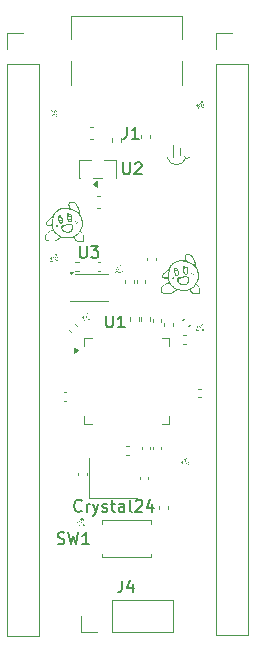
<source format=gbr>
%TF.GenerationSoftware,KiCad,Pcbnew,9.0.5*%
%TF.CreationDate,2025-12-04T18:44:12-08:00*%
%TF.ProjectId,devboard,64657662-6f61-4726-942e-6b696361645f,rev?*%
%TF.SameCoordinates,Original*%
%TF.FileFunction,Legend,Top*%
%TF.FilePolarity,Positive*%
%FSLAX46Y46*%
G04 Gerber Fmt 4.6, Leading zero omitted, Abs format (unit mm)*
G04 Created by KiCad (PCBNEW 9.0.5) date 2025-12-04 18:44:12*
%MOMM*%
%LPD*%
G01*
G04 APERTURE LIST*
%ADD10C,0.100000*%
%ADD11C,0.150000*%
%ADD12C,0.000000*%
%ADD13C,0.120000*%
G04 APERTURE END LIST*
D10*
X158275351Y-68306784D02*
X158275350Y-68306786D01*
X158500000Y-68225000D02*
X158275352Y-68306781D01*
X158275351Y-68306786D02*
G75*
G02*
X156687201Y-68290276I-791751J231786D01*
G01*
X158275352Y-68306781D02*
X158100000Y-68150000D01*
X157225000Y-67262500D02*
X157225000Y-68237500D01*
X157750000Y-67450000D02*
X157750000Y-68100000D01*
X158275352Y-68306781D02*
X158500000Y-68225000D01*
D11*
X149436903Y-98184580D02*
X149389284Y-98232200D01*
X149389284Y-98232200D02*
X149246427Y-98279819D01*
X149246427Y-98279819D02*
X149151189Y-98279819D01*
X149151189Y-98279819D02*
X149008332Y-98232200D01*
X149008332Y-98232200D02*
X148913094Y-98136961D01*
X148913094Y-98136961D02*
X148865475Y-98041723D01*
X148865475Y-98041723D02*
X148817856Y-97851247D01*
X148817856Y-97851247D02*
X148817856Y-97708390D01*
X148817856Y-97708390D02*
X148865475Y-97517914D01*
X148865475Y-97517914D02*
X148913094Y-97422676D01*
X148913094Y-97422676D02*
X149008332Y-97327438D01*
X149008332Y-97327438D02*
X149151189Y-97279819D01*
X149151189Y-97279819D02*
X149246427Y-97279819D01*
X149246427Y-97279819D02*
X149389284Y-97327438D01*
X149389284Y-97327438D02*
X149436903Y-97375057D01*
X149865475Y-98279819D02*
X149865475Y-97613152D01*
X149865475Y-97803628D02*
X149913094Y-97708390D01*
X149913094Y-97708390D02*
X149960713Y-97660771D01*
X149960713Y-97660771D02*
X150055951Y-97613152D01*
X150055951Y-97613152D02*
X150151189Y-97613152D01*
X150389285Y-97613152D02*
X150627380Y-98279819D01*
X150865475Y-97613152D02*
X150627380Y-98279819D01*
X150627380Y-98279819D02*
X150532142Y-98517914D01*
X150532142Y-98517914D02*
X150484523Y-98565533D01*
X150484523Y-98565533D02*
X150389285Y-98613152D01*
X151198809Y-98232200D02*
X151294047Y-98279819D01*
X151294047Y-98279819D02*
X151484523Y-98279819D01*
X151484523Y-98279819D02*
X151579761Y-98232200D01*
X151579761Y-98232200D02*
X151627380Y-98136961D01*
X151627380Y-98136961D02*
X151627380Y-98089342D01*
X151627380Y-98089342D02*
X151579761Y-97994104D01*
X151579761Y-97994104D02*
X151484523Y-97946485D01*
X151484523Y-97946485D02*
X151341666Y-97946485D01*
X151341666Y-97946485D02*
X151246428Y-97898866D01*
X151246428Y-97898866D02*
X151198809Y-97803628D01*
X151198809Y-97803628D02*
X151198809Y-97756009D01*
X151198809Y-97756009D02*
X151246428Y-97660771D01*
X151246428Y-97660771D02*
X151341666Y-97613152D01*
X151341666Y-97613152D02*
X151484523Y-97613152D01*
X151484523Y-97613152D02*
X151579761Y-97660771D01*
X151913095Y-97613152D02*
X152294047Y-97613152D01*
X152055952Y-97279819D02*
X152055952Y-98136961D01*
X152055952Y-98136961D02*
X152103571Y-98232200D01*
X152103571Y-98232200D02*
X152198809Y-98279819D01*
X152198809Y-98279819D02*
X152294047Y-98279819D01*
X153055952Y-98279819D02*
X153055952Y-97756009D01*
X153055952Y-97756009D02*
X153008333Y-97660771D01*
X153008333Y-97660771D02*
X152913095Y-97613152D01*
X152913095Y-97613152D02*
X152722619Y-97613152D01*
X152722619Y-97613152D02*
X152627381Y-97660771D01*
X153055952Y-98232200D02*
X152960714Y-98279819D01*
X152960714Y-98279819D02*
X152722619Y-98279819D01*
X152722619Y-98279819D02*
X152627381Y-98232200D01*
X152627381Y-98232200D02*
X152579762Y-98136961D01*
X152579762Y-98136961D02*
X152579762Y-98041723D01*
X152579762Y-98041723D02*
X152627381Y-97946485D01*
X152627381Y-97946485D02*
X152722619Y-97898866D01*
X152722619Y-97898866D02*
X152960714Y-97898866D01*
X152960714Y-97898866D02*
X153055952Y-97851247D01*
X153675000Y-98279819D02*
X153579762Y-98232200D01*
X153579762Y-98232200D02*
X153532143Y-98136961D01*
X153532143Y-98136961D02*
X153532143Y-97279819D01*
X154008334Y-97375057D02*
X154055953Y-97327438D01*
X154055953Y-97327438D02*
X154151191Y-97279819D01*
X154151191Y-97279819D02*
X154389286Y-97279819D01*
X154389286Y-97279819D02*
X154484524Y-97327438D01*
X154484524Y-97327438D02*
X154532143Y-97375057D01*
X154532143Y-97375057D02*
X154579762Y-97470295D01*
X154579762Y-97470295D02*
X154579762Y-97565533D01*
X154579762Y-97565533D02*
X154532143Y-97708390D01*
X154532143Y-97708390D02*
X153960715Y-98279819D01*
X153960715Y-98279819D02*
X154579762Y-98279819D01*
X155436905Y-97613152D02*
X155436905Y-98279819D01*
X155198810Y-97232200D02*
X154960715Y-97946485D01*
X154960715Y-97946485D02*
X155579762Y-97946485D01*
X152963095Y-68702319D02*
X152963095Y-69511842D01*
X152963095Y-69511842D02*
X153010714Y-69607080D01*
X153010714Y-69607080D02*
X153058333Y-69654700D01*
X153058333Y-69654700D02*
X153153571Y-69702319D01*
X153153571Y-69702319D02*
X153344047Y-69702319D01*
X153344047Y-69702319D02*
X153439285Y-69654700D01*
X153439285Y-69654700D02*
X153486904Y-69607080D01*
X153486904Y-69607080D02*
X153534523Y-69511842D01*
X153534523Y-69511842D02*
X153534523Y-68702319D01*
X153963095Y-68797557D02*
X154010714Y-68749938D01*
X154010714Y-68749938D02*
X154105952Y-68702319D01*
X154105952Y-68702319D02*
X154344047Y-68702319D01*
X154344047Y-68702319D02*
X154439285Y-68749938D01*
X154439285Y-68749938D02*
X154486904Y-68797557D01*
X154486904Y-68797557D02*
X154534523Y-68892795D01*
X154534523Y-68892795D02*
X154534523Y-68988033D01*
X154534523Y-68988033D02*
X154486904Y-69130890D01*
X154486904Y-69130890D02*
X153915476Y-69702319D01*
X153915476Y-69702319D02*
X154534523Y-69702319D01*
X152866666Y-104104819D02*
X152866666Y-104819104D01*
X152866666Y-104819104D02*
X152819047Y-104961961D01*
X152819047Y-104961961D02*
X152723809Y-105057200D01*
X152723809Y-105057200D02*
X152580952Y-105104819D01*
X152580952Y-105104819D02*
X152485714Y-105104819D01*
X153771428Y-104438152D02*
X153771428Y-105104819D01*
X153533333Y-104057200D02*
X153295238Y-104771485D01*
X153295238Y-104771485D02*
X153914285Y-104771485D01*
X149288095Y-75779819D02*
X149288095Y-76589342D01*
X149288095Y-76589342D02*
X149335714Y-76684580D01*
X149335714Y-76684580D02*
X149383333Y-76732200D01*
X149383333Y-76732200D02*
X149478571Y-76779819D01*
X149478571Y-76779819D02*
X149669047Y-76779819D01*
X149669047Y-76779819D02*
X149764285Y-76732200D01*
X149764285Y-76732200D02*
X149811904Y-76684580D01*
X149811904Y-76684580D02*
X149859523Y-76589342D01*
X149859523Y-76589342D02*
X149859523Y-75779819D01*
X150240476Y-75779819D02*
X150859523Y-75779819D01*
X150859523Y-75779819D02*
X150526190Y-76160771D01*
X150526190Y-76160771D02*
X150669047Y-76160771D01*
X150669047Y-76160771D02*
X150764285Y-76208390D01*
X150764285Y-76208390D02*
X150811904Y-76256009D01*
X150811904Y-76256009D02*
X150859523Y-76351247D01*
X150859523Y-76351247D02*
X150859523Y-76589342D01*
X150859523Y-76589342D02*
X150811904Y-76684580D01*
X150811904Y-76684580D02*
X150764285Y-76732200D01*
X150764285Y-76732200D02*
X150669047Y-76779819D01*
X150669047Y-76779819D02*
X150383333Y-76779819D01*
X150383333Y-76779819D02*
X150288095Y-76732200D01*
X150288095Y-76732200D02*
X150240476Y-76684580D01*
X153291666Y-65704819D02*
X153291666Y-66419104D01*
X153291666Y-66419104D02*
X153244047Y-66561961D01*
X153244047Y-66561961D02*
X153148809Y-66657200D01*
X153148809Y-66657200D02*
X153005952Y-66704819D01*
X153005952Y-66704819D02*
X152910714Y-66704819D01*
X154291666Y-66704819D02*
X153720238Y-66704819D01*
X154005952Y-66704819D02*
X154005952Y-65704819D01*
X154005952Y-65704819D02*
X153910714Y-65847676D01*
X153910714Y-65847676D02*
X153815476Y-65942914D01*
X153815476Y-65942914D02*
X153720238Y-65990533D01*
X147416667Y-100982200D02*
X147559524Y-101029819D01*
X147559524Y-101029819D02*
X147797619Y-101029819D01*
X147797619Y-101029819D02*
X147892857Y-100982200D01*
X147892857Y-100982200D02*
X147940476Y-100934580D01*
X147940476Y-100934580D02*
X147988095Y-100839342D01*
X147988095Y-100839342D02*
X147988095Y-100744104D01*
X147988095Y-100744104D02*
X147940476Y-100648866D01*
X147940476Y-100648866D02*
X147892857Y-100601247D01*
X147892857Y-100601247D02*
X147797619Y-100553628D01*
X147797619Y-100553628D02*
X147607143Y-100506009D01*
X147607143Y-100506009D02*
X147511905Y-100458390D01*
X147511905Y-100458390D02*
X147464286Y-100410771D01*
X147464286Y-100410771D02*
X147416667Y-100315533D01*
X147416667Y-100315533D02*
X147416667Y-100220295D01*
X147416667Y-100220295D02*
X147464286Y-100125057D01*
X147464286Y-100125057D02*
X147511905Y-100077438D01*
X147511905Y-100077438D02*
X147607143Y-100029819D01*
X147607143Y-100029819D02*
X147845238Y-100029819D01*
X147845238Y-100029819D02*
X147988095Y-100077438D01*
X148321429Y-100029819D02*
X148559524Y-101029819D01*
X148559524Y-101029819D02*
X148750000Y-100315533D01*
X148750000Y-100315533D02*
X148940476Y-101029819D01*
X148940476Y-101029819D02*
X149178572Y-100029819D01*
X150083333Y-101029819D02*
X149511905Y-101029819D01*
X149797619Y-101029819D02*
X149797619Y-100029819D01*
X149797619Y-100029819D02*
X149702381Y-100172676D01*
X149702381Y-100172676D02*
X149607143Y-100267914D01*
X149607143Y-100267914D02*
X149511905Y-100315533D01*
X151513095Y-81679819D02*
X151513095Y-82489342D01*
X151513095Y-82489342D02*
X151560714Y-82584580D01*
X151560714Y-82584580D02*
X151608333Y-82632200D01*
X151608333Y-82632200D02*
X151703571Y-82679819D01*
X151703571Y-82679819D02*
X151894047Y-82679819D01*
X151894047Y-82679819D02*
X151989285Y-82632200D01*
X151989285Y-82632200D02*
X152036904Y-82584580D01*
X152036904Y-82584580D02*
X152084523Y-82489342D01*
X152084523Y-82489342D02*
X152084523Y-81679819D01*
X153084523Y-82679819D02*
X152513095Y-82679819D01*
X152798809Y-82679819D02*
X152798809Y-81679819D01*
X152798809Y-81679819D02*
X152703571Y-81822676D01*
X152703571Y-81822676D02*
X152608333Y-81917914D01*
X152608333Y-81917914D02*
X152513095Y-81965533D01*
D12*
%TO.C,\u005Cn*%
G36*
X152481859Y-77809396D02*
G01*
X152482509Y-77813820D01*
X152482727Y-77819545D01*
X152482470Y-77825720D01*
X152481789Y-77829949D01*
X152480909Y-77831363D01*
X152479958Y-77829693D01*
X152479308Y-77825270D01*
X152479090Y-77819545D01*
X152479347Y-77813369D01*
X152480028Y-77809141D01*
X152480909Y-77807727D01*
X152481859Y-77809396D01*
G37*
G36*
X152534838Y-77812961D02*
G01*
X152535438Y-77816891D01*
X152535454Y-77817727D01*
X152534997Y-77821933D01*
X152533874Y-77824035D01*
X152533636Y-77824090D01*
X152532434Y-77822492D01*
X152531833Y-77818562D01*
X152531818Y-77817727D01*
X152532274Y-77813520D01*
X152533397Y-77811418D01*
X152533636Y-77811363D01*
X152534838Y-77812961D01*
G37*
G36*
X152873087Y-77736557D02*
G01*
X152874184Y-77740197D01*
X152874795Y-77744368D01*
X152874607Y-77747516D01*
X152874430Y-77747913D01*
X152872159Y-77749512D01*
X152871818Y-77749545D01*
X152869440Y-77748240D01*
X152869206Y-77747913D01*
X152868802Y-77745192D01*
X152869266Y-77741112D01*
X152870285Y-77737225D01*
X152871543Y-77735082D01*
X152871818Y-77734999D01*
X152873087Y-77736557D01*
G37*
G36*
X152811990Y-77760811D02*
G01*
X152813894Y-77763000D01*
X152815454Y-77767387D01*
X152815733Y-77768784D01*
X152816853Y-77774564D01*
X152818053Y-77779457D01*
X152818217Y-77779999D01*
X152818449Y-77783318D01*
X152816732Y-77783932D01*
X152813814Y-77781577D01*
X152813796Y-77781555D01*
X152812384Y-77778368D01*
X152811099Y-77773023D01*
X152810563Y-77769492D01*
X152810073Y-77763912D01*
X152810392Y-77761214D01*
X152811636Y-77760713D01*
X152811990Y-77760811D01*
G37*
G36*
X152500049Y-77796628D02*
G01*
X152501092Y-77800772D01*
X152501497Y-77803636D01*
X152502888Y-77813238D01*
X152504907Y-77823418D01*
X152507150Y-77832153D01*
X152507327Y-77832727D01*
X152507698Y-77835903D01*
X152505750Y-77836817D01*
X152505666Y-77836818D01*
X152503071Y-77836585D01*
X152502663Y-77836363D01*
X152502334Y-77834493D01*
X152501514Y-77829919D01*
X152500361Y-77823519D01*
X152499972Y-77821363D01*
X152498217Y-77810321D01*
X152497433Y-77802101D01*
X152497628Y-77796922D01*
X152498811Y-77795006D01*
X152498915Y-77794999D01*
X152500049Y-77796628D01*
G37*
G36*
X152847253Y-77734866D02*
G01*
X152849478Y-77737427D01*
X152852678Y-77742819D01*
X152856279Y-77749766D01*
X152859999Y-77757061D01*
X152863283Y-77763251D01*
X152865697Y-77767533D01*
X152866625Y-77768951D01*
X152867544Y-77772035D01*
X152866092Y-77774525D01*
X152864480Y-77774999D01*
X152862354Y-77773630D01*
X152860173Y-77770908D01*
X152857521Y-77766116D01*
X152855361Y-77761363D01*
X152853308Y-77756609D01*
X152850404Y-77750338D01*
X152848489Y-77746376D01*
X152845815Y-77740257D01*
X152845095Y-77736505D01*
X152845797Y-77734839D01*
X152847253Y-77734866D01*
G37*
G36*
X152518470Y-77794813D02*
G01*
X152519092Y-77798963D01*
X152519223Y-77801818D01*
X152519649Y-77809215D01*
X152520552Y-77817238D01*
X152520911Y-77819545D01*
X152521939Y-77825561D01*
X152522785Y-77830513D01*
X152523051Y-77832076D01*
X152522546Y-77835280D01*
X152520556Y-77836345D01*
X152518464Y-77834798D01*
X152518034Y-77833787D01*
X152516482Y-77829335D01*
X152515360Y-77826397D01*
X152514751Y-77822938D01*
X152514563Y-77817433D01*
X152514731Y-77810852D01*
X152515192Y-77804169D01*
X152515882Y-77798355D01*
X152516737Y-77794383D01*
X152517542Y-77793181D01*
X152518470Y-77794813D01*
G37*
G36*
X152824533Y-77738889D02*
G01*
X152826469Y-77741863D01*
X152828808Y-77747481D01*
X152830257Y-77751818D01*
X152832557Y-77758607D01*
X152834807Y-77764258D01*
X152836558Y-77767654D01*
X152836704Y-77767846D01*
X152838729Y-77771636D01*
X152840213Y-77776520D01*
X152841463Y-77780830D01*
X152842895Y-77783281D01*
X152842962Y-77783326D01*
X152844514Y-77785609D01*
X152843229Y-77787476D01*
X152841882Y-77787727D01*
X152838963Y-77786285D01*
X152837336Y-77784210D01*
X152835774Y-77780000D01*
X152835454Y-77777782D01*
X152834498Y-77774107D01*
X152832752Y-77770747D01*
X152830491Y-77766382D01*
X152827921Y-77760106D01*
X152825481Y-77753180D01*
X152823608Y-77746860D01*
X152822743Y-77742407D01*
X152822727Y-77741987D01*
X152823214Y-77738837D01*
X152824533Y-77738889D01*
G37*
G36*
X152572811Y-77644872D02*
G01*
X152576532Y-77645763D01*
X152578080Y-77646584D01*
X152580246Y-77649058D01*
X152583621Y-77654180D01*
X152587830Y-77661326D01*
X152592499Y-77669872D01*
X152595299Y-77675282D01*
X152608525Y-77701363D01*
X152609486Y-77726818D01*
X152609817Y-77739932D01*
X152609586Y-77750101D01*
X152608632Y-77757993D01*
X152606794Y-77764276D01*
X152603911Y-77769619D01*
X152599823Y-77774691D01*
X152597340Y-77777269D01*
X152592337Y-77782003D01*
X152588536Y-77784611D01*
X152584751Y-77785707D01*
X152580616Y-77785908D01*
X152571947Y-77784596D01*
X152563014Y-77781166D01*
X152556560Y-77777357D01*
X152552206Y-77772956D01*
X152549021Y-77767590D01*
X152546439Y-77761513D01*
X152544822Y-77755818D01*
X152544545Y-77753433D01*
X152543823Y-77747759D01*
X152541849Y-77739732D01*
X152541540Y-77738738D01*
X152559650Y-77738738D01*
X152561060Y-77747657D01*
X152563119Y-77756766D01*
X152566187Y-77762787D01*
X152570730Y-77766226D01*
X152577217Y-77767591D01*
X152579503Y-77767671D01*
X152584940Y-77766988D01*
X152588399Y-77764404D01*
X152589083Y-77763447D01*
X152590808Y-77759126D01*
X152592021Y-77752982D01*
X152592307Y-77749694D01*
X152592727Y-77740219D01*
X152576188Y-77739479D01*
X152559650Y-77738738D01*
X152541540Y-77738738D01*
X152538915Y-77730290D01*
X152535309Y-77720374D01*
X152531616Y-77711566D01*
X152528123Y-77702407D01*
X152526563Y-77694020D01*
X152526363Y-77688999D01*
X152526588Y-77686435D01*
X152542736Y-77686435D01*
X152543495Y-77697070D01*
X152545866Y-77705017D01*
X152546114Y-77705526D01*
X152548706Y-77711334D01*
X152551463Y-77718463D01*
X152552666Y-77721946D01*
X152554915Y-77727735D01*
X152557641Y-77731478D01*
X152561646Y-77733620D01*
X152567733Y-77734609D01*
X152575909Y-77734884D01*
X152588181Y-77734999D01*
X152588181Y-77728636D01*
X152588638Y-77724430D01*
X152589761Y-77722327D01*
X152590000Y-77722272D01*
X152591232Y-77720671D01*
X152591751Y-77716581D01*
X152591595Y-77711069D01*
X152590801Y-77705203D01*
X152589408Y-77700052D01*
X152589183Y-77699486D01*
X152587163Y-77695491D01*
X152584654Y-77693670D01*
X152580259Y-77693178D01*
X152578729Y-77693163D01*
X152571075Y-77692052D01*
X152562507Y-77689155D01*
X152554403Y-77685082D01*
X152548139Y-77680444D01*
X152546827Y-77679036D01*
X152542745Y-77674090D01*
X152542736Y-77686435D01*
X152526588Y-77686435D01*
X152527378Y-77677435D01*
X152530192Y-77666467D01*
X152531901Y-77662745D01*
X152549710Y-77662745D01*
X152549928Y-77666176D01*
X152550508Y-77669214D01*
X152551995Y-77674340D01*
X152554613Y-77678051D01*
X152559369Y-77681677D01*
X152560487Y-77682395D01*
X152566746Y-77685619D01*
X152572689Y-77687426D01*
X152577514Y-77687717D01*
X152580419Y-77686395D01*
X152580909Y-77684887D01*
X152580165Y-77681780D01*
X152578242Y-77676684D01*
X152576258Y-77672216D01*
X152573074Y-77666251D01*
X152570069Y-77662813D01*
X152566358Y-77660952D01*
X152565522Y-77660705D01*
X152559624Y-77659859D01*
X152554186Y-77660194D01*
X152550976Y-77661127D01*
X152549710Y-77662745D01*
X152531901Y-77662745D01*
X152534457Y-77657181D01*
X152538164Y-77652214D01*
X152541190Y-77649334D01*
X152544259Y-77647500D01*
X152548396Y-77646365D01*
X152554626Y-77645583D01*
X152558861Y-77645214D01*
X152567204Y-77644710D01*
X152572811Y-77644872D01*
G37*
G36*
X152715229Y-77610343D02*
G01*
X152719522Y-77612093D01*
X152719866Y-77612398D01*
X152721618Y-77616067D01*
X152720417Y-77619557D01*
X152716852Y-77621872D01*
X152714026Y-77622282D01*
X152708995Y-77622765D01*
X152703277Y-77623960D01*
X152698190Y-77625515D01*
X152695053Y-77627079D01*
X152694722Y-77627440D01*
X152693407Y-77631388D01*
X152692338Y-77638082D01*
X152691606Y-77646636D01*
X152691303Y-77656163D01*
X152691331Y-77660593D01*
X152692127Y-77671105D01*
X152693952Y-77681117D01*
X152696565Y-77689766D01*
X152699727Y-77696187D01*
X152701886Y-77698693D01*
X152704176Y-77702167D01*
X152704545Y-77704090D01*
X152705094Y-77706891D01*
X152707094Y-77708926D01*
X152711074Y-77710378D01*
X152717564Y-77711429D01*
X152727094Y-77712263D01*
X152728544Y-77712362D01*
X152747991Y-77713665D01*
X152749213Y-77708423D01*
X152751023Y-77703829D01*
X152753205Y-77700972D01*
X152754574Y-77699141D01*
X152755265Y-77695901D01*
X152755359Y-77690486D01*
X152755017Y-77683414D01*
X152754255Y-77674031D01*
X152753317Y-77668099D01*
X152752135Y-77665432D01*
X152750639Y-77665846D01*
X152749294Y-77668020D01*
X152747393Y-77670614D01*
X152744261Y-77672041D01*
X152738806Y-77672742D01*
X152737373Y-77672832D01*
X152730056Y-77672500D01*
X152722096Y-77670967D01*
X152714528Y-77668571D01*
X152708389Y-77665649D01*
X152704714Y-77662535D01*
X152704477Y-77662144D01*
X152703589Y-77658726D01*
X152702959Y-77652941D01*
X152702727Y-77646229D01*
X152703031Y-77638342D01*
X152704072Y-77633085D01*
X152706039Y-77629494D01*
X152707549Y-77627770D01*
X152708506Y-77627453D01*
X152709029Y-77629055D01*
X152709235Y-77633089D01*
X152709243Y-77640069D01*
X152709221Y-77643274D01*
X152709090Y-77661146D01*
X152718181Y-77664429D01*
X152725467Y-77666420D01*
X152733177Y-77667590D01*
X152735909Y-77667719D01*
X152741121Y-77667577D01*
X152743657Y-77666760D01*
X152744478Y-77664706D01*
X152744545Y-77662636D01*
X152745187Y-77658203D01*
X152746466Y-77655624D01*
X152746927Y-77653202D01*
X152744599Y-77649249D01*
X152743577Y-77647988D01*
X152740020Y-77644397D01*
X152736301Y-77642721D01*
X152730791Y-77642275D01*
X152729968Y-77642272D01*
X152722340Y-77641318D01*
X152717512Y-77638564D01*
X152715720Y-77634173D01*
X152715812Y-77632545D01*
X152718055Y-77628572D01*
X152722859Y-77625766D01*
X152729284Y-77624312D01*
X152736389Y-77624397D01*
X152743234Y-77626205D01*
X152744626Y-77626859D01*
X152750209Y-77631052D01*
X152756173Y-77637617D01*
X152761720Y-77645489D01*
X152766050Y-77653600D01*
X152767502Y-77657391D01*
X152769033Y-77664045D01*
X152770191Y-77673468D01*
X152771011Y-77685988D01*
X152771366Y-77695528D01*
X152771650Y-77706546D01*
X152771722Y-77714654D01*
X152771520Y-77720577D01*
X152770983Y-77725038D01*
X152770050Y-77728762D01*
X152768660Y-77732472D01*
X152768137Y-77733710D01*
X152762004Y-77745913D01*
X152755524Y-77754661D01*
X152748557Y-77760128D01*
X152746393Y-77761139D01*
X152741461Y-77762927D01*
X152737344Y-77763691D01*
X152732676Y-77763492D01*
X152726090Y-77762390D01*
X152724548Y-77762091D01*
X152718391Y-77760359D01*
X152713012Y-77757993D01*
X152711820Y-77757246D01*
X152708886Y-77753991D01*
X152704967Y-77747984D01*
X152700389Y-77739867D01*
X152695473Y-77730281D01*
X152690544Y-77719869D01*
X152688964Y-77716243D01*
X152707754Y-77716243D01*
X152709065Y-77720621D01*
X152712533Y-77729655D01*
X152716862Y-77737092D01*
X152721526Y-77742115D01*
X152723636Y-77743386D01*
X152732117Y-77745674D01*
X152739452Y-77744747D01*
X152741028Y-77744026D01*
X152744413Y-77740911D01*
X152748213Y-77735534D01*
X152751762Y-77729105D01*
X152754392Y-77722833D01*
X152755437Y-77717928D01*
X152755437Y-77717899D01*
X152755269Y-77714335D01*
X152754223Y-77713919D01*
X152752021Y-77715724D01*
X152750142Y-77717264D01*
X152748095Y-77718247D01*
X152745181Y-77718721D01*
X152740705Y-77718736D01*
X152733969Y-77718340D01*
X152724786Y-77717622D01*
X152707754Y-77716243D01*
X152688964Y-77716243D01*
X152685925Y-77709272D01*
X152681938Y-77699131D01*
X152680507Y-77695093D01*
X152677618Y-77686119D01*
X152675860Y-77678926D01*
X152674974Y-77671932D01*
X152674703Y-77663557D01*
X152674708Y-77659545D01*
X152675630Y-77643335D01*
X152678168Y-77630374D01*
X152682327Y-77620653D01*
X152688109Y-77614161D01*
X152694000Y-77611259D01*
X152701288Y-77609873D01*
X152708757Y-77609585D01*
X152715229Y-77610343D01*
G37*
G36*
X152730587Y-77790472D02*
G01*
X152739120Y-77790580D01*
X152745359Y-77790863D01*
X152749977Y-77791403D01*
X152753646Y-77792283D01*
X152757038Y-77793586D01*
X152760823Y-77795397D01*
X152761420Y-77795693D01*
X152767787Y-77799002D01*
X152772438Y-77802055D01*
X152775622Y-77805476D01*
X152777586Y-77809885D01*
X152778578Y-77815904D01*
X152778846Y-77824154D01*
X152778638Y-77835257D01*
X152778539Y-77838619D01*
X152777760Y-77857255D01*
X152776567Y-77872697D01*
X152774822Y-77885377D01*
X152772387Y-77895725D01*
X152769124Y-77904175D01*
X152764893Y-77911158D01*
X152759557Y-77917105D01*
X152752977Y-77922448D01*
X152751303Y-77923616D01*
X152741851Y-77929563D01*
X152733105Y-77933758D01*
X152724083Y-77936466D01*
X152713801Y-77937950D01*
X152701275Y-77938475D01*
X152695954Y-77938480D01*
X152681777Y-77938070D01*
X152670265Y-77936994D01*
X152660496Y-77935158D01*
X152659348Y-77934870D01*
X152650407Y-77932220D01*
X152642817Y-77929021D01*
X152635471Y-77924669D01*
X152627263Y-77918560D01*
X152622760Y-77914882D01*
X152616807Y-77910171D01*
X152611113Y-77906067D01*
X152606992Y-77903506D01*
X152599891Y-77898333D01*
X152593422Y-77891030D01*
X152588817Y-77883051D01*
X152588149Y-77881265D01*
X152587083Y-77875689D01*
X152586995Y-77874212D01*
X152603077Y-77874212D01*
X152603643Y-77876808D01*
X152605405Y-77879552D01*
X152605810Y-77880099D01*
X152609013Y-77883530D01*
X152614482Y-77888498D01*
X152621519Y-77894435D01*
X152629427Y-77900770D01*
X152637509Y-77906934D01*
X152645068Y-77912355D01*
X152646265Y-77913172D01*
X152651992Y-77916366D01*
X152657550Y-77918398D01*
X152659901Y-77918763D01*
X152665214Y-77919374D01*
X152669090Y-77920454D01*
X152673336Y-77921388D01*
X152680275Y-77921976D01*
X152688979Y-77922233D01*
X152698524Y-77922175D01*
X152707984Y-77921819D01*
X152716433Y-77921180D01*
X152722944Y-77920276D01*
X152725945Y-77919457D01*
X152737043Y-77913802D01*
X152746177Y-77907107D01*
X152752598Y-77899943D01*
X152753576Y-77898354D01*
X152756128Y-77892608D01*
X152758162Y-77885157D01*
X152759742Y-77875569D01*
X152760932Y-77863412D01*
X152761796Y-77848252D01*
X152762094Y-77840364D01*
X152762386Y-77829684D01*
X152762290Y-77822019D01*
X152761579Y-77816749D01*
X152760025Y-77813257D01*
X152757401Y-77810924D01*
X152753478Y-77809132D01*
X152750183Y-77807984D01*
X152744156Y-77806766D01*
X152735485Y-77806042D01*
X152725129Y-77805794D01*
X152714042Y-77805998D01*
X152703182Y-77806635D01*
X152693504Y-77807683D01*
X152685966Y-77809120D01*
X152684893Y-77809424D01*
X152678622Y-77811506D01*
X152673611Y-77813485D01*
X152671140Y-77814807D01*
X152668055Y-77816279D01*
X152662059Y-77818230D01*
X152653818Y-77820472D01*
X152643996Y-77822818D01*
X152638685Y-77823975D01*
X152629445Y-77827747D01*
X152621056Y-77834855D01*
X152613716Y-77845058D01*
X152607621Y-77858115D01*
X152605402Y-77864645D01*
X152603674Y-77870559D01*
X152603077Y-77874212D01*
X152586995Y-77874212D01*
X152586560Y-77866960D01*
X152586571Y-77854893D01*
X152586723Y-77849105D01*
X152586728Y-77848939D01*
X152602727Y-77848939D01*
X152602854Y-77851635D01*
X152603455Y-77852499D01*
X152604862Y-77851211D01*
X152607403Y-77847451D01*
X152611410Y-77840901D01*
X152611916Y-77840059D01*
X152615138Y-77834347D01*
X152617288Y-77829834D01*
X152617952Y-77827402D01*
X152617912Y-77827290D01*
X152615703Y-77826178D01*
X152612196Y-77825963D01*
X152609135Y-77826585D01*
X152608181Y-77827619D01*
X152609503Y-77830082D01*
X152610000Y-77830454D01*
X152611665Y-77832713D01*
X152611592Y-77835213D01*
X152609995Y-77836372D01*
X152609217Y-77836209D01*
X152607330Y-77836461D01*
X152606917Y-77839628D01*
X152606944Y-77840105D01*
X152606495Y-77843769D01*
X152605000Y-77844545D01*
X152603260Y-77845739D01*
X152602727Y-77848939D01*
X152586728Y-77848939D01*
X152587261Y-77832272D01*
X152602727Y-77832272D01*
X152603636Y-77833181D01*
X152604545Y-77832272D01*
X152603636Y-77831363D01*
X152602727Y-77832272D01*
X152587261Y-77832272D01*
X152587534Y-77823720D01*
X152595581Y-77816289D01*
X152602196Y-77811249D01*
X152609836Y-77807700D01*
X152619183Y-77805457D01*
X152630923Y-77804335D01*
X152640680Y-77804119D01*
X152649136Y-77803989D01*
X152655375Y-77803431D01*
X152660814Y-77802138D01*
X152666869Y-77799807D01*
X152672498Y-77797272D01*
X152687272Y-77790454D01*
X152719090Y-77790454D01*
X152730587Y-77790472D01*
G37*
G36*
X152769570Y-77413629D02*
G01*
X152777560Y-77414829D01*
X152786825Y-77416568D01*
X152796364Y-77418631D01*
X152805179Y-77420803D01*
X152812270Y-77422871D01*
X152816289Y-77424432D01*
X152820080Y-77427094D01*
X152825541Y-77431852D01*
X152831999Y-77438024D01*
X152838782Y-77444924D01*
X152845217Y-77451869D01*
X152850632Y-77458174D01*
X152854354Y-77463155D01*
X152854371Y-77463181D01*
X152858498Y-77470099D01*
X152863300Y-77478987D01*
X152868381Y-77489016D01*
X152873347Y-77499361D01*
X152877803Y-77509192D01*
X152881354Y-77517684D01*
X152883605Y-77524008D01*
X152883879Y-77524999D01*
X152885425Y-77530761D01*
X152887660Y-77538712D01*
X152890217Y-77547564D01*
X152891605Y-77552272D01*
X152899061Y-77579927D01*
X152904808Y-77606806D01*
X152907059Y-77620296D01*
X152908489Y-77628779D01*
X152910175Y-77635163D01*
X152912675Y-77640914D01*
X152916549Y-77647498D01*
X152918733Y-77650883D01*
X152927780Y-77665580D01*
X152934427Y-77678528D01*
X152938941Y-77690453D01*
X152941585Y-77702081D01*
X152942625Y-77714138D01*
X152942663Y-77716459D01*
X152943133Y-77723476D01*
X152944291Y-77731959D01*
X152945596Y-77738714D01*
X152946567Y-77745064D01*
X152947236Y-77753802D01*
X152947623Y-77764330D01*
X152947744Y-77776050D01*
X152947617Y-77788363D01*
X152947259Y-77800670D01*
X152946690Y-77812374D01*
X152945926Y-77822875D01*
X152944984Y-77831575D01*
X152943884Y-77837875D01*
X152942642Y-77841178D01*
X152942559Y-77841272D01*
X152941150Y-77844430D01*
X152940909Y-77846502D01*
X152939880Y-77850717D01*
X152936863Y-77857709D01*
X152931958Y-77867276D01*
X152925265Y-77879221D01*
X152918997Y-77889848D01*
X152914730Y-77897066D01*
X152911269Y-77903142D01*
X152908987Y-77907405D01*
X152908248Y-77909154D01*
X152909611Y-77910946D01*
X152912969Y-77913935D01*
X152914724Y-77915314D01*
X152919437Y-77919632D01*
X152925507Y-77926260D01*
X152932344Y-77934436D01*
X152939357Y-77943399D01*
X152945956Y-77952387D01*
X152951551Y-77960640D01*
X152955551Y-77967395D01*
X152956338Y-77968987D01*
X152962002Y-77982745D01*
X152966305Y-77996877D01*
X152969410Y-78012188D01*
X152971485Y-78029487D01*
X152972658Y-78048636D01*
X152973001Y-78061224D01*
X152972801Y-78070762D01*
X152971924Y-78077811D01*
X152970235Y-78082935D01*
X152967601Y-78086695D01*
X152963887Y-78089655D01*
X152962727Y-78090364D01*
X152960514Y-78091525D01*
X152958006Y-78092427D01*
X152954719Y-78093110D01*
X152950173Y-78093613D01*
X152943885Y-78093976D01*
X152935372Y-78094238D01*
X152924152Y-78094439D01*
X152910909Y-78094604D01*
X152896787Y-78094748D01*
X152885808Y-78094801D01*
X152877478Y-78094732D01*
X152871302Y-78094511D01*
X152866789Y-78094109D01*
X152863443Y-78093494D01*
X152860771Y-78092637D01*
X152858280Y-78091508D01*
X152857993Y-78091364D01*
X152851201Y-78087047D01*
X152842999Y-78080447D01*
X152834075Y-78072252D01*
X152825119Y-78063150D01*
X152816819Y-78053827D01*
X152809863Y-78044971D01*
X152806515Y-78039994D01*
X152802510Y-78033165D01*
X152799380Y-78027185D01*
X152797559Y-78022917D01*
X152797272Y-78021613D01*
X152797085Y-78020030D01*
X152796258Y-78019112D01*
X152794391Y-78018974D01*
X152791085Y-78019728D01*
X152785941Y-78021490D01*
X152778559Y-78024371D01*
X152768539Y-78028486D01*
X152758863Y-78032529D01*
X152755359Y-78033924D01*
X152752012Y-78034979D01*
X152748258Y-78035741D01*
X152743534Y-78036258D01*
X152737276Y-78036576D01*
X152728922Y-78036744D01*
X152717908Y-78036809D01*
X152707811Y-78036818D01*
X152694064Y-78036785D01*
X152683155Y-78036645D01*
X152674285Y-78036335D01*
X152666656Y-78035793D01*
X152659468Y-78034956D01*
X152651924Y-78033762D01*
X152643225Y-78032148D01*
X152639856Y-78031491D01*
X152629212Y-78029418D01*
X152618749Y-78027411D01*
X152609490Y-78025664D01*
X152602461Y-78024372D01*
X152600909Y-78024096D01*
X152594135Y-78022873D01*
X152588331Y-78021758D01*
X152585156Y-78021083D01*
X152582243Y-78021294D01*
X152578357Y-78023420D01*
X152572915Y-78027820D01*
X152570281Y-78030195D01*
X152563930Y-78035617D01*
X152557378Y-78040540D01*
X152551943Y-78043982D01*
X152551489Y-78044219D01*
X152546470Y-78047016D01*
X152539606Y-78051185D01*
X152532039Y-78056023D01*
X152528443Y-78058411D01*
X152515773Y-78066920D01*
X152505475Y-78073638D01*
X152496884Y-78078773D01*
X152489333Y-78082535D01*
X152482159Y-78085130D01*
X152474694Y-78086769D01*
X152466274Y-78087658D01*
X152456233Y-78088007D01*
X152443906Y-78088024D01*
X152434131Y-78087954D01*
X152406889Y-78087166D01*
X152383005Y-78085209D01*
X152362381Y-78082058D01*
X152344923Y-78077688D01*
X152330536Y-78072075D01*
X152319124Y-78065192D01*
X152310592Y-78057015D01*
X152309090Y-78055038D01*
X152306662Y-78051455D01*
X152305092Y-78048271D01*
X152304198Y-78044569D01*
X152303976Y-78041715D01*
X152318597Y-78041715D01*
X152325062Y-78048872D01*
X152330151Y-78053772D01*
X152336130Y-78057930D01*
X152343606Y-78061625D01*
X152353186Y-78065135D01*
X152365477Y-78068736D01*
X152372329Y-78070532D01*
X152382075Y-78072945D01*
X152389927Y-78074631D01*
X152396988Y-78075719D01*
X152404365Y-78076340D01*
X152413163Y-78076624D01*
X152424486Y-78076703D01*
X152424545Y-78076703D01*
X152435470Y-78076602D01*
X152446194Y-78076294D01*
X152455692Y-78075823D01*
X152462940Y-78075232D01*
X152464765Y-78075004D01*
X152476110Y-78072057D01*
X152489014Y-78066393D01*
X152502947Y-78058275D01*
X152512727Y-78051493D01*
X152519000Y-78046872D01*
X152525299Y-78042245D01*
X152528552Y-78039863D01*
X152534775Y-78035864D01*
X152541674Y-78032178D01*
X152543098Y-78031527D01*
X152548773Y-78028244D01*
X152555070Y-78023427D01*
X152558874Y-78019880D01*
X152566840Y-78011649D01*
X152553420Y-78004905D01*
X152545268Y-78000327D01*
X152536209Y-77994504D01*
X152528053Y-77988607D01*
X152527214Y-77987944D01*
X152520580Y-77982727D01*
X152514202Y-77977854D01*
X152509195Y-77974174D01*
X152508123Y-77973427D01*
X152503227Y-77969328D01*
X152498022Y-77963852D01*
X152495876Y-77961187D01*
X152491010Y-77955642D01*
X152484725Y-77949709D01*
X152480267Y-77946106D01*
X152471545Y-77939008D01*
X152464738Y-77931698D01*
X152458842Y-77922963D01*
X152454472Y-77914855D01*
X152451318Y-77908834D01*
X152448660Y-77904195D01*
X152447004Y-77901813D01*
X152446863Y-77901698D01*
X152444491Y-77901812D01*
X152439496Y-77902949D01*
X152432663Y-77904865D01*
X152424778Y-77907317D01*
X152416626Y-77910060D01*
X152408993Y-77912850D01*
X152402727Y-77915414D01*
X152389545Y-77922070D01*
X152375982Y-77930314D01*
X152363155Y-77939388D01*
X152352181Y-77948531D01*
X152348056Y-77952559D01*
X152342558Y-77958512D01*
X152338467Y-77963711D01*
X152335137Y-77969218D01*
X152331925Y-77976093D01*
X152328341Y-77984999D01*
X152324759Y-77994586D01*
X152322379Y-78002181D01*
X152320900Y-78009103D01*
X152320020Y-78016672D01*
X152319583Y-78023357D01*
X152318597Y-78041715D01*
X152303976Y-78041715D01*
X152303798Y-78039436D01*
X152303711Y-78031955D01*
X152303723Y-78028016D01*
X152303943Y-78017966D01*
X152304605Y-78010370D01*
X152305873Y-78004056D01*
X152307911Y-77997854D01*
X152307950Y-77997749D01*
X152310318Y-77991789D01*
X152312351Y-77987138D01*
X152313474Y-77985021D01*
X152314820Y-77982521D01*
X152317066Y-77977660D01*
X152319748Y-77971450D01*
X152319983Y-77970889D01*
X152322973Y-77964491D01*
X152326488Y-77958890D01*
X152331242Y-77953136D01*
X152337947Y-77946284D01*
X152339943Y-77944355D01*
X152351866Y-77933720D01*
X152364614Y-77923769D01*
X152377268Y-77915157D01*
X152388914Y-77908537D01*
X152392464Y-77906864D01*
X152398935Y-77904186D01*
X152406811Y-77901191D01*
X152415259Y-77898162D01*
X152423448Y-77895384D01*
X152430543Y-77893142D01*
X152435712Y-77891720D01*
X152437835Y-77891363D01*
X152440339Y-77890874D01*
X152441439Y-77889090D01*
X152441076Y-77885539D01*
X152439193Y-77879746D01*
X152435733Y-77871236D01*
X152435232Y-77870064D01*
X152431691Y-77861515D01*
X152429389Y-77854839D01*
X152428007Y-77848627D01*
X152427223Y-77841473D01*
X152426757Y-77832914D01*
X152425911Y-77813555D01*
X152419528Y-77816222D01*
X152413582Y-77819184D01*
X152408077Y-77822637D01*
X152407959Y-77822724D01*
X152404113Y-77824874D01*
X152398973Y-77826262D01*
X152391571Y-77827109D01*
X152387677Y-77827350D01*
X152371339Y-77827138D01*
X152356951Y-77824538D01*
X152343576Y-77819374D01*
X152342907Y-77819040D01*
X152334849Y-77814180D01*
X152329293Y-77808686D01*
X152326071Y-77802021D01*
X152325013Y-77793648D01*
X152325532Y-77787760D01*
X152342914Y-77787760D01*
X152342927Y-77794759D01*
X152343906Y-77799423D01*
X152344169Y-77799907D01*
X152346552Y-77801902D01*
X152351030Y-77804491D01*
X152353686Y-77805776D01*
X152358801Y-77807671D01*
X152364639Y-77808822D01*
X152372253Y-77809383D01*
X152379784Y-77809505D01*
X152388155Y-77809459D01*
X152394111Y-77809087D01*
X152398872Y-77808107D01*
X152403657Y-77806233D01*
X152409686Y-77803182D01*
X152411801Y-77802058D01*
X152425853Y-77794571D01*
X152426393Y-77782575D01*
X152444347Y-77782575D01*
X152444375Y-77795907D01*
X152444394Y-77799317D01*
X152444739Y-77852272D01*
X152451738Y-77867727D01*
X152454999Y-77875097D01*
X152457777Y-77881688D01*
X152459642Y-77886467D01*
X152460061Y-77887727D01*
X152463359Y-77896327D01*
X152468236Y-77905788D01*
X152473940Y-77914851D01*
X152479720Y-77922259D01*
X152482188Y-77924755D01*
X152487530Y-77929780D01*
X152494084Y-77936205D01*
X152500574Y-77942777D01*
X152501605Y-77943845D01*
X152519932Y-77961166D01*
X152540204Y-77977258D01*
X152557665Y-77988952D01*
X152568016Y-77995183D01*
X152576168Y-77999764D01*
X152582967Y-78003029D01*
X152589261Y-78005315D01*
X152595894Y-78006957D01*
X152603715Y-78008290D01*
X152607985Y-78008898D01*
X152618858Y-78010570D01*
X152631146Y-78012727D01*
X152642733Y-78014992D01*
X152646363Y-78015768D01*
X152653452Y-78017235D01*
X152660071Y-78018329D01*
X152666961Y-78019107D01*
X152674863Y-78019623D01*
X152684517Y-78019934D01*
X152696666Y-78020094D01*
X152704545Y-78020139D01*
X152718495Y-78020139D01*
X152729309Y-78019995D01*
X152737486Y-78019680D01*
X152743524Y-78019165D01*
X152747924Y-78018422D01*
X152750909Y-78017530D01*
X152757339Y-78015272D01*
X152759674Y-78014533D01*
X152813426Y-78014533D01*
X152815107Y-78021989D01*
X152819804Y-78030915D01*
X152827468Y-78041204D01*
X152838049Y-78052747D01*
X152843967Y-78058528D01*
X152863196Y-78076750D01*
X152904325Y-78077274D01*
X152916401Y-78077444D01*
X152927423Y-78077629D01*
X152936814Y-78077817D01*
X152943994Y-78077996D01*
X152948387Y-78078154D01*
X152949322Y-78078217D01*
X152953291Y-78077588D01*
X152955062Y-78076363D01*
X152956324Y-78073014D01*
X152957336Y-78066850D01*
X152958062Y-78058687D01*
X152958470Y-78049340D01*
X152958524Y-78039624D01*
X152958190Y-78030356D01*
X152957434Y-78022349D01*
X152957366Y-78021870D01*
X152954349Y-78003480D01*
X152951097Y-77988152D01*
X152947660Y-77976104D01*
X152945492Y-77970454D01*
X152943042Y-77966130D01*
X152938887Y-77960070D01*
X152933531Y-77952892D01*
X152927479Y-77945213D01*
X152921236Y-77937650D01*
X152915308Y-77930821D01*
X152910198Y-77925344D01*
X152906412Y-77921835D01*
X152905004Y-77920939D01*
X152902176Y-77921537D01*
X152898453Y-77924233D01*
X152894844Y-77928027D01*
X152892356Y-77931920D01*
X152891818Y-77934022D01*
X152890503Y-77938805D01*
X152886915Y-77945269D01*
X152881593Y-77952788D01*
X152875073Y-77960734D01*
X152867892Y-77968479D01*
X152860588Y-77975397D01*
X152853698Y-77980860D01*
X152849508Y-77983430D01*
X152844893Y-77986227D01*
X152838967Y-77990359D01*
X152834310Y-77993913D01*
X152828423Y-77998390D01*
X152822734Y-78002352D01*
X152819310Y-78004460D01*
X152814811Y-78008654D01*
X152813426Y-78014533D01*
X152759674Y-78014533D01*
X152764687Y-78012946D01*
X152767001Y-78012271D01*
X152772795Y-78010292D01*
X152777440Y-78008115D01*
X152778819Y-78007178D01*
X152782929Y-78004739D01*
X152786630Y-78003438D01*
X152790470Y-78001912D01*
X152796168Y-77998938D01*
X152802581Y-77995117D01*
X152803458Y-77994557D01*
X152810687Y-77989899D01*
X152818052Y-77985149D01*
X152823915Y-77981363D01*
X152830626Y-77977120D01*
X152837734Y-77972765D01*
X152840349Y-77971208D01*
X152848835Y-77965265D01*
X152857127Y-77957818D01*
X152864163Y-77949918D01*
X152868572Y-77943237D01*
X152871689Y-77937541D01*
X152874778Y-77932407D01*
X152875430Y-77931419D01*
X152877788Y-77927698D01*
X152881275Y-77921895D01*
X152885242Y-77915097D01*
X152886339Y-77913181D01*
X152890978Y-77905087D01*
X152895930Y-77896510D01*
X152900187Y-77889193D01*
X152900514Y-77888636D01*
X152908387Y-77875201D01*
X152914648Y-77864269D01*
X152919482Y-77855184D01*
X152923074Y-77847286D01*
X152925609Y-77839919D01*
X152927272Y-77832425D01*
X152928247Y-77824145D01*
X152928721Y-77814423D01*
X152928878Y-77802601D01*
X152928903Y-77788021D01*
X152928903Y-77787727D01*
X152928680Y-77762233D01*
X152927932Y-77740232D01*
X152926654Y-77721616D01*
X152924837Y-77706278D01*
X152922866Y-77695751D01*
X152920591Y-77688492D01*
X152917219Y-77680847D01*
X152913234Y-77673628D01*
X152909118Y-77667644D01*
X152905353Y-77663709D01*
X152903144Y-77662601D01*
X152899455Y-77660459D01*
X152898110Y-77657146D01*
X152895612Y-77649592D01*
X152891238Y-77640851D01*
X152885713Y-77632275D01*
X152882727Y-77628450D01*
X152877914Y-77622623D01*
X152873126Y-77616659D01*
X152871411Y-77614465D01*
X152866802Y-77610028D01*
X152859126Y-77604559D01*
X152848723Y-77598296D01*
X152846118Y-77596843D01*
X152837791Y-77592165D01*
X152830117Y-77587683D01*
X152823944Y-77583903D01*
X152820119Y-77581331D01*
X152820097Y-77581314D01*
X152814249Y-77577693D01*
X152805642Y-77573477D01*
X152795037Y-77568991D01*
X152783195Y-77564560D01*
X152772727Y-77561080D01*
X152763888Y-77558134D01*
X152754514Y-77554719D01*
X152746585Y-77551559D01*
X152746363Y-77551464D01*
X152738690Y-77548313D01*
X152730778Y-77545288D01*
X152725454Y-77543418D01*
X152716658Y-77541181D01*
X152705002Y-77539173D01*
X152691260Y-77537476D01*
X152676206Y-77536169D01*
X152660613Y-77535335D01*
X152645454Y-77535054D01*
X152634425Y-77535127D01*
X152626301Y-77535373D01*
X152620350Y-77535869D01*
X152615842Y-77536691D01*
X152612046Y-77537917D01*
X152610038Y-77538773D01*
X152603836Y-77540973D01*
X152595894Y-77542980D01*
X152589129Y-77544179D01*
X152578223Y-77545818D01*
X152569981Y-77547568D01*
X152563436Y-77549733D01*
X152557620Y-77552619D01*
X152552942Y-77555583D01*
X152545783Y-77560039D01*
X152537595Y-77564568D01*
X152533046Y-77566825D01*
X152524694Y-77571742D01*
X152515104Y-77579083D01*
X152504983Y-77588199D01*
X152495040Y-77598445D01*
X152485983Y-77609172D01*
X152484306Y-77611363D01*
X152476399Y-77622452D01*
X152470904Y-77631566D01*
X152467574Y-77639211D01*
X152466164Y-77645893D01*
X152466095Y-77648863D01*
X152465542Y-77655149D01*
X152463624Y-77658646D01*
X152461316Y-77662094D01*
X152458864Y-77668304D01*
X152456523Y-77676422D01*
X152454549Y-77685595D01*
X152453512Y-77692272D01*
X152451801Y-77705187D01*
X152450114Y-77717101D01*
X152448535Y-77727497D01*
X152447145Y-77735857D01*
X152446027Y-77741663D01*
X152445262Y-77744399D01*
X152445239Y-77744439D01*
X152444947Y-77746686D01*
X152444704Y-77752097D01*
X152444519Y-77760197D01*
X152444397Y-77770514D01*
X152444347Y-77782575D01*
X152426393Y-77782575D01*
X152426846Y-77772512D01*
X152428085Y-77754017D01*
X152430181Y-77737142D01*
X152433403Y-77719917D01*
X152434906Y-77713181D01*
X152436410Y-77705999D01*
X152437793Y-77698224D01*
X152438929Y-77690736D01*
X152439693Y-77684418D01*
X152439961Y-77680151D01*
X152439777Y-77678844D01*
X152437743Y-77679142D01*
X152433461Y-77682088D01*
X152427056Y-77687576D01*
X152418654Y-77695499D01*
X152410000Y-77704105D01*
X152401639Y-77712300D01*
X152392532Y-77720772D01*
X152383716Y-77728584D01*
X152376226Y-77734797D01*
X152375454Y-77735399D01*
X152365728Y-77743100D01*
X152358536Y-77749329D01*
X152353401Y-77754653D01*
X152349846Y-77759635D01*
X152347392Y-77764842D01*
X152345592Y-77770716D01*
X152343818Y-77779417D01*
X152342914Y-77787760D01*
X152325532Y-77787760D01*
X152325949Y-77783033D01*
X152328105Y-77772199D01*
X152330081Y-77764020D01*
X152331864Y-77758310D01*
X152334013Y-77753982D01*
X152337087Y-77749948D01*
X152341644Y-77745120D01*
X152342430Y-77744322D01*
X152348023Y-77739028D01*
X152355541Y-77732437D01*
X152363983Y-77725405D01*
X152371985Y-77719065D01*
X152379914Y-77712733D01*
X152387422Y-77706317D01*
X152393684Y-77700551D01*
X152397871Y-77696167D01*
X152397988Y-77696026D01*
X152405398Y-77688181D01*
X152414337Y-77680534D01*
X152423750Y-77673871D01*
X152432579Y-77668977D01*
X152436310Y-77667485D01*
X152443885Y-77663954D01*
X152448045Y-77659439D01*
X152448928Y-77653731D01*
X152447980Y-77649750D01*
X152447609Y-77643411D01*
X152450160Y-77634991D01*
X152455608Y-77624538D01*
X152463928Y-77612098D01*
X152475095Y-77597719D01*
X152476978Y-77595442D01*
X152491349Y-77579197D01*
X152504637Y-77566304D01*
X152516942Y-77556675D01*
X152526363Y-77551154D01*
X152533600Y-77547590D01*
X152538723Y-77544966D01*
X152542895Y-77542650D01*
X152547282Y-77540009D01*
X152550104Y-77538253D01*
X152557099Y-77534738D01*
X152564968Y-77531980D01*
X152567831Y-77531309D01*
X152575665Y-77529844D01*
X152583984Y-77528287D01*
X152586533Y-77527809D01*
X152593658Y-77526174D01*
X152601864Y-77523866D01*
X152606540Y-77522355D01*
X152611126Y-77520936D01*
X152615875Y-77519923D01*
X152621508Y-77519251D01*
X152628747Y-77518856D01*
X152638315Y-77518673D01*
X152648260Y-77518636D01*
X152664150Y-77518833D01*
X152679277Y-77519393D01*
X152693055Y-77520273D01*
X152704894Y-77521424D01*
X152714205Y-77522803D01*
X152719840Y-77524168D01*
X152724470Y-77525232D01*
X152726036Y-77524340D01*
X152724536Y-77521496D01*
X152723242Y-77519992D01*
X152717220Y-77511382D01*
X152712207Y-77500251D01*
X152708552Y-77487655D01*
X152706602Y-77474650D01*
X152706373Y-77468760D01*
X152706734Y-77459632D01*
X152723872Y-77459632D01*
X152724197Y-77468504D01*
X152724483Y-77472393D01*
X152725795Y-77483674D01*
X152728054Y-77493174D01*
X152731684Y-77501788D01*
X152737108Y-77510411D01*
X152744751Y-77519936D01*
X152749599Y-77525384D01*
X152754619Y-77530845D01*
X152758815Y-77535068D01*
X152762813Y-77538399D01*
X152767238Y-77541186D01*
X152772715Y-77543778D01*
X152779869Y-77546521D01*
X152789327Y-77549763D01*
X152799508Y-77553127D01*
X152807736Y-77556066D01*
X152815294Y-77559174D01*
X152821083Y-77561981D01*
X152823144Y-77563247D01*
X152827872Y-77566478D01*
X152834243Y-77570597D01*
X152840000Y-77574173D01*
X152846526Y-77578262D01*
X152852652Y-77582305D01*
X152856569Y-77585076D01*
X152861662Y-77588276D01*
X152866611Y-77590437D01*
X152867104Y-77590574D01*
X152870823Y-77592698D01*
X152876112Y-77597383D01*
X152882490Y-77604192D01*
X152884094Y-77606051D01*
X152889169Y-77611898D01*
X152893328Y-77616454D01*
X152896054Y-77619169D01*
X152896842Y-77619672D01*
X152896755Y-77617724D01*
X152895887Y-77613301D01*
X152894688Y-77608382D01*
X152893119Y-77602986D01*
X152890603Y-77595029D01*
X152887422Y-77585374D01*
X152883859Y-77574884D01*
X152881685Y-77568636D01*
X152877973Y-77557923D01*
X152874417Y-77547409D01*
X152871317Y-77537999D01*
X152868973Y-77530595D01*
X152868095Y-77527634D01*
X152865969Y-77521536D01*
X152862534Y-77513250D01*
X152858229Y-77503776D01*
X152853493Y-77494113D01*
X152852498Y-77492180D01*
X152847146Y-77482115D01*
X152842630Y-77474395D01*
X152838268Y-77468060D01*
X152833376Y-77462149D01*
X152827272Y-77455705D01*
X152824684Y-77453106D01*
X152809090Y-77437577D01*
X152791708Y-77433561D01*
X152775491Y-77430533D01*
X152761900Y-77429626D01*
X152750580Y-77430874D01*
X152741180Y-77434310D01*
X152734402Y-77439005D01*
X152729463Y-77443722D01*
X152726239Y-77448136D01*
X152724464Y-77453141D01*
X152723872Y-77459632D01*
X152706734Y-77459632D01*
X152706790Y-77458209D01*
X152708322Y-77450014D01*
X152711422Y-77442957D01*
X152716541Y-77435821D01*
X152720119Y-77431709D01*
X152725815Y-77425741D01*
X152730557Y-77421834D01*
X152735591Y-77419148D01*
X152742129Y-77416853D01*
X152750102Y-77414874D01*
X152758461Y-77413540D01*
X152763853Y-77413181D01*
X152769570Y-77413629D01*
G37*
D13*
%TO.C,R6*%
X149193641Y-77170000D02*
X148886359Y-77170000D01*
X149193641Y-77930000D02*
X148886359Y-77930000D01*
%TO.C,R1*%
X154500000Y-66356359D02*
X154500000Y-66663641D01*
X155260000Y-66356359D02*
X155260000Y-66663641D01*
%TO.C,Crystal24*%
X150030000Y-93709999D02*
X150030000Y-97130001D01*
X150030000Y-97130001D02*
X154150000Y-97130001D01*
%TO.C,C4*%
X154100000Y-78897836D02*
X154100000Y-78682164D01*
X154820000Y-78897836D02*
X154820000Y-78682164D01*
%TO.C,C6*%
X156430000Y-82527836D02*
X156430000Y-82312164D01*
X157150000Y-82527836D02*
X157150000Y-82312164D01*
%TO.C,J2*%
X143110000Y-57760000D02*
X144490000Y-57760000D01*
X143110000Y-59140000D02*
X143110000Y-57760000D01*
X143110000Y-60410000D02*
X143110000Y-108780000D01*
X143110000Y-60410000D02*
X145870000Y-60410000D01*
X143110000Y-108780000D02*
X145870000Y-108780000D01*
X145870000Y-60410000D02*
X145870000Y-108780000D01*
%TO.C,C17*%
X151027836Y-77160000D02*
X150812164Y-77160000D01*
X151027836Y-77880000D02*
X150812164Y-77880000D01*
%TO.C,U2*%
X149260000Y-68487500D02*
X150260000Y-68487500D01*
X149260000Y-70007500D02*
X149260000Y-68487500D01*
X149310000Y-70007500D02*
X149260000Y-70007500D01*
X151210000Y-70007500D02*
X150430000Y-70007500D01*
X151380000Y-68487500D02*
X152380000Y-68487500D01*
X152380000Y-68487500D02*
X152380000Y-70007500D01*
X152380000Y-70007500D02*
X152330000Y-70007500D01*
X150770000Y-70787500D02*
X150440000Y-70547500D01*
X150770000Y-70307500D01*
X150770000Y-70787500D01*
G36*
X150770000Y-70787500D02*
G01*
X150440000Y-70547500D01*
X150770000Y-70307500D01*
X150770000Y-70787500D01*
G37*
D12*
%TO.C,\u005Cn*%
G36*
X146956859Y-76834396D02*
G01*
X146957509Y-76838820D01*
X146957727Y-76844545D01*
X146957470Y-76850720D01*
X146956789Y-76854949D01*
X146955909Y-76856363D01*
X146954958Y-76854693D01*
X146954308Y-76850270D01*
X146954090Y-76844545D01*
X146954347Y-76838369D01*
X146955028Y-76834141D01*
X146955909Y-76832727D01*
X146956859Y-76834396D01*
G37*
G36*
X147009838Y-76837961D02*
G01*
X147010438Y-76841891D01*
X147010454Y-76842727D01*
X147009997Y-76846933D01*
X147008874Y-76849035D01*
X147008636Y-76849090D01*
X147007434Y-76847492D01*
X147006833Y-76843562D01*
X147006818Y-76842727D01*
X147007274Y-76838520D01*
X147008397Y-76836418D01*
X147008636Y-76836363D01*
X147009838Y-76837961D01*
G37*
G36*
X147348087Y-76761557D02*
G01*
X147349184Y-76765197D01*
X147349795Y-76769368D01*
X147349607Y-76772516D01*
X147349430Y-76772913D01*
X147347159Y-76774512D01*
X147346818Y-76774545D01*
X147344440Y-76773240D01*
X147344206Y-76772913D01*
X147343802Y-76770192D01*
X147344266Y-76766112D01*
X147345285Y-76762225D01*
X147346543Y-76760082D01*
X147346818Y-76759999D01*
X147348087Y-76761557D01*
G37*
G36*
X147286990Y-76785811D02*
G01*
X147288894Y-76788000D01*
X147290454Y-76792387D01*
X147290733Y-76793784D01*
X147291853Y-76799564D01*
X147293053Y-76804457D01*
X147293217Y-76804999D01*
X147293449Y-76808318D01*
X147291732Y-76808932D01*
X147288814Y-76806577D01*
X147288796Y-76806555D01*
X147287384Y-76803368D01*
X147286099Y-76798023D01*
X147285563Y-76794492D01*
X147285073Y-76788912D01*
X147285392Y-76786214D01*
X147286636Y-76785713D01*
X147286990Y-76785811D01*
G37*
G36*
X146975049Y-76821628D02*
G01*
X146976092Y-76825772D01*
X146976497Y-76828636D01*
X146977888Y-76838238D01*
X146979907Y-76848418D01*
X146982150Y-76857153D01*
X146982327Y-76857727D01*
X146982698Y-76860903D01*
X146980750Y-76861817D01*
X146980666Y-76861818D01*
X146978071Y-76861585D01*
X146977663Y-76861363D01*
X146977334Y-76859493D01*
X146976514Y-76854919D01*
X146975361Y-76848519D01*
X146974972Y-76846363D01*
X146973217Y-76835321D01*
X146972433Y-76827101D01*
X146972628Y-76821922D01*
X146973811Y-76820006D01*
X146973915Y-76819999D01*
X146975049Y-76821628D01*
G37*
G36*
X147322253Y-76759866D02*
G01*
X147324478Y-76762427D01*
X147327678Y-76767819D01*
X147331279Y-76774766D01*
X147334999Y-76782061D01*
X147338283Y-76788251D01*
X147340697Y-76792533D01*
X147341625Y-76793951D01*
X147342544Y-76797035D01*
X147341092Y-76799525D01*
X147339480Y-76799999D01*
X147337354Y-76798630D01*
X147335173Y-76795908D01*
X147332521Y-76791116D01*
X147330361Y-76786363D01*
X147328308Y-76781609D01*
X147325404Y-76775338D01*
X147323489Y-76771376D01*
X147320815Y-76765257D01*
X147320095Y-76761505D01*
X147320797Y-76759839D01*
X147322253Y-76759866D01*
G37*
G36*
X146993470Y-76819813D02*
G01*
X146994092Y-76823963D01*
X146994223Y-76826818D01*
X146994649Y-76834215D01*
X146995552Y-76842238D01*
X146995911Y-76844545D01*
X146996939Y-76850561D01*
X146997785Y-76855513D01*
X146998051Y-76857076D01*
X146997546Y-76860280D01*
X146995556Y-76861345D01*
X146993464Y-76859798D01*
X146993034Y-76858787D01*
X146991482Y-76854335D01*
X146990360Y-76851397D01*
X146989751Y-76847938D01*
X146989563Y-76842433D01*
X146989731Y-76835852D01*
X146990192Y-76829169D01*
X146990882Y-76823355D01*
X146991737Y-76819383D01*
X146992542Y-76818181D01*
X146993470Y-76819813D01*
G37*
G36*
X147299533Y-76763889D02*
G01*
X147301469Y-76766863D01*
X147303808Y-76772481D01*
X147305257Y-76776818D01*
X147307557Y-76783607D01*
X147309807Y-76789258D01*
X147311558Y-76792654D01*
X147311704Y-76792846D01*
X147313729Y-76796636D01*
X147315213Y-76801520D01*
X147316463Y-76805830D01*
X147317895Y-76808281D01*
X147317962Y-76808326D01*
X147319514Y-76810609D01*
X147318229Y-76812476D01*
X147316882Y-76812727D01*
X147313963Y-76811285D01*
X147312336Y-76809210D01*
X147310774Y-76805000D01*
X147310454Y-76802782D01*
X147309498Y-76799107D01*
X147307752Y-76795747D01*
X147305491Y-76791382D01*
X147302921Y-76785106D01*
X147300481Y-76778180D01*
X147298608Y-76771860D01*
X147297743Y-76767407D01*
X147297727Y-76766987D01*
X147298214Y-76763837D01*
X147299533Y-76763889D01*
G37*
G36*
X147047811Y-76669872D02*
G01*
X147051532Y-76670763D01*
X147053080Y-76671584D01*
X147055246Y-76674058D01*
X147058621Y-76679180D01*
X147062830Y-76686326D01*
X147067499Y-76694872D01*
X147070299Y-76700282D01*
X147083525Y-76726363D01*
X147084486Y-76751818D01*
X147084817Y-76764932D01*
X147084586Y-76775101D01*
X147083632Y-76782993D01*
X147081794Y-76789276D01*
X147078911Y-76794619D01*
X147074823Y-76799691D01*
X147072340Y-76802269D01*
X147067337Y-76807003D01*
X147063536Y-76809611D01*
X147059751Y-76810707D01*
X147055616Y-76810908D01*
X147046947Y-76809596D01*
X147038014Y-76806166D01*
X147031560Y-76802357D01*
X147027206Y-76797956D01*
X147024021Y-76792590D01*
X147021439Y-76786513D01*
X147019822Y-76780818D01*
X147019545Y-76778433D01*
X147018823Y-76772759D01*
X147016849Y-76764732D01*
X147016540Y-76763738D01*
X147034650Y-76763738D01*
X147036060Y-76772657D01*
X147038119Y-76781766D01*
X147041187Y-76787787D01*
X147045730Y-76791226D01*
X147052217Y-76792591D01*
X147054503Y-76792671D01*
X147059940Y-76791988D01*
X147063399Y-76789404D01*
X147064083Y-76788447D01*
X147065808Y-76784126D01*
X147067021Y-76777982D01*
X147067307Y-76774694D01*
X147067727Y-76765219D01*
X147051188Y-76764479D01*
X147034650Y-76763738D01*
X147016540Y-76763738D01*
X147013915Y-76755290D01*
X147010309Y-76745374D01*
X147006616Y-76736566D01*
X147003123Y-76727407D01*
X147001563Y-76719020D01*
X147001363Y-76713999D01*
X147001588Y-76711435D01*
X147017736Y-76711435D01*
X147018495Y-76722070D01*
X147020866Y-76730017D01*
X147021114Y-76730526D01*
X147023706Y-76736334D01*
X147026463Y-76743463D01*
X147027666Y-76746946D01*
X147029915Y-76752735D01*
X147032641Y-76756478D01*
X147036646Y-76758620D01*
X147042733Y-76759609D01*
X147050909Y-76759884D01*
X147063181Y-76759999D01*
X147063181Y-76753636D01*
X147063638Y-76749430D01*
X147064761Y-76747327D01*
X147065000Y-76747272D01*
X147066232Y-76745671D01*
X147066751Y-76741581D01*
X147066595Y-76736069D01*
X147065801Y-76730203D01*
X147064408Y-76725052D01*
X147064183Y-76724486D01*
X147062163Y-76720491D01*
X147059654Y-76718670D01*
X147055259Y-76718178D01*
X147053729Y-76718163D01*
X147046075Y-76717052D01*
X147037507Y-76714155D01*
X147029403Y-76710082D01*
X147023139Y-76705444D01*
X147021827Y-76704036D01*
X147017745Y-76699090D01*
X147017736Y-76711435D01*
X147001588Y-76711435D01*
X147002378Y-76702435D01*
X147005192Y-76691467D01*
X147006901Y-76687745D01*
X147024710Y-76687745D01*
X147024928Y-76691176D01*
X147025508Y-76694214D01*
X147026995Y-76699340D01*
X147029613Y-76703051D01*
X147034369Y-76706677D01*
X147035487Y-76707395D01*
X147041746Y-76710619D01*
X147047689Y-76712426D01*
X147052514Y-76712717D01*
X147055419Y-76711395D01*
X147055909Y-76709887D01*
X147055165Y-76706780D01*
X147053242Y-76701684D01*
X147051258Y-76697216D01*
X147048074Y-76691251D01*
X147045069Y-76687813D01*
X147041358Y-76685952D01*
X147040522Y-76685705D01*
X147034624Y-76684859D01*
X147029186Y-76685194D01*
X147025976Y-76686127D01*
X147024710Y-76687745D01*
X147006901Y-76687745D01*
X147009457Y-76682181D01*
X147013164Y-76677214D01*
X147016190Y-76674334D01*
X147019259Y-76672500D01*
X147023396Y-76671365D01*
X147029626Y-76670583D01*
X147033861Y-76670214D01*
X147042204Y-76669710D01*
X147047811Y-76669872D01*
G37*
G36*
X147190229Y-76635343D02*
G01*
X147194522Y-76637093D01*
X147194866Y-76637398D01*
X147196618Y-76641067D01*
X147195417Y-76644557D01*
X147191852Y-76646872D01*
X147189026Y-76647282D01*
X147183995Y-76647765D01*
X147178277Y-76648960D01*
X147173190Y-76650515D01*
X147170053Y-76652079D01*
X147169722Y-76652440D01*
X147168407Y-76656388D01*
X147167338Y-76663082D01*
X147166606Y-76671636D01*
X147166303Y-76681163D01*
X147166331Y-76685593D01*
X147167127Y-76696105D01*
X147168952Y-76706117D01*
X147171565Y-76714766D01*
X147174727Y-76721187D01*
X147176886Y-76723693D01*
X147179176Y-76727167D01*
X147179545Y-76729090D01*
X147180094Y-76731891D01*
X147182094Y-76733926D01*
X147186074Y-76735378D01*
X147192564Y-76736429D01*
X147202094Y-76737263D01*
X147203544Y-76737362D01*
X147222991Y-76738665D01*
X147224213Y-76733423D01*
X147226023Y-76728829D01*
X147228205Y-76725972D01*
X147229574Y-76724141D01*
X147230265Y-76720901D01*
X147230359Y-76715486D01*
X147230017Y-76708414D01*
X147229255Y-76699031D01*
X147228317Y-76693099D01*
X147227135Y-76690432D01*
X147225639Y-76690846D01*
X147224294Y-76693020D01*
X147222393Y-76695614D01*
X147219261Y-76697041D01*
X147213806Y-76697742D01*
X147212373Y-76697832D01*
X147205056Y-76697500D01*
X147197096Y-76695967D01*
X147189528Y-76693571D01*
X147183389Y-76690649D01*
X147179714Y-76687535D01*
X147179477Y-76687144D01*
X147178589Y-76683726D01*
X147177959Y-76677941D01*
X147177727Y-76671229D01*
X147178031Y-76663342D01*
X147179072Y-76658085D01*
X147181039Y-76654494D01*
X147182549Y-76652770D01*
X147183506Y-76652453D01*
X147184029Y-76654055D01*
X147184235Y-76658089D01*
X147184243Y-76665069D01*
X147184221Y-76668274D01*
X147184090Y-76686146D01*
X147193181Y-76689429D01*
X147200467Y-76691420D01*
X147208177Y-76692590D01*
X147210909Y-76692719D01*
X147216121Y-76692577D01*
X147218657Y-76691760D01*
X147219478Y-76689706D01*
X147219545Y-76687636D01*
X147220187Y-76683203D01*
X147221466Y-76680624D01*
X147221927Y-76678202D01*
X147219599Y-76674249D01*
X147218577Y-76672988D01*
X147215020Y-76669397D01*
X147211301Y-76667721D01*
X147205791Y-76667275D01*
X147204968Y-76667272D01*
X147197340Y-76666318D01*
X147192512Y-76663564D01*
X147190720Y-76659173D01*
X147190812Y-76657545D01*
X147193055Y-76653572D01*
X147197859Y-76650766D01*
X147204284Y-76649312D01*
X147211389Y-76649397D01*
X147218234Y-76651205D01*
X147219626Y-76651859D01*
X147225209Y-76656052D01*
X147231173Y-76662617D01*
X147236720Y-76670489D01*
X147241050Y-76678600D01*
X147242502Y-76682391D01*
X147244033Y-76689045D01*
X147245191Y-76698468D01*
X147246011Y-76710988D01*
X147246366Y-76720528D01*
X147246650Y-76731546D01*
X147246722Y-76739654D01*
X147246520Y-76745577D01*
X147245983Y-76750038D01*
X147245050Y-76753762D01*
X147243660Y-76757472D01*
X147243137Y-76758710D01*
X147237004Y-76770913D01*
X147230524Y-76779661D01*
X147223557Y-76785128D01*
X147221393Y-76786139D01*
X147216461Y-76787927D01*
X147212344Y-76788691D01*
X147207676Y-76788492D01*
X147201090Y-76787390D01*
X147199548Y-76787091D01*
X147193391Y-76785359D01*
X147188012Y-76782993D01*
X147186820Y-76782246D01*
X147183886Y-76778991D01*
X147179967Y-76772984D01*
X147175389Y-76764867D01*
X147170473Y-76755281D01*
X147165544Y-76744869D01*
X147163964Y-76741243D01*
X147182754Y-76741243D01*
X147184065Y-76745621D01*
X147187533Y-76754655D01*
X147191862Y-76762092D01*
X147196526Y-76767115D01*
X147198636Y-76768386D01*
X147207117Y-76770674D01*
X147214452Y-76769747D01*
X147216028Y-76769026D01*
X147219413Y-76765911D01*
X147223213Y-76760534D01*
X147226762Y-76754105D01*
X147229392Y-76747833D01*
X147230437Y-76742928D01*
X147230437Y-76742899D01*
X147230269Y-76739335D01*
X147229223Y-76738919D01*
X147227021Y-76740724D01*
X147225142Y-76742264D01*
X147223095Y-76743247D01*
X147220181Y-76743721D01*
X147215705Y-76743736D01*
X147208969Y-76743340D01*
X147199786Y-76742622D01*
X147182754Y-76741243D01*
X147163964Y-76741243D01*
X147160925Y-76734272D01*
X147156938Y-76724131D01*
X147155507Y-76720093D01*
X147152618Y-76711119D01*
X147150860Y-76703926D01*
X147149974Y-76696932D01*
X147149703Y-76688557D01*
X147149708Y-76684545D01*
X147150630Y-76668335D01*
X147153168Y-76655374D01*
X147157327Y-76645653D01*
X147163109Y-76639161D01*
X147169000Y-76636259D01*
X147176288Y-76634873D01*
X147183757Y-76634585D01*
X147190229Y-76635343D01*
G37*
G36*
X147205587Y-76815472D02*
G01*
X147214120Y-76815580D01*
X147220359Y-76815863D01*
X147224977Y-76816403D01*
X147228646Y-76817283D01*
X147232038Y-76818586D01*
X147235823Y-76820397D01*
X147236420Y-76820693D01*
X147242787Y-76824002D01*
X147247438Y-76827055D01*
X147250622Y-76830476D01*
X147252586Y-76834885D01*
X147253578Y-76840904D01*
X147253846Y-76849154D01*
X147253638Y-76860257D01*
X147253539Y-76863619D01*
X147252760Y-76882255D01*
X147251567Y-76897697D01*
X147249822Y-76910377D01*
X147247387Y-76920725D01*
X147244124Y-76929175D01*
X147239893Y-76936158D01*
X147234557Y-76942105D01*
X147227977Y-76947448D01*
X147226303Y-76948616D01*
X147216851Y-76954563D01*
X147208105Y-76958758D01*
X147199083Y-76961466D01*
X147188801Y-76962950D01*
X147176275Y-76963475D01*
X147170954Y-76963480D01*
X147156777Y-76963070D01*
X147145265Y-76961994D01*
X147135496Y-76960158D01*
X147134348Y-76959870D01*
X147125407Y-76957220D01*
X147117817Y-76954021D01*
X147110471Y-76949669D01*
X147102263Y-76943560D01*
X147097760Y-76939882D01*
X147091807Y-76935171D01*
X147086113Y-76931067D01*
X147081992Y-76928506D01*
X147074891Y-76923333D01*
X147068422Y-76916030D01*
X147063817Y-76908051D01*
X147063149Y-76906265D01*
X147062083Y-76900689D01*
X147061995Y-76899212D01*
X147078077Y-76899212D01*
X147078643Y-76901808D01*
X147080405Y-76904552D01*
X147080810Y-76905099D01*
X147084013Y-76908530D01*
X147089482Y-76913498D01*
X147096519Y-76919435D01*
X147104427Y-76925770D01*
X147112509Y-76931934D01*
X147120068Y-76937355D01*
X147121265Y-76938172D01*
X147126992Y-76941366D01*
X147132550Y-76943398D01*
X147134901Y-76943763D01*
X147140214Y-76944374D01*
X147144090Y-76945454D01*
X147148336Y-76946388D01*
X147155275Y-76946976D01*
X147163979Y-76947233D01*
X147173524Y-76947175D01*
X147182984Y-76946819D01*
X147191433Y-76946180D01*
X147197944Y-76945276D01*
X147200945Y-76944457D01*
X147212043Y-76938802D01*
X147221177Y-76932107D01*
X147227598Y-76924943D01*
X147228576Y-76923354D01*
X147231128Y-76917608D01*
X147233162Y-76910157D01*
X147234742Y-76900569D01*
X147235932Y-76888412D01*
X147236796Y-76873252D01*
X147237094Y-76865364D01*
X147237386Y-76854684D01*
X147237290Y-76847019D01*
X147236579Y-76841749D01*
X147235025Y-76838257D01*
X147232401Y-76835924D01*
X147228478Y-76834132D01*
X147225183Y-76832984D01*
X147219156Y-76831766D01*
X147210485Y-76831042D01*
X147200129Y-76830794D01*
X147189042Y-76830998D01*
X147178182Y-76831635D01*
X147168504Y-76832683D01*
X147160966Y-76834120D01*
X147159893Y-76834424D01*
X147153622Y-76836506D01*
X147148611Y-76838485D01*
X147146140Y-76839807D01*
X147143055Y-76841279D01*
X147137059Y-76843230D01*
X147128818Y-76845472D01*
X147118996Y-76847818D01*
X147113685Y-76848975D01*
X147104445Y-76852747D01*
X147096056Y-76859855D01*
X147088716Y-76870058D01*
X147082621Y-76883115D01*
X147080402Y-76889645D01*
X147078674Y-76895559D01*
X147078077Y-76899212D01*
X147061995Y-76899212D01*
X147061560Y-76891960D01*
X147061571Y-76879893D01*
X147061723Y-76874105D01*
X147061728Y-76873939D01*
X147077727Y-76873939D01*
X147077854Y-76876635D01*
X147078455Y-76877499D01*
X147079862Y-76876211D01*
X147082403Y-76872451D01*
X147086410Y-76865901D01*
X147086916Y-76865059D01*
X147090138Y-76859347D01*
X147092288Y-76854834D01*
X147092952Y-76852402D01*
X147092912Y-76852290D01*
X147090703Y-76851178D01*
X147087196Y-76850963D01*
X147084135Y-76851585D01*
X147083181Y-76852619D01*
X147084503Y-76855082D01*
X147085000Y-76855454D01*
X147086665Y-76857713D01*
X147086592Y-76860213D01*
X147084995Y-76861372D01*
X147084217Y-76861209D01*
X147082330Y-76861461D01*
X147081917Y-76864628D01*
X147081944Y-76865105D01*
X147081495Y-76868769D01*
X147080000Y-76869545D01*
X147078260Y-76870739D01*
X147077727Y-76873939D01*
X147061728Y-76873939D01*
X147062261Y-76857272D01*
X147077727Y-76857272D01*
X147078636Y-76858181D01*
X147079545Y-76857272D01*
X147078636Y-76856363D01*
X147077727Y-76857272D01*
X147062261Y-76857272D01*
X147062534Y-76848720D01*
X147070581Y-76841289D01*
X147077196Y-76836249D01*
X147084836Y-76832700D01*
X147094183Y-76830457D01*
X147105923Y-76829335D01*
X147115680Y-76829119D01*
X147124136Y-76828989D01*
X147130375Y-76828431D01*
X147135814Y-76827138D01*
X147141869Y-76824807D01*
X147147498Y-76822272D01*
X147162272Y-76815454D01*
X147194090Y-76815454D01*
X147205587Y-76815472D01*
G37*
G36*
X147244570Y-76438629D02*
G01*
X147252560Y-76439829D01*
X147261825Y-76441568D01*
X147271364Y-76443631D01*
X147280179Y-76445803D01*
X147287270Y-76447871D01*
X147291289Y-76449432D01*
X147295080Y-76452094D01*
X147300541Y-76456852D01*
X147306999Y-76463024D01*
X147313782Y-76469924D01*
X147320217Y-76476869D01*
X147325632Y-76483174D01*
X147329354Y-76488155D01*
X147329371Y-76488181D01*
X147333498Y-76495099D01*
X147338300Y-76503987D01*
X147343381Y-76514016D01*
X147348347Y-76524361D01*
X147352803Y-76534192D01*
X147356354Y-76542684D01*
X147358605Y-76549008D01*
X147358879Y-76549999D01*
X147360425Y-76555761D01*
X147362660Y-76563712D01*
X147365217Y-76572564D01*
X147366605Y-76577272D01*
X147374061Y-76604927D01*
X147379808Y-76631806D01*
X147382059Y-76645296D01*
X147383489Y-76653779D01*
X147385175Y-76660163D01*
X147387675Y-76665914D01*
X147391549Y-76672498D01*
X147393733Y-76675883D01*
X147402780Y-76690580D01*
X147409427Y-76703528D01*
X147413941Y-76715453D01*
X147416585Y-76727081D01*
X147417625Y-76739138D01*
X147417663Y-76741459D01*
X147418133Y-76748476D01*
X147419291Y-76756959D01*
X147420596Y-76763714D01*
X147421567Y-76770064D01*
X147422236Y-76778802D01*
X147422623Y-76789330D01*
X147422744Y-76801050D01*
X147422617Y-76813363D01*
X147422259Y-76825670D01*
X147421690Y-76837374D01*
X147420926Y-76847875D01*
X147419984Y-76856575D01*
X147418884Y-76862875D01*
X147417642Y-76866178D01*
X147417559Y-76866272D01*
X147416150Y-76869430D01*
X147415909Y-76871502D01*
X147414880Y-76875717D01*
X147411863Y-76882709D01*
X147406958Y-76892276D01*
X147400265Y-76904221D01*
X147393997Y-76914848D01*
X147389730Y-76922066D01*
X147386269Y-76928142D01*
X147383987Y-76932405D01*
X147383248Y-76934154D01*
X147384611Y-76935946D01*
X147387969Y-76938935D01*
X147389724Y-76940314D01*
X147394437Y-76944632D01*
X147400507Y-76951260D01*
X147407344Y-76959436D01*
X147414357Y-76968399D01*
X147420956Y-76977387D01*
X147426551Y-76985640D01*
X147430551Y-76992395D01*
X147431338Y-76993987D01*
X147437002Y-77007745D01*
X147441305Y-77021877D01*
X147444410Y-77037188D01*
X147446485Y-77054487D01*
X147447658Y-77073636D01*
X147448001Y-77086224D01*
X147447801Y-77095762D01*
X147446924Y-77102811D01*
X147445235Y-77107935D01*
X147442601Y-77111695D01*
X147438887Y-77114655D01*
X147437727Y-77115364D01*
X147435514Y-77116525D01*
X147433006Y-77117427D01*
X147429719Y-77118110D01*
X147425173Y-77118613D01*
X147418885Y-77118976D01*
X147410372Y-77119238D01*
X147399152Y-77119439D01*
X147385909Y-77119604D01*
X147371787Y-77119748D01*
X147360808Y-77119801D01*
X147352478Y-77119732D01*
X147346302Y-77119511D01*
X147341789Y-77119109D01*
X147338443Y-77118494D01*
X147335771Y-77117637D01*
X147333280Y-77116508D01*
X147332993Y-77116364D01*
X147326201Y-77112047D01*
X147317999Y-77105447D01*
X147309075Y-77097252D01*
X147300119Y-77088150D01*
X147291819Y-77078827D01*
X147284863Y-77069971D01*
X147281515Y-77064994D01*
X147277510Y-77058165D01*
X147274380Y-77052185D01*
X147272559Y-77047917D01*
X147272272Y-77046613D01*
X147272085Y-77045030D01*
X147271258Y-77044112D01*
X147269391Y-77043974D01*
X147266085Y-77044728D01*
X147260941Y-77046490D01*
X147253559Y-77049371D01*
X147243539Y-77053486D01*
X147233863Y-77057529D01*
X147230359Y-77058924D01*
X147227012Y-77059979D01*
X147223258Y-77060741D01*
X147218534Y-77061258D01*
X147212276Y-77061576D01*
X147203922Y-77061744D01*
X147192908Y-77061809D01*
X147182811Y-77061818D01*
X147169064Y-77061785D01*
X147158155Y-77061645D01*
X147149285Y-77061335D01*
X147141656Y-77060793D01*
X147134468Y-77059956D01*
X147126924Y-77058762D01*
X147118225Y-77057148D01*
X147114856Y-77056491D01*
X147104212Y-77054418D01*
X147093749Y-77052411D01*
X147084490Y-77050664D01*
X147077461Y-77049372D01*
X147075909Y-77049096D01*
X147069135Y-77047873D01*
X147063331Y-77046758D01*
X147060156Y-77046083D01*
X147057243Y-77046294D01*
X147053357Y-77048420D01*
X147047915Y-77052820D01*
X147045281Y-77055195D01*
X147038930Y-77060617D01*
X147032378Y-77065540D01*
X147026943Y-77068982D01*
X147026489Y-77069219D01*
X147021470Y-77072016D01*
X147014606Y-77076185D01*
X147007039Y-77081023D01*
X147003443Y-77083411D01*
X146990773Y-77091920D01*
X146980475Y-77098638D01*
X146971884Y-77103773D01*
X146964333Y-77107535D01*
X146957159Y-77110130D01*
X146949694Y-77111769D01*
X146941274Y-77112658D01*
X146931233Y-77113007D01*
X146918906Y-77113024D01*
X146909131Y-77112954D01*
X146881889Y-77112166D01*
X146858005Y-77110209D01*
X146837381Y-77107058D01*
X146819923Y-77102688D01*
X146805536Y-77097075D01*
X146794124Y-77090192D01*
X146785592Y-77082015D01*
X146784090Y-77080038D01*
X146781662Y-77076455D01*
X146780092Y-77073271D01*
X146779198Y-77069569D01*
X146778976Y-77066715D01*
X146793597Y-77066715D01*
X146800062Y-77073872D01*
X146805151Y-77078772D01*
X146811130Y-77082930D01*
X146818606Y-77086625D01*
X146828186Y-77090135D01*
X146840477Y-77093736D01*
X146847329Y-77095532D01*
X146857075Y-77097945D01*
X146864927Y-77099631D01*
X146871988Y-77100719D01*
X146879365Y-77101340D01*
X146888163Y-77101624D01*
X146899486Y-77101703D01*
X146899545Y-77101703D01*
X146910470Y-77101602D01*
X146921194Y-77101294D01*
X146930692Y-77100823D01*
X146937940Y-77100232D01*
X146939765Y-77100004D01*
X146951110Y-77097057D01*
X146964014Y-77091393D01*
X146977947Y-77083275D01*
X146987727Y-77076493D01*
X146994000Y-77071872D01*
X147000299Y-77067245D01*
X147003552Y-77064863D01*
X147009775Y-77060864D01*
X147016674Y-77057178D01*
X147018098Y-77056527D01*
X147023773Y-77053244D01*
X147030070Y-77048427D01*
X147033874Y-77044880D01*
X147041840Y-77036649D01*
X147028420Y-77029905D01*
X147020268Y-77025327D01*
X147011209Y-77019504D01*
X147003053Y-77013607D01*
X147002214Y-77012944D01*
X146995580Y-77007727D01*
X146989202Y-77002854D01*
X146984195Y-76999174D01*
X146983123Y-76998427D01*
X146978227Y-76994328D01*
X146973022Y-76988852D01*
X146970876Y-76986187D01*
X146966010Y-76980642D01*
X146959725Y-76974709D01*
X146955267Y-76971106D01*
X146946545Y-76964008D01*
X146939738Y-76956698D01*
X146933842Y-76947963D01*
X146929472Y-76939855D01*
X146926318Y-76933834D01*
X146923660Y-76929195D01*
X146922004Y-76926813D01*
X146921863Y-76926698D01*
X146919491Y-76926812D01*
X146914496Y-76927949D01*
X146907663Y-76929865D01*
X146899778Y-76932317D01*
X146891626Y-76935060D01*
X146883993Y-76937850D01*
X146877727Y-76940414D01*
X146864545Y-76947070D01*
X146850982Y-76955314D01*
X146838155Y-76964388D01*
X146827181Y-76973531D01*
X146823056Y-76977559D01*
X146817558Y-76983512D01*
X146813467Y-76988711D01*
X146810137Y-76994218D01*
X146806925Y-77001093D01*
X146803341Y-77009999D01*
X146799759Y-77019586D01*
X146797379Y-77027181D01*
X146795900Y-77034103D01*
X146795020Y-77041672D01*
X146794583Y-77048357D01*
X146793597Y-77066715D01*
X146778976Y-77066715D01*
X146778798Y-77064436D01*
X146778711Y-77056955D01*
X146778723Y-77053016D01*
X146778943Y-77042966D01*
X146779605Y-77035370D01*
X146780873Y-77029056D01*
X146782911Y-77022854D01*
X146782950Y-77022749D01*
X146785318Y-77016789D01*
X146787351Y-77012138D01*
X146788474Y-77010021D01*
X146789820Y-77007521D01*
X146792066Y-77002660D01*
X146794748Y-76996450D01*
X146794983Y-76995889D01*
X146797973Y-76989491D01*
X146801488Y-76983890D01*
X146806242Y-76978136D01*
X146812947Y-76971284D01*
X146814943Y-76969355D01*
X146826866Y-76958720D01*
X146839614Y-76948769D01*
X146852268Y-76940157D01*
X146863914Y-76933537D01*
X146867464Y-76931864D01*
X146873935Y-76929186D01*
X146881811Y-76926191D01*
X146890259Y-76923162D01*
X146898448Y-76920384D01*
X146905543Y-76918142D01*
X146910712Y-76916720D01*
X146912835Y-76916363D01*
X146915339Y-76915874D01*
X146916439Y-76914090D01*
X146916076Y-76910539D01*
X146914193Y-76904746D01*
X146910733Y-76896236D01*
X146910232Y-76895064D01*
X146906691Y-76886515D01*
X146904389Y-76879839D01*
X146903007Y-76873627D01*
X146902223Y-76866473D01*
X146901757Y-76857914D01*
X146900911Y-76838555D01*
X146894528Y-76841222D01*
X146888582Y-76844184D01*
X146883077Y-76847637D01*
X146882959Y-76847724D01*
X146879113Y-76849874D01*
X146873973Y-76851262D01*
X146866571Y-76852109D01*
X146862677Y-76852350D01*
X146846339Y-76852138D01*
X146831951Y-76849538D01*
X146818576Y-76844374D01*
X146817907Y-76844040D01*
X146809849Y-76839180D01*
X146804293Y-76833686D01*
X146801071Y-76827021D01*
X146800013Y-76818648D01*
X146800532Y-76812760D01*
X146817914Y-76812760D01*
X146817927Y-76819759D01*
X146818906Y-76824423D01*
X146819169Y-76824907D01*
X146821552Y-76826902D01*
X146826030Y-76829491D01*
X146828686Y-76830776D01*
X146833801Y-76832671D01*
X146839639Y-76833822D01*
X146847253Y-76834383D01*
X146854784Y-76834505D01*
X146863155Y-76834459D01*
X146869111Y-76834087D01*
X146873872Y-76833107D01*
X146878657Y-76831233D01*
X146884686Y-76828182D01*
X146886801Y-76827058D01*
X146900853Y-76819571D01*
X146901393Y-76807575D01*
X146919347Y-76807575D01*
X146919375Y-76820907D01*
X146919394Y-76824317D01*
X146919739Y-76877272D01*
X146926738Y-76892727D01*
X146929999Y-76900097D01*
X146932777Y-76906688D01*
X146934642Y-76911467D01*
X146935061Y-76912727D01*
X146938359Y-76921327D01*
X146943236Y-76930788D01*
X146948940Y-76939851D01*
X146954720Y-76947259D01*
X146957188Y-76949755D01*
X146962530Y-76954780D01*
X146969084Y-76961205D01*
X146975574Y-76967777D01*
X146976605Y-76968845D01*
X146994932Y-76986166D01*
X147015204Y-77002258D01*
X147032665Y-77013952D01*
X147043016Y-77020183D01*
X147051168Y-77024764D01*
X147057967Y-77028029D01*
X147064261Y-77030315D01*
X147070894Y-77031957D01*
X147078715Y-77033290D01*
X147082985Y-77033898D01*
X147093858Y-77035570D01*
X147106146Y-77037727D01*
X147117733Y-77039992D01*
X147121363Y-77040768D01*
X147128452Y-77042235D01*
X147135071Y-77043329D01*
X147141961Y-77044107D01*
X147149863Y-77044623D01*
X147159517Y-77044934D01*
X147171666Y-77045094D01*
X147179545Y-77045139D01*
X147193495Y-77045139D01*
X147204309Y-77044995D01*
X147212486Y-77044680D01*
X147218524Y-77044165D01*
X147222924Y-77043422D01*
X147225909Y-77042530D01*
X147232339Y-77040272D01*
X147234674Y-77039533D01*
X147288426Y-77039533D01*
X147290107Y-77046989D01*
X147294804Y-77055915D01*
X147302468Y-77066204D01*
X147313049Y-77077747D01*
X147318967Y-77083528D01*
X147338196Y-77101750D01*
X147379325Y-77102274D01*
X147391401Y-77102444D01*
X147402423Y-77102629D01*
X147411814Y-77102817D01*
X147418994Y-77102996D01*
X147423387Y-77103154D01*
X147424322Y-77103217D01*
X147428291Y-77102588D01*
X147430062Y-77101363D01*
X147431324Y-77098014D01*
X147432336Y-77091850D01*
X147433062Y-77083687D01*
X147433470Y-77074340D01*
X147433524Y-77064624D01*
X147433190Y-77055356D01*
X147432434Y-77047349D01*
X147432366Y-77046870D01*
X147429349Y-77028480D01*
X147426097Y-77013152D01*
X147422660Y-77001104D01*
X147420492Y-76995454D01*
X147418042Y-76991130D01*
X147413887Y-76985070D01*
X147408531Y-76977892D01*
X147402479Y-76970213D01*
X147396236Y-76962650D01*
X147390308Y-76955821D01*
X147385198Y-76950344D01*
X147381412Y-76946835D01*
X147380004Y-76945939D01*
X147377176Y-76946537D01*
X147373453Y-76949233D01*
X147369844Y-76953027D01*
X147367356Y-76956920D01*
X147366818Y-76959022D01*
X147365503Y-76963805D01*
X147361915Y-76970269D01*
X147356593Y-76977788D01*
X147350073Y-76985734D01*
X147342892Y-76993479D01*
X147335588Y-77000397D01*
X147328698Y-77005860D01*
X147324508Y-77008430D01*
X147319893Y-77011227D01*
X147313967Y-77015359D01*
X147309310Y-77018913D01*
X147303423Y-77023390D01*
X147297734Y-77027352D01*
X147294310Y-77029460D01*
X147289811Y-77033654D01*
X147288426Y-77039533D01*
X147234674Y-77039533D01*
X147239687Y-77037946D01*
X147242001Y-77037271D01*
X147247795Y-77035292D01*
X147252440Y-77033115D01*
X147253819Y-77032178D01*
X147257929Y-77029739D01*
X147261630Y-77028438D01*
X147265470Y-77026912D01*
X147271168Y-77023938D01*
X147277581Y-77020117D01*
X147278458Y-77019557D01*
X147285687Y-77014899D01*
X147293052Y-77010149D01*
X147298915Y-77006363D01*
X147305626Y-77002120D01*
X147312734Y-76997765D01*
X147315349Y-76996208D01*
X147323835Y-76990265D01*
X147332127Y-76982818D01*
X147339163Y-76974918D01*
X147343572Y-76968237D01*
X147346689Y-76962541D01*
X147349778Y-76957407D01*
X147350430Y-76956419D01*
X147352788Y-76952698D01*
X147356275Y-76946895D01*
X147360242Y-76940097D01*
X147361339Y-76938181D01*
X147365978Y-76930087D01*
X147370930Y-76921510D01*
X147375187Y-76914193D01*
X147375514Y-76913636D01*
X147383387Y-76900201D01*
X147389648Y-76889269D01*
X147394482Y-76880184D01*
X147398074Y-76872286D01*
X147400609Y-76864919D01*
X147402272Y-76857425D01*
X147403247Y-76849145D01*
X147403721Y-76839423D01*
X147403878Y-76827601D01*
X147403903Y-76813021D01*
X147403903Y-76812727D01*
X147403680Y-76787233D01*
X147402932Y-76765232D01*
X147401654Y-76746616D01*
X147399837Y-76731278D01*
X147397866Y-76720751D01*
X147395591Y-76713492D01*
X147392219Y-76705847D01*
X147388234Y-76698628D01*
X147384118Y-76692644D01*
X147380353Y-76688709D01*
X147378144Y-76687601D01*
X147374455Y-76685459D01*
X147373110Y-76682146D01*
X147370612Y-76674592D01*
X147366238Y-76665851D01*
X147360713Y-76657275D01*
X147357727Y-76653450D01*
X147352914Y-76647623D01*
X147348126Y-76641659D01*
X147346411Y-76639465D01*
X147341802Y-76635028D01*
X147334126Y-76629559D01*
X147323723Y-76623296D01*
X147321118Y-76621843D01*
X147312791Y-76617165D01*
X147305117Y-76612683D01*
X147298944Y-76608903D01*
X147295119Y-76606331D01*
X147295097Y-76606314D01*
X147289249Y-76602693D01*
X147280642Y-76598477D01*
X147270037Y-76593991D01*
X147258195Y-76589560D01*
X147247727Y-76586080D01*
X147238888Y-76583134D01*
X147229514Y-76579719D01*
X147221585Y-76576559D01*
X147221363Y-76576464D01*
X147213690Y-76573313D01*
X147205778Y-76570288D01*
X147200454Y-76568418D01*
X147191658Y-76566181D01*
X147180002Y-76564173D01*
X147166260Y-76562476D01*
X147151206Y-76561169D01*
X147135613Y-76560335D01*
X147120454Y-76560054D01*
X147109425Y-76560127D01*
X147101301Y-76560373D01*
X147095350Y-76560869D01*
X147090842Y-76561691D01*
X147087046Y-76562917D01*
X147085038Y-76563773D01*
X147078836Y-76565973D01*
X147070894Y-76567980D01*
X147064129Y-76569179D01*
X147053223Y-76570818D01*
X147044981Y-76572568D01*
X147038436Y-76574733D01*
X147032620Y-76577619D01*
X147027942Y-76580583D01*
X147020783Y-76585039D01*
X147012595Y-76589568D01*
X147008046Y-76591825D01*
X146999694Y-76596742D01*
X146990104Y-76604083D01*
X146979983Y-76613199D01*
X146970040Y-76623445D01*
X146960983Y-76634172D01*
X146959306Y-76636363D01*
X146951399Y-76647452D01*
X146945904Y-76656566D01*
X146942574Y-76664211D01*
X146941164Y-76670893D01*
X146941095Y-76673863D01*
X146940542Y-76680149D01*
X146938624Y-76683646D01*
X146936316Y-76687094D01*
X146933864Y-76693304D01*
X146931523Y-76701422D01*
X146929549Y-76710595D01*
X146928512Y-76717272D01*
X146926801Y-76730187D01*
X146925114Y-76742101D01*
X146923535Y-76752497D01*
X146922145Y-76760857D01*
X146921027Y-76766663D01*
X146920262Y-76769399D01*
X146920239Y-76769439D01*
X146919947Y-76771686D01*
X146919704Y-76777097D01*
X146919519Y-76785197D01*
X146919397Y-76795514D01*
X146919347Y-76807575D01*
X146901393Y-76807575D01*
X146901846Y-76797512D01*
X146903085Y-76779017D01*
X146905181Y-76762142D01*
X146908403Y-76744917D01*
X146909906Y-76738181D01*
X146911410Y-76730999D01*
X146912793Y-76723224D01*
X146913929Y-76715736D01*
X146914693Y-76709418D01*
X146914961Y-76705151D01*
X146914777Y-76703844D01*
X146912743Y-76704142D01*
X146908461Y-76707088D01*
X146902056Y-76712576D01*
X146893654Y-76720499D01*
X146885000Y-76729105D01*
X146876639Y-76737300D01*
X146867532Y-76745772D01*
X146858716Y-76753584D01*
X146851226Y-76759797D01*
X146850454Y-76760399D01*
X146840728Y-76768100D01*
X146833536Y-76774329D01*
X146828401Y-76779653D01*
X146824846Y-76784635D01*
X146822392Y-76789842D01*
X146820592Y-76795716D01*
X146818818Y-76804417D01*
X146817914Y-76812760D01*
X146800532Y-76812760D01*
X146800949Y-76808033D01*
X146803105Y-76797199D01*
X146805081Y-76789020D01*
X146806864Y-76783310D01*
X146809013Y-76778982D01*
X146812087Y-76774948D01*
X146816644Y-76770120D01*
X146817430Y-76769322D01*
X146823023Y-76764028D01*
X146830541Y-76757437D01*
X146838983Y-76750405D01*
X146846985Y-76744065D01*
X146854914Y-76737733D01*
X146862422Y-76731317D01*
X146868684Y-76725551D01*
X146872871Y-76721167D01*
X146872988Y-76721026D01*
X146880398Y-76713181D01*
X146889337Y-76705534D01*
X146898750Y-76698871D01*
X146907579Y-76693977D01*
X146911310Y-76692485D01*
X146918885Y-76688954D01*
X146923045Y-76684439D01*
X146923928Y-76678731D01*
X146922980Y-76674750D01*
X146922609Y-76668411D01*
X146925160Y-76659991D01*
X146930608Y-76649538D01*
X146938928Y-76637098D01*
X146950095Y-76622719D01*
X146951978Y-76620442D01*
X146966349Y-76604197D01*
X146979637Y-76591304D01*
X146991942Y-76581675D01*
X147001363Y-76576154D01*
X147008600Y-76572590D01*
X147013723Y-76569966D01*
X147017895Y-76567650D01*
X147022282Y-76565009D01*
X147025104Y-76563253D01*
X147032099Y-76559738D01*
X147039968Y-76556980D01*
X147042831Y-76556309D01*
X147050665Y-76554844D01*
X147058984Y-76553287D01*
X147061533Y-76552809D01*
X147068658Y-76551174D01*
X147076864Y-76548866D01*
X147081540Y-76547355D01*
X147086126Y-76545936D01*
X147090875Y-76544923D01*
X147096508Y-76544251D01*
X147103747Y-76543856D01*
X147113315Y-76543673D01*
X147123260Y-76543636D01*
X147139150Y-76543833D01*
X147154277Y-76544393D01*
X147168055Y-76545273D01*
X147179894Y-76546424D01*
X147189205Y-76547803D01*
X147194840Y-76549168D01*
X147199470Y-76550232D01*
X147201036Y-76549340D01*
X147199536Y-76546496D01*
X147198242Y-76544992D01*
X147192220Y-76536382D01*
X147187207Y-76525251D01*
X147183552Y-76512655D01*
X147181602Y-76499650D01*
X147181373Y-76493760D01*
X147181734Y-76484632D01*
X147198872Y-76484632D01*
X147199197Y-76493504D01*
X147199483Y-76497393D01*
X147200795Y-76508674D01*
X147203054Y-76518174D01*
X147206684Y-76526788D01*
X147212108Y-76535411D01*
X147219751Y-76544936D01*
X147224599Y-76550384D01*
X147229619Y-76555845D01*
X147233815Y-76560068D01*
X147237813Y-76563399D01*
X147242238Y-76566186D01*
X147247715Y-76568778D01*
X147254869Y-76571521D01*
X147264327Y-76574763D01*
X147274508Y-76578127D01*
X147282736Y-76581066D01*
X147290294Y-76584174D01*
X147296083Y-76586981D01*
X147298144Y-76588247D01*
X147302872Y-76591478D01*
X147309243Y-76595597D01*
X147315000Y-76599173D01*
X147321526Y-76603262D01*
X147327652Y-76607305D01*
X147331569Y-76610076D01*
X147336662Y-76613276D01*
X147341611Y-76615437D01*
X147342104Y-76615574D01*
X147345823Y-76617698D01*
X147351112Y-76622383D01*
X147357490Y-76629192D01*
X147359094Y-76631051D01*
X147364169Y-76636898D01*
X147368328Y-76641454D01*
X147371054Y-76644169D01*
X147371842Y-76644672D01*
X147371755Y-76642724D01*
X147370887Y-76638301D01*
X147369688Y-76633382D01*
X147368119Y-76627986D01*
X147365603Y-76620029D01*
X147362422Y-76610374D01*
X147358859Y-76599884D01*
X147356685Y-76593636D01*
X147352973Y-76582923D01*
X147349417Y-76572409D01*
X147346317Y-76562999D01*
X147343973Y-76555595D01*
X147343095Y-76552634D01*
X147340969Y-76546536D01*
X147337534Y-76538250D01*
X147333229Y-76528776D01*
X147328493Y-76519113D01*
X147327498Y-76517180D01*
X147322146Y-76507115D01*
X147317630Y-76499395D01*
X147313268Y-76493060D01*
X147308376Y-76487149D01*
X147302272Y-76480705D01*
X147299684Y-76478106D01*
X147284090Y-76462577D01*
X147266708Y-76458561D01*
X147250491Y-76455533D01*
X147236900Y-76454626D01*
X147225580Y-76455874D01*
X147216180Y-76459310D01*
X147209402Y-76464005D01*
X147204463Y-76468722D01*
X147201239Y-76473136D01*
X147199464Y-76478141D01*
X147198872Y-76484632D01*
X147181734Y-76484632D01*
X147181790Y-76483209D01*
X147183322Y-76475014D01*
X147186422Y-76467957D01*
X147191541Y-76460821D01*
X147195119Y-76456709D01*
X147200815Y-76450741D01*
X147205557Y-76446834D01*
X147210591Y-76444148D01*
X147217129Y-76441853D01*
X147225102Y-76439874D01*
X147233461Y-76438540D01*
X147238853Y-76438181D01*
X147244570Y-76438629D01*
G37*
D13*
%TO.C,J4*%
X149360000Y-108500000D02*
X149360000Y-107120000D01*
X150740000Y-108500000D02*
X149360000Y-108500000D01*
X152010000Y-105740000D02*
X157200000Y-105740000D01*
X152010000Y-108500000D02*
X152010000Y-105740000D01*
X152010000Y-108500000D02*
X157200000Y-108500000D01*
X157200000Y-108500000D02*
X157200000Y-105740000D01*
%TO.C,C16*%
X149160000Y-94972164D02*
X149160000Y-95187836D01*
X149880000Y-94972164D02*
X149880000Y-95187836D01*
%TO.C,R5*%
X153166359Y-92730000D02*
X153473641Y-92730000D01*
X153166359Y-93490000D02*
X153473641Y-93490000D01*
D12*
%TO.C,\u005Cn*%
G36*
X149643250Y-81840857D02*
G01*
X149643900Y-81845281D01*
X149644118Y-81851006D01*
X149643861Y-81857181D01*
X149643180Y-81861410D01*
X149642300Y-81862824D01*
X149641349Y-81861154D01*
X149640699Y-81856731D01*
X149640481Y-81851006D01*
X149640738Y-81844830D01*
X149641419Y-81840602D01*
X149642300Y-81839188D01*
X149643250Y-81840857D01*
G37*
G36*
X149696229Y-81844422D02*
G01*
X149696829Y-81848352D01*
X149696845Y-81849188D01*
X149696388Y-81853394D01*
X149695265Y-81855496D01*
X149695027Y-81855551D01*
X149693825Y-81853953D01*
X149693224Y-81850023D01*
X149693209Y-81849188D01*
X149693665Y-81844981D01*
X149694788Y-81842879D01*
X149695027Y-81842824D01*
X149696229Y-81844422D01*
G37*
G36*
X150034478Y-81768018D02*
G01*
X150035575Y-81771658D01*
X150036186Y-81775829D01*
X150035998Y-81778977D01*
X150035821Y-81779374D01*
X150033550Y-81780973D01*
X150033209Y-81781006D01*
X150030831Y-81779701D01*
X150030597Y-81779374D01*
X150030193Y-81776653D01*
X150030657Y-81772573D01*
X150031676Y-81768686D01*
X150032934Y-81766543D01*
X150033209Y-81766460D01*
X150034478Y-81768018D01*
G37*
G36*
X149973381Y-81792272D02*
G01*
X149975285Y-81794461D01*
X149976845Y-81798848D01*
X149977124Y-81800245D01*
X149978244Y-81806025D01*
X149979444Y-81810918D01*
X149979608Y-81811460D01*
X149979840Y-81814779D01*
X149978123Y-81815393D01*
X149975205Y-81813038D01*
X149975187Y-81813016D01*
X149973775Y-81809829D01*
X149972490Y-81804484D01*
X149971954Y-81800953D01*
X149971464Y-81795373D01*
X149971783Y-81792675D01*
X149973027Y-81792174D01*
X149973381Y-81792272D01*
G37*
G36*
X149661440Y-81828089D02*
G01*
X149662483Y-81832233D01*
X149662888Y-81835097D01*
X149664279Y-81844699D01*
X149666298Y-81854879D01*
X149668541Y-81863614D01*
X149668718Y-81864188D01*
X149669089Y-81867364D01*
X149667141Y-81868278D01*
X149667057Y-81868279D01*
X149664462Y-81868046D01*
X149664054Y-81867824D01*
X149663725Y-81865954D01*
X149662905Y-81861380D01*
X149661752Y-81854980D01*
X149661363Y-81852824D01*
X149659608Y-81841782D01*
X149658824Y-81833562D01*
X149659019Y-81828383D01*
X149660202Y-81826467D01*
X149660306Y-81826460D01*
X149661440Y-81828089D01*
G37*
G36*
X150008644Y-81766327D02*
G01*
X150010869Y-81768888D01*
X150014069Y-81774280D01*
X150017670Y-81781227D01*
X150021390Y-81788522D01*
X150024674Y-81794712D01*
X150027088Y-81798994D01*
X150028016Y-81800412D01*
X150028935Y-81803496D01*
X150027483Y-81805986D01*
X150025871Y-81806460D01*
X150023745Y-81805091D01*
X150021564Y-81802369D01*
X150018912Y-81797577D01*
X150016752Y-81792824D01*
X150014699Y-81788070D01*
X150011795Y-81781799D01*
X150009880Y-81777837D01*
X150007206Y-81771718D01*
X150006486Y-81767966D01*
X150007188Y-81766300D01*
X150008644Y-81766327D01*
G37*
G36*
X149679861Y-81826274D02*
G01*
X149680483Y-81830424D01*
X149680614Y-81833279D01*
X149681040Y-81840676D01*
X149681943Y-81848699D01*
X149682302Y-81851006D01*
X149683330Y-81857022D01*
X149684176Y-81861974D01*
X149684442Y-81863537D01*
X149683937Y-81866741D01*
X149681947Y-81867806D01*
X149679855Y-81866259D01*
X149679425Y-81865248D01*
X149677873Y-81860796D01*
X149676751Y-81857858D01*
X149676142Y-81854399D01*
X149675954Y-81848894D01*
X149676122Y-81842313D01*
X149676583Y-81835630D01*
X149677273Y-81829816D01*
X149678128Y-81825844D01*
X149678933Y-81824642D01*
X149679861Y-81826274D01*
G37*
G36*
X149985924Y-81770350D02*
G01*
X149987860Y-81773324D01*
X149990199Y-81778942D01*
X149991648Y-81783279D01*
X149993948Y-81790068D01*
X149996198Y-81795719D01*
X149997949Y-81799115D01*
X149998095Y-81799307D01*
X150000120Y-81803097D01*
X150001604Y-81807981D01*
X150002854Y-81812291D01*
X150004286Y-81814742D01*
X150004353Y-81814787D01*
X150005905Y-81817070D01*
X150004620Y-81818937D01*
X150003273Y-81819188D01*
X150000354Y-81817746D01*
X149998727Y-81815671D01*
X149997165Y-81811461D01*
X149996845Y-81809243D01*
X149995889Y-81805568D01*
X149994143Y-81802208D01*
X149991882Y-81797843D01*
X149989312Y-81791567D01*
X149986872Y-81784641D01*
X149984999Y-81778321D01*
X149984134Y-81773868D01*
X149984118Y-81773448D01*
X149984605Y-81770298D01*
X149985924Y-81770350D01*
G37*
G36*
X149734202Y-81676333D02*
G01*
X149737923Y-81677224D01*
X149739471Y-81678045D01*
X149741637Y-81680519D01*
X149745012Y-81685641D01*
X149749221Y-81692787D01*
X149753890Y-81701333D01*
X149756690Y-81706743D01*
X149769916Y-81732824D01*
X149770877Y-81758279D01*
X149771208Y-81771393D01*
X149770977Y-81781562D01*
X149770023Y-81789454D01*
X149768185Y-81795737D01*
X149765302Y-81801080D01*
X149761214Y-81806152D01*
X149758731Y-81808730D01*
X149753728Y-81813464D01*
X149749927Y-81816072D01*
X149746142Y-81817168D01*
X149742007Y-81817369D01*
X149733338Y-81816057D01*
X149724405Y-81812627D01*
X149717951Y-81808818D01*
X149713597Y-81804417D01*
X149710412Y-81799051D01*
X149707830Y-81792974D01*
X149706213Y-81787279D01*
X149705936Y-81784894D01*
X149705214Y-81779220D01*
X149703240Y-81771193D01*
X149702931Y-81770199D01*
X149721041Y-81770199D01*
X149722451Y-81779118D01*
X149724510Y-81788227D01*
X149727578Y-81794248D01*
X149732121Y-81797687D01*
X149738608Y-81799052D01*
X149740894Y-81799132D01*
X149746331Y-81798449D01*
X149749790Y-81795865D01*
X149750474Y-81794908D01*
X149752199Y-81790587D01*
X149753412Y-81784443D01*
X149753698Y-81781155D01*
X149754118Y-81771680D01*
X149737579Y-81770940D01*
X149721041Y-81770199D01*
X149702931Y-81770199D01*
X149700306Y-81761751D01*
X149696700Y-81751835D01*
X149693007Y-81743027D01*
X149689514Y-81733868D01*
X149687954Y-81725481D01*
X149687754Y-81720460D01*
X149687979Y-81717896D01*
X149704127Y-81717896D01*
X149704886Y-81728531D01*
X149707257Y-81736478D01*
X149707505Y-81736987D01*
X149710097Y-81742795D01*
X149712854Y-81749924D01*
X149714057Y-81753407D01*
X149716306Y-81759196D01*
X149719032Y-81762939D01*
X149723037Y-81765081D01*
X149729124Y-81766070D01*
X149737300Y-81766345D01*
X149749572Y-81766460D01*
X149749572Y-81760097D01*
X149750029Y-81755891D01*
X149751152Y-81753788D01*
X149751391Y-81753733D01*
X149752623Y-81752132D01*
X149753142Y-81748042D01*
X149752986Y-81742530D01*
X149752192Y-81736664D01*
X149750799Y-81731513D01*
X149750574Y-81730947D01*
X149748554Y-81726952D01*
X149746045Y-81725131D01*
X149741650Y-81724639D01*
X149740120Y-81724624D01*
X149732466Y-81723513D01*
X149723898Y-81720616D01*
X149715794Y-81716543D01*
X149709530Y-81711905D01*
X149708218Y-81710497D01*
X149704136Y-81705551D01*
X149704127Y-81717896D01*
X149687979Y-81717896D01*
X149688769Y-81708896D01*
X149691583Y-81697928D01*
X149693292Y-81694206D01*
X149711101Y-81694206D01*
X149711319Y-81697637D01*
X149711899Y-81700675D01*
X149713386Y-81705801D01*
X149716004Y-81709512D01*
X149720760Y-81713138D01*
X149721878Y-81713856D01*
X149728137Y-81717080D01*
X149734080Y-81718887D01*
X149738905Y-81719178D01*
X149741810Y-81717856D01*
X149742300Y-81716348D01*
X149741556Y-81713241D01*
X149739633Y-81708145D01*
X149737649Y-81703677D01*
X149734465Y-81697712D01*
X149731460Y-81694274D01*
X149727749Y-81692413D01*
X149726913Y-81692166D01*
X149721015Y-81691320D01*
X149715577Y-81691655D01*
X149712367Y-81692588D01*
X149711101Y-81694206D01*
X149693292Y-81694206D01*
X149695848Y-81688642D01*
X149699555Y-81683675D01*
X149702581Y-81680795D01*
X149705650Y-81678961D01*
X149709787Y-81677826D01*
X149716017Y-81677044D01*
X149720252Y-81676675D01*
X149728595Y-81676171D01*
X149734202Y-81676333D01*
G37*
G36*
X149876620Y-81641804D02*
G01*
X149880913Y-81643554D01*
X149881257Y-81643859D01*
X149883009Y-81647528D01*
X149881808Y-81651018D01*
X149878243Y-81653333D01*
X149875417Y-81653743D01*
X149870386Y-81654226D01*
X149864668Y-81655421D01*
X149859581Y-81656976D01*
X149856444Y-81658540D01*
X149856113Y-81658901D01*
X149854798Y-81662849D01*
X149853729Y-81669543D01*
X149852997Y-81678097D01*
X149852694Y-81687624D01*
X149852722Y-81692054D01*
X149853518Y-81702566D01*
X149855343Y-81712578D01*
X149857956Y-81721227D01*
X149861118Y-81727648D01*
X149863277Y-81730154D01*
X149865567Y-81733628D01*
X149865936Y-81735551D01*
X149866485Y-81738352D01*
X149868485Y-81740387D01*
X149872465Y-81741839D01*
X149878955Y-81742890D01*
X149888485Y-81743724D01*
X149889935Y-81743823D01*
X149909382Y-81745126D01*
X149910604Y-81739884D01*
X149912414Y-81735290D01*
X149914596Y-81732433D01*
X149915965Y-81730602D01*
X149916656Y-81727362D01*
X149916750Y-81721947D01*
X149916408Y-81714875D01*
X149915646Y-81705492D01*
X149914708Y-81699560D01*
X149913526Y-81696893D01*
X149912030Y-81697307D01*
X149910685Y-81699481D01*
X149908784Y-81702075D01*
X149905652Y-81703502D01*
X149900197Y-81704203D01*
X149898764Y-81704293D01*
X149891447Y-81703961D01*
X149883487Y-81702428D01*
X149875919Y-81700032D01*
X149869780Y-81697110D01*
X149866105Y-81693996D01*
X149865868Y-81693605D01*
X149864980Y-81690187D01*
X149864350Y-81684402D01*
X149864118Y-81677690D01*
X149864422Y-81669803D01*
X149865463Y-81664546D01*
X149867430Y-81660955D01*
X149868940Y-81659231D01*
X149869897Y-81658914D01*
X149870420Y-81660516D01*
X149870626Y-81664550D01*
X149870634Y-81671530D01*
X149870612Y-81674735D01*
X149870481Y-81692607D01*
X149879572Y-81695890D01*
X149886858Y-81697881D01*
X149894568Y-81699051D01*
X149897300Y-81699180D01*
X149902512Y-81699038D01*
X149905048Y-81698221D01*
X149905869Y-81696167D01*
X149905936Y-81694097D01*
X149906578Y-81689664D01*
X149907857Y-81687085D01*
X149908318Y-81684663D01*
X149905990Y-81680710D01*
X149904968Y-81679449D01*
X149901411Y-81675858D01*
X149897692Y-81674182D01*
X149892182Y-81673736D01*
X149891359Y-81673733D01*
X149883731Y-81672779D01*
X149878903Y-81670025D01*
X149877111Y-81665634D01*
X149877203Y-81664006D01*
X149879446Y-81660033D01*
X149884250Y-81657227D01*
X149890675Y-81655773D01*
X149897780Y-81655858D01*
X149904625Y-81657666D01*
X149906017Y-81658320D01*
X149911600Y-81662513D01*
X149917564Y-81669078D01*
X149923111Y-81676950D01*
X149927441Y-81685061D01*
X149928893Y-81688852D01*
X149930424Y-81695506D01*
X149931582Y-81704929D01*
X149932402Y-81717449D01*
X149932757Y-81726989D01*
X149933041Y-81738007D01*
X149933113Y-81746115D01*
X149932911Y-81752038D01*
X149932374Y-81756499D01*
X149931441Y-81760223D01*
X149930051Y-81763933D01*
X149929528Y-81765171D01*
X149923395Y-81777374D01*
X149916915Y-81786122D01*
X149909948Y-81791589D01*
X149907784Y-81792600D01*
X149902852Y-81794388D01*
X149898735Y-81795152D01*
X149894067Y-81794953D01*
X149887481Y-81793851D01*
X149885939Y-81793552D01*
X149879782Y-81791820D01*
X149874403Y-81789454D01*
X149873211Y-81788707D01*
X149870277Y-81785452D01*
X149866358Y-81779445D01*
X149861780Y-81771328D01*
X149856864Y-81761742D01*
X149851935Y-81751330D01*
X149850355Y-81747704D01*
X149869145Y-81747704D01*
X149870456Y-81752082D01*
X149873924Y-81761116D01*
X149878253Y-81768553D01*
X149882917Y-81773576D01*
X149885027Y-81774847D01*
X149893508Y-81777135D01*
X149900843Y-81776208D01*
X149902419Y-81775487D01*
X149905804Y-81772372D01*
X149909604Y-81766995D01*
X149913153Y-81760566D01*
X149915783Y-81754294D01*
X149916828Y-81749389D01*
X149916828Y-81749360D01*
X149916660Y-81745796D01*
X149915614Y-81745380D01*
X149913412Y-81747185D01*
X149911533Y-81748725D01*
X149909486Y-81749708D01*
X149906572Y-81750182D01*
X149902096Y-81750197D01*
X149895360Y-81749801D01*
X149886177Y-81749083D01*
X149869145Y-81747704D01*
X149850355Y-81747704D01*
X149847316Y-81740733D01*
X149843329Y-81730592D01*
X149841898Y-81726554D01*
X149839009Y-81717580D01*
X149837251Y-81710387D01*
X149836365Y-81703393D01*
X149836094Y-81695018D01*
X149836099Y-81691006D01*
X149837021Y-81674796D01*
X149839559Y-81661835D01*
X149843718Y-81652114D01*
X149849500Y-81645622D01*
X149855391Y-81642720D01*
X149862679Y-81641334D01*
X149870148Y-81641046D01*
X149876620Y-81641804D01*
G37*
G36*
X149891978Y-81821933D02*
G01*
X149900511Y-81822041D01*
X149906750Y-81822324D01*
X149911368Y-81822864D01*
X149915037Y-81823744D01*
X149918429Y-81825047D01*
X149922214Y-81826858D01*
X149922811Y-81827154D01*
X149929178Y-81830463D01*
X149933829Y-81833516D01*
X149937013Y-81836937D01*
X149938977Y-81841346D01*
X149939969Y-81847365D01*
X149940237Y-81855615D01*
X149940029Y-81866718D01*
X149939930Y-81870080D01*
X149939151Y-81888716D01*
X149937958Y-81904158D01*
X149936213Y-81916838D01*
X149933778Y-81927186D01*
X149930515Y-81935636D01*
X149926284Y-81942619D01*
X149920948Y-81948566D01*
X149914368Y-81953909D01*
X149912694Y-81955077D01*
X149903242Y-81961024D01*
X149894496Y-81965219D01*
X149885474Y-81967927D01*
X149875192Y-81969411D01*
X149862666Y-81969936D01*
X149857345Y-81969941D01*
X149843168Y-81969531D01*
X149831656Y-81968455D01*
X149821887Y-81966619D01*
X149820739Y-81966331D01*
X149811798Y-81963681D01*
X149804208Y-81960482D01*
X149796862Y-81956130D01*
X149788654Y-81950021D01*
X149784151Y-81946343D01*
X149778198Y-81941632D01*
X149772504Y-81937528D01*
X149768383Y-81934967D01*
X149761282Y-81929794D01*
X149754813Y-81922491D01*
X149750208Y-81914512D01*
X149749540Y-81912726D01*
X149748474Y-81907150D01*
X149748386Y-81905673D01*
X149764468Y-81905673D01*
X149765034Y-81908269D01*
X149766796Y-81911013D01*
X149767201Y-81911560D01*
X149770404Y-81914991D01*
X149775873Y-81919959D01*
X149782910Y-81925896D01*
X149790818Y-81932231D01*
X149798900Y-81938395D01*
X149806459Y-81943816D01*
X149807656Y-81944633D01*
X149813383Y-81947827D01*
X149818941Y-81949859D01*
X149821292Y-81950224D01*
X149826605Y-81950835D01*
X149830481Y-81951915D01*
X149834727Y-81952849D01*
X149841666Y-81953437D01*
X149850370Y-81953694D01*
X149859915Y-81953636D01*
X149869375Y-81953280D01*
X149877824Y-81952641D01*
X149884335Y-81951737D01*
X149887336Y-81950918D01*
X149898434Y-81945263D01*
X149907568Y-81938568D01*
X149913989Y-81931404D01*
X149914967Y-81929815D01*
X149917519Y-81924069D01*
X149919553Y-81916618D01*
X149921133Y-81907030D01*
X149922323Y-81894873D01*
X149923187Y-81879713D01*
X149923485Y-81871825D01*
X149923777Y-81861145D01*
X149923681Y-81853480D01*
X149922970Y-81848210D01*
X149921416Y-81844718D01*
X149918792Y-81842385D01*
X149914869Y-81840593D01*
X149911574Y-81839445D01*
X149905547Y-81838227D01*
X149896876Y-81837503D01*
X149886520Y-81837255D01*
X149875433Y-81837459D01*
X149864573Y-81838096D01*
X149854895Y-81839144D01*
X149847357Y-81840581D01*
X149846284Y-81840885D01*
X149840013Y-81842967D01*
X149835002Y-81844946D01*
X149832531Y-81846268D01*
X149829446Y-81847740D01*
X149823450Y-81849691D01*
X149815209Y-81851933D01*
X149805387Y-81854279D01*
X149800076Y-81855436D01*
X149790836Y-81859208D01*
X149782447Y-81866316D01*
X149775107Y-81876519D01*
X149769012Y-81889576D01*
X149766793Y-81896106D01*
X149765065Y-81902020D01*
X149764468Y-81905673D01*
X149748386Y-81905673D01*
X149747951Y-81898421D01*
X149747962Y-81886354D01*
X149748114Y-81880566D01*
X149748119Y-81880400D01*
X149764118Y-81880400D01*
X149764245Y-81883096D01*
X149764846Y-81883960D01*
X149766253Y-81882672D01*
X149768794Y-81878912D01*
X149772801Y-81872362D01*
X149773307Y-81871520D01*
X149776529Y-81865808D01*
X149778679Y-81861295D01*
X149779343Y-81858863D01*
X149779303Y-81858751D01*
X149777094Y-81857639D01*
X149773587Y-81857424D01*
X149770526Y-81858046D01*
X149769572Y-81859080D01*
X149770894Y-81861543D01*
X149771391Y-81861915D01*
X149773056Y-81864174D01*
X149772983Y-81866674D01*
X149771386Y-81867833D01*
X149770608Y-81867670D01*
X149768721Y-81867922D01*
X149768308Y-81871089D01*
X149768335Y-81871566D01*
X149767886Y-81875230D01*
X149766391Y-81876006D01*
X149764651Y-81877200D01*
X149764118Y-81880400D01*
X149748119Y-81880400D01*
X149748652Y-81863733D01*
X149764118Y-81863733D01*
X149765027Y-81864642D01*
X149765936Y-81863733D01*
X149765027Y-81862824D01*
X149764118Y-81863733D01*
X149748652Y-81863733D01*
X149748925Y-81855181D01*
X149756972Y-81847750D01*
X149763587Y-81842710D01*
X149771227Y-81839161D01*
X149780574Y-81836918D01*
X149792314Y-81835796D01*
X149802071Y-81835580D01*
X149810527Y-81835450D01*
X149816766Y-81834892D01*
X149822205Y-81833599D01*
X149828260Y-81831268D01*
X149833889Y-81828733D01*
X149848663Y-81821915D01*
X149880481Y-81821915D01*
X149891978Y-81821933D01*
G37*
G36*
X149930961Y-81445090D02*
G01*
X149938951Y-81446290D01*
X149948216Y-81448029D01*
X149957755Y-81450092D01*
X149966570Y-81452264D01*
X149973661Y-81454332D01*
X149977680Y-81455893D01*
X149981471Y-81458555D01*
X149986932Y-81463313D01*
X149993390Y-81469485D01*
X150000173Y-81476385D01*
X150006608Y-81483330D01*
X150012023Y-81489635D01*
X150015745Y-81494616D01*
X150015762Y-81494642D01*
X150019889Y-81501560D01*
X150024691Y-81510448D01*
X150029772Y-81520477D01*
X150034738Y-81530822D01*
X150039194Y-81540653D01*
X150042745Y-81549145D01*
X150044996Y-81555469D01*
X150045270Y-81556460D01*
X150046816Y-81562222D01*
X150049051Y-81570173D01*
X150051608Y-81579025D01*
X150052996Y-81583733D01*
X150060452Y-81611388D01*
X150066199Y-81638267D01*
X150068450Y-81651757D01*
X150069880Y-81660240D01*
X150071566Y-81666624D01*
X150074066Y-81672375D01*
X150077940Y-81678959D01*
X150080124Y-81682344D01*
X150089171Y-81697041D01*
X150095818Y-81709989D01*
X150100332Y-81721914D01*
X150102976Y-81733542D01*
X150104016Y-81745599D01*
X150104054Y-81747920D01*
X150104524Y-81754937D01*
X150105682Y-81763420D01*
X150106987Y-81770175D01*
X150107958Y-81776525D01*
X150108627Y-81785263D01*
X150109014Y-81795791D01*
X150109135Y-81807511D01*
X150109008Y-81819824D01*
X150108650Y-81832131D01*
X150108081Y-81843835D01*
X150107317Y-81854336D01*
X150106375Y-81863036D01*
X150105275Y-81869336D01*
X150104033Y-81872639D01*
X150103950Y-81872733D01*
X150102541Y-81875891D01*
X150102300Y-81877963D01*
X150101271Y-81882178D01*
X150098254Y-81889170D01*
X150093349Y-81898737D01*
X150086656Y-81910682D01*
X150080388Y-81921309D01*
X150076121Y-81928527D01*
X150072660Y-81934603D01*
X150070378Y-81938866D01*
X150069639Y-81940615D01*
X150071002Y-81942407D01*
X150074360Y-81945396D01*
X150076115Y-81946775D01*
X150080828Y-81951093D01*
X150086898Y-81957721D01*
X150093735Y-81965897D01*
X150100748Y-81974860D01*
X150107347Y-81983848D01*
X150112942Y-81992101D01*
X150116942Y-81998856D01*
X150117729Y-82000448D01*
X150123393Y-82014206D01*
X150127696Y-82028338D01*
X150130801Y-82043649D01*
X150132876Y-82060948D01*
X150134049Y-82080097D01*
X150134392Y-82092685D01*
X150134192Y-82102223D01*
X150133315Y-82109272D01*
X150131626Y-82114396D01*
X150128992Y-82118156D01*
X150125278Y-82121116D01*
X150124118Y-82121825D01*
X150121905Y-82122986D01*
X150119397Y-82123888D01*
X150116110Y-82124571D01*
X150111564Y-82125074D01*
X150105276Y-82125437D01*
X150096763Y-82125699D01*
X150085543Y-82125900D01*
X150072300Y-82126065D01*
X150058178Y-82126209D01*
X150047199Y-82126262D01*
X150038869Y-82126193D01*
X150032693Y-82125972D01*
X150028180Y-82125570D01*
X150024834Y-82124955D01*
X150022162Y-82124098D01*
X150019671Y-82122969D01*
X150019384Y-82122825D01*
X150012592Y-82118508D01*
X150004390Y-82111908D01*
X149995466Y-82103713D01*
X149986510Y-82094611D01*
X149978210Y-82085288D01*
X149971254Y-82076432D01*
X149967906Y-82071455D01*
X149963901Y-82064626D01*
X149960771Y-82058646D01*
X149958950Y-82054378D01*
X149958663Y-82053074D01*
X149958476Y-82051491D01*
X149957649Y-82050573D01*
X149955782Y-82050435D01*
X149952476Y-82051189D01*
X149947332Y-82052951D01*
X149939950Y-82055832D01*
X149929930Y-82059947D01*
X149920254Y-82063990D01*
X149916750Y-82065385D01*
X149913403Y-82066440D01*
X149909649Y-82067202D01*
X149904925Y-82067719D01*
X149898667Y-82068037D01*
X149890313Y-82068205D01*
X149879299Y-82068270D01*
X149869202Y-82068279D01*
X149855455Y-82068246D01*
X149844546Y-82068106D01*
X149835676Y-82067796D01*
X149828047Y-82067254D01*
X149820859Y-82066417D01*
X149813315Y-82065223D01*
X149804616Y-82063609D01*
X149801247Y-82062952D01*
X149790603Y-82060879D01*
X149780140Y-82058872D01*
X149770881Y-82057125D01*
X149763852Y-82055833D01*
X149762300Y-82055557D01*
X149755526Y-82054334D01*
X149749722Y-82053219D01*
X149746547Y-82052544D01*
X149743634Y-82052755D01*
X149739748Y-82054881D01*
X149734306Y-82059281D01*
X149731672Y-82061656D01*
X149725321Y-82067078D01*
X149718769Y-82072001D01*
X149713334Y-82075443D01*
X149712880Y-82075680D01*
X149707861Y-82078477D01*
X149700997Y-82082646D01*
X149693430Y-82087484D01*
X149689834Y-82089872D01*
X149677164Y-82098381D01*
X149666866Y-82105099D01*
X149658275Y-82110234D01*
X149650724Y-82113996D01*
X149643550Y-82116591D01*
X149636085Y-82118230D01*
X149627665Y-82119119D01*
X149617624Y-82119468D01*
X149605297Y-82119485D01*
X149595522Y-82119415D01*
X149568280Y-82118627D01*
X149544396Y-82116670D01*
X149523772Y-82113519D01*
X149506314Y-82109149D01*
X149491927Y-82103536D01*
X149480515Y-82096653D01*
X149471983Y-82088476D01*
X149470481Y-82086499D01*
X149468053Y-82082916D01*
X149466483Y-82079732D01*
X149465589Y-82076030D01*
X149465367Y-82073176D01*
X149479988Y-82073176D01*
X149486453Y-82080333D01*
X149491542Y-82085233D01*
X149497521Y-82089391D01*
X149504997Y-82093086D01*
X149514577Y-82096596D01*
X149526868Y-82100197D01*
X149533720Y-82101993D01*
X149543466Y-82104406D01*
X149551318Y-82106092D01*
X149558379Y-82107180D01*
X149565756Y-82107801D01*
X149574554Y-82108085D01*
X149585877Y-82108164D01*
X149585936Y-82108164D01*
X149596861Y-82108063D01*
X149607585Y-82107755D01*
X149617083Y-82107284D01*
X149624331Y-82106693D01*
X149626156Y-82106465D01*
X149637501Y-82103518D01*
X149650405Y-82097854D01*
X149664338Y-82089736D01*
X149674118Y-82082954D01*
X149680391Y-82078333D01*
X149686690Y-82073706D01*
X149689943Y-82071324D01*
X149696166Y-82067325D01*
X149703065Y-82063639D01*
X149704489Y-82062988D01*
X149710164Y-82059705D01*
X149716461Y-82054888D01*
X149720265Y-82051341D01*
X149728231Y-82043110D01*
X149714811Y-82036366D01*
X149706659Y-82031788D01*
X149697600Y-82025965D01*
X149689444Y-82020068D01*
X149688605Y-82019405D01*
X149681971Y-82014188D01*
X149675593Y-82009315D01*
X149670586Y-82005635D01*
X149669514Y-82004888D01*
X149664618Y-82000789D01*
X149659413Y-81995313D01*
X149657267Y-81992648D01*
X149652401Y-81987103D01*
X149646116Y-81981170D01*
X149641658Y-81977567D01*
X149632936Y-81970469D01*
X149626129Y-81963159D01*
X149620233Y-81954424D01*
X149615863Y-81946316D01*
X149612709Y-81940295D01*
X149610051Y-81935656D01*
X149608395Y-81933274D01*
X149608254Y-81933159D01*
X149605882Y-81933273D01*
X149600887Y-81934410D01*
X149594054Y-81936326D01*
X149586169Y-81938778D01*
X149578017Y-81941521D01*
X149570384Y-81944311D01*
X149564118Y-81946875D01*
X149550936Y-81953531D01*
X149537373Y-81961775D01*
X149524546Y-81970849D01*
X149513572Y-81979992D01*
X149509447Y-81984020D01*
X149503949Y-81989973D01*
X149499858Y-81995172D01*
X149496528Y-82000679D01*
X149493316Y-82007554D01*
X149489732Y-82016460D01*
X149486150Y-82026047D01*
X149483770Y-82033642D01*
X149482291Y-82040564D01*
X149481411Y-82048133D01*
X149480974Y-82054818D01*
X149479988Y-82073176D01*
X149465367Y-82073176D01*
X149465189Y-82070897D01*
X149465102Y-82063416D01*
X149465114Y-82059477D01*
X149465334Y-82049427D01*
X149465996Y-82041831D01*
X149467264Y-82035517D01*
X149469302Y-82029315D01*
X149469341Y-82029210D01*
X149471709Y-82023250D01*
X149473742Y-82018599D01*
X149474865Y-82016482D01*
X149476211Y-82013982D01*
X149478457Y-82009121D01*
X149481139Y-82002911D01*
X149481374Y-82002350D01*
X149484364Y-81995952D01*
X149487879Y-81990351D01*
X149492633Y-81984597D01*
X149499338Y-81977745D01*
X149501334Y-81975816D01*
X149513257Y-81965181D01*
X149526005Y-81955230D01*
X149538659Y-81946618D01*
X149550305Y-81939998D01*
X149553855Y-81938325D01*
X149560326Y-81935647D01*
X149568202Y-81932652D01*
X149576650Y-81929623D01*
X149584839Y-81926845D01*
X149591934Y-81924603D01*
X149597103Y-81923181D01*
X149599226Y-81922824D01*
X149601730Y-81922335D01*
X149602830Y-81920551D01*
X149602467Y-81917000D01*
X149600584Y-81911207D01*
X149597124Y-81902697D01*
X149596623Y-81901525D01*
X149593082Y-81892976D01*
X149590780Y-81886300D01*
X149589398Y-81880088D01*
X149588614Y-81872934D01*
X149588148Y-81864375D01*
X149587302Y-81845016D01*
X149580919Y-81847683D01*
X149574973Y-81850645D01*
X149569468Y-81854098D01*
X149569350Y-81854185D01*
X149565504Y-81856335D01*
X149560364Y-81857723D01*
X149552962Y-81858570D01*
X149549068Y-81858811D01*
X149532730Y-81858599D01*
X149518342Y-81855999D01*
X149504967Y-81850835D01*
X149504298Y-81850501D01*
X149496240Y-81845641D01*
X149490684Y-81840147D01*
X149487462Y-81833482D01*
X149486404Y-81825109D01*
X149486923Y-81819221D01*
X149504305Y-81819221D01*
X149504318Y-81826220D01*
X149505297Y-81830884D01*
X149505560Y-81831368D01*
X149507943Y-81833363D01*
X149512421Y-81835952D01*
X149515077Y-81837237D01*
X149520192Y-81839132D01*
X149526030Y-81840283D01*
X149533644Y-81840844D01*
X149541175Y-81840966D01*
X149549546Y-81840920D01*
X149555502Y-81840548D01*
X149560263Y-81839568D01*
X149565048Y-81837694D01*
X149571077Y-81834643D01*
X149573192Y-81833519D01*
X149587244Y-81826032D01*
X149587784Y-81814036D01*
X149605738Y-81814036D01*
X149605766Y-81827368D01*
X149605785Y-81830778D01*
X149606130Y-81883733D01*
X149613129Y-81899188D01*
X149616390Y-81906558D01*
X149619168Y-81913149D01*
X149621033Y-81917928D01*
X149621452Y-81919188D01*
X149624750Y-81927788D01*
X149629627Y-81937249D01*
X149635331Y-81946312D01*
X149641111Y-81953720D01*
X149643579Y-81956216D01*
X149648921Y-81961241D01*
X149655475Y-81967666D01*
X149661965Y-81974238D01*
X149662996Y-81975306D01*
X149681323Y-81992627D01*
X149701595Y-82008719D01*
X149719056Y-82020413D01*
X149729407Y-82026644D01*
X149737559Y-82031225D01*
X149744358Y-82034490D01*
X149750652Y-82036776D01*
X149757285Y-82038418D01*
X149765106Y-82039751D01*
X149769376Y-82040359D01*
X149780249Y-82042031D01*
X149792537Y-82044188D01*
X149804124Y-82046453D01*
X149807754Y-82047229D01*
X149814843Y-82048696D01*
X149821462Y-82049790D01*
X149828352Y-82050568D01*
X149836254Y-82051084D01*
X149845908Y-82051395D01*
X149858057Y-82051555D01*
X149865936Y-82051600D01*
X149879886Y-82051600D01*
X149890700Y-82051456D01*
X149898877Y-82051141D01*
X149904915Y-82050626D01*
X149909315Y-82049883D01*
X149912300Y-82048991D01*
X149918730Y-82046733D01*
X149921065Y-82045994D01*
X149974817Y-82045994D01*
X149976498Y-82053450D01*
X149981195Y-82062376D01*
X149988859Y-82072665D01*
X149999440Y-82084208D01*
X150005358Y-82089989D01*
X150024587Y-82108211D01*
X150065716Y-82108735D01*
X150077792Y-82108905D01*
X150088814Y-82109090D01*
X150098205Y-82109278D01*
X150105385Y-82109457D01*
X150109778Y-82109615D01*
X150110713Y-82109678D01*
X150114682Y-82109049D01*
X150116453Y-82107824D01*
X150117715Y-82104475D01*
X150118727Y-82098311D01*
X150119453Y-82090148D01*
X150119861Y-82080801D01*
X150119915Y-82071085D01*
X150119581Y-82061817D01*
X150118825Y-82053810D01*
X150118757Y-82053331D01*
X150115740Y-82034941D01*
X150112488Y-82019613D01*
X150109051Y-82007565D01*
X150106883Y-82001915D01*
X150104433Y-81997591D01*
X150100278Y-81991531D01*
X150094922Y-81984353D01*
X150088870Y-81976674D01*
X150082627Y-81969111D01*
X150076699Y-81962282D01*
X150071589Y-81956805D01*
X150067803Y-81953296D01*
X150066395Y-81952400D01*
X150063567Y-81952998D01*
X150059844Y-81955694D01*
X150056235Y-81959488D01*
X150053747Y-81963381D01*
X150053209Y-81965483D01*
X150051894Y-81970266D01*
X150048306Y-81976730D01*
X150042984Y-81984249D01*
X150036464Y-81992195D01*
X150029283Y-81999940D01*
X150021979Y-82006858D01*
X150015089Y-82012321D01*
X150010899Y-82014891D01*
X150006284Y-82017688D01*
X150000358Y-82021820D01*
X149995701Y-82025374D01*
X149989814Y-82029851D01*
X149984125Y-82033813D01*
X149980701Y-82035921D01*
X149976202Y-82040115D01*
X149974817Y-82045994D01*
X149921065Y-82045994D01*
X149926078Y-82044407D01*
X149928392Y-82043732D01*
X149934186Y-82041753D01*
X149938831Y-82039576D01*
X149940210Y-82038639D01*
X149944320Y-82036200D01*
X149948021Y-82034899D01*
X149951861Y-82033373D01*
X149957559Y-82030399D01*
X149963972Y-82026578D01*
X149964849Y-82026018D01*
X149972078Y-82021360D01*
X149979443Y-82016610D01*
X149985306Y-82012824D01*
X149992017Y-82008581D01*
X149999125Y-82004226D01*
X150001740Y-82002669D01*
X150010226Y-81996726D01*
X150018518Y-81989279D01*
X150025554Y-81981379D01*
X150029963Y-81974698D01*
X150033080Y-81969002D01*
X150036169Y-81963868D01*
X150036821Y-81962880D01*
X150039179Y-81959159D01*
X150042666Y-81953356D01*
X150046633Y-81946558D01*
X150047730Y-81944642D01*
X150052369Y-81936548D01*
X150057321Y-81927971D01*
X150061578Y-81920654D01*
X150061905Y-81920097D01*
X150069778Y-81906662D01*
X150076039Y-81895730D01*
X150080873Y-81886645D01*
X150084465Y-81878747D01*
X150087000Y-81871380D01*
X150088663Y-81863886D01*
X150089638Y-81855606D01*
X150090112Y-81845884D01*
X150090269Y-81834062D01*
X150090294Y-81819482D01*
X150090294Y-81819188D01*
X150090071Y-81793694D01*
X150089323Y-81771693D01*
X150088045Y-81753077D01*
X150086228Y-81737739D01*
X150084257Y-81727212D01*
X150081982Y-81719953D01*
X150078610Y-81712308D01*
X150074625Y-81705089D01*
X150070509Y-81699105D01*
X150066744Y-81695170D01*
X150064535Y-81694062D01*
X150060846Y-81691920D01*
X150059501Y-81688607D01*
X150057003Y-81681053D01*
X150052629Y-81672312D01*
X150047104Y-81663736D01*
X150044118Y-81659911D01*
X150039305Y-81654084D01*
X150034517Y-81648120D01*
X150032802Y-81645926D01*
X150028193Y-81641489D01*
X150020517Y-81636020D01*
X150010114Y-81629757D01*
X150007509Y-81628304D01*
X149999182Y-81623626D01*
X149991508Y-81619144D01*
X149985335Y-81615364D01*
X149981510Y-81612792D01*
X149981488Y-81612775D01*
X149975640Y-81609154D01*
X149967033Y-81604938D01*
X149956428Y-81600452D01*
X149944586Y-81596021D01*
X149934118Y-81592541D01*
X149925279Y-81589595D01*
X149915905Y-81586180D01*
X149907976Y-81583020D01*
X149907754Y-81582925D01*
X149900081Y-81579774D01*
X149892169Y-81576749D01*
X149886845Y-81574879D01*
X149878049Y-81572642D01*
X149866393Y-81570634D01*
X149852651Y-81568937D01*
X149837597Y-81567630D01*
X149822004Y-81566796D01*
X149806845Y-81566515D01*
X149795816Y-81566588D01*
X149787692Y-81566834D01*
X149781741Y-81567330D01*
X149777233Y-81568152D01*
X149773437Y-81569378D01*
X149771429Y-81570234D01*
X149765227Y-81572434D01*
X149757285Y-81574441D01*
X149750520Y-81575640D01*
X149739614Y-81577279D01*
X149731372Y-81579029D01*
X149724827Y-81581194D01*
X149719011Y-81584080D01*
X149714333Y-81587044D01*
X149707174Y-81591500D01*
X149698986Y-81596029D01*
X149694437Y-81598286D01*
X149686085Y-81603203D01*
X149676495Y-81610544D01*
X149666374Y-81619660D01*
X149656431Y-81629906D01*
X149647374Y-81640633D01*
X149645697Y-81642824D01*
X149637790Y-81653913D01*
X149632295Y-81663027D01*
X149628965Y-81670672D01*
X149627555Y-81677354D01*
X149627486Y-81680324D01*
X149626933Y-81686610D01*
X149625015Y-81690107D01*
X149622707Y-81693555D01*
X149620255Y-81699765D01*
X149617914Y-81707883D01*
X149615940Y-81717056D01*
X149614903Y-81723733D01*
X149613192Y-81736648D01*
X149611505Y-81748562D01*
X149609926Y-81758958D01*
X149608536Y-81767318D01*
X149607418Y-81773124D01*
X149606653Y-81775860D01*
X149606630Y-81775900D01*
X149606338Y-81778147D01*
X149606095Y-81783558D01*
X149605910Y-81791658D01*
X149605788Y-81801975D01*
X149605738Y-81814036D01*
X149587784Y-81814036D01*
X149588237Y-81803973D01*
X149589476Y-81785478D01*
X149591572Y-81768603D01*
X149594794Y-81751378D01*
X149596297Y-81744642D01*
X149597801Y-81737460D01*
X149599184Y-81729685D01*
X149600320Y-81722197D01*
X149601084Y-81715879D01*
X149601352Y-81711612D01*
X149601168Y-81710305D01*
X149599134Y-81710603D01*
X149594852Y-81713549D01*
X149588447Y-81719037D01*
X149580045Y-81726960D01*
X149571391Y-81735566D01*
X149563030Y-81743761D01*
X149553923Y-81752233D01*
X149545107Y-81760045D01*
X149537617Y-81766258D01*
X149536845Y-81766860D01*
X149527119Y-81774561D01*
X149519927Y-81780790D01*
X149514792Y-81786114D01*
X149511237Y-81791096D01*
X149508783Y-81796303D01*
X149506983Y-81802177D01*
X149505209Y-81810878D01*
X149504305Y-81819221D01*
X149486923Y-81819221D01*
X149487340Y-81814494D01*
X149489496Y-81803660D01*
X149491472Y-81795481D01*
X149493255Y-81789771D01*
X149495404Y-81785443D01*
X149498478Y-81781409D01*
X149503035Y-81776581D01*
X149503821Y-81775783D01*
X149509414Y-81770489D01*
X149516932Y-81763898D01*
X149525374Y-81756866D01*
X149533376Y-81750526D01*
X149541305Y-81744194D01*
X149548813Y-81737778D01*
X149555075Y-81732012D01*
X149559262Y-81727628D01*
X149559379Y-81727487D01*
X149566789Y-81719642D01*
X149575728Y-81711995D01*
X149585141Y-81705332D01*
X149593970Y-81700438D01*
X149597701Y-81698946D01*
X149605276Y-81695415D01*
X149609436Y-81690900D01*
X149610319Y-81685192D01*
X149609371Y-81681211D01*
X149609000Y-81674872D01*
X149611551Y-81666452D01*
X149616999Y-81655999D01*
X149625319Y-81643559D01*
X149636486Y-81629180D01*
X149638369Y-81626903D01*
X149652740Y-81610658D01*
X149666028Y-81597765D01*
X149678333Y-81588136D01*
X149687754Y-81582615D01*
X149694991Y-81579051D01*
X149700114Y-81576427D01*
X149704286Y-81574111D01*
X149708673Y-81571470D01*
X149711495Y-81569714D01*
X149718490Y-81566199D01*
X149726359Y-81563441D01*
X149729222Y-81562770D01*
X149737056Y-81561305D01*
X149745375Y-81559748D01*
X149747924Y-81559270D01*
X149755049Y-81557635D01*
X149763255Y-81555327D01*
X149767931Y-81553816D01*
X149772517Y-81552397D01*
X149777266Y-81551384D01*
X149782899Y-81550712D01*
X149790138Y-81550317D01*
X149799706Y-81550134D01*
X149809651Y-81550097D01*
X149825541Y-81550294D01*
X149840668Y-81550854D01*
X149854446Y-81551734D01*
X149866285Y-81552885D01*
X149875596Y-81554264D01*
X149881231Y-81555629D01*
X149885861Y-81556693D01*
X149887427Y-81555801D01*
X149885927Y-81552957D01*
X149884633Y-81551453D01*
X149878611Y-81542843D01*
X149873598Y-81531712D01*
X149869943Y-81519116D01*
X149867993Y-81506111D01*
X149867764Y-81500221D01*
X149868125Y-81491093D01*
X149885263Y-81491093D01*
X149885588Y-81499965D01*
X149885874Y-81503854D01*
X149887186Y-81515135D01*
X149889445Y-81524635D01*
X149893075Y-81533249D01*
X149898499Y-81541872D01*
X149906142Y-81551397D01*
X149910990Y-81556845D01*
X149916010Y-81562306D01*
X149920206Y-81566529D01*
X149924204Y-81569860D01*
X149928629Y-81572647D01*
X149934106Y-81575239D01*
X149941260Y-81577982D01*
X149950718Y-81581224D01*
X149960899Y-81584588D01*
X149969127Y-81587527D01*
X149976685Y-81590635D01*
X149982474Y-81593442D01*
X149984535Y-81594708D01*
X149989263Y-81597939D01*
X149995634Y-81602058D01*
X150001391Y-81605634D01*
X150007917Y-81609723D01*
X150014043Y-81613766D01*
X150017960Y-81616537D01*
X150023053Y-81619737D01*
X150028002Y-81621898D01*
X150028495Y-81622035D01*
X150032214Y-81624159D01*
X150037503Y-81628844D01*
X150043881Y-81635653D01*
X150045485Y-81637512D01*
X150050560Y-81643359D01*
X150054719Y-81647915D01*
X150057445Y-81650630D01*
X150058233Y-81651133D01*
X150058146Y-81649185D01*
X150057278Y-81644762D01*
X150056079Y-81639843D01*
X150054510Y-81634447D01*
X150051994Y-81626490D01*
X150048813Y-81616835D01*
X150045250Y-81606345D01*
X150043076Y-81600097D01*
X150039364Y-81589384D01*
X150035808Y-81578870D01*
X150032708Y-81569460D01*
X150030364Y-81562056D01*
X150029486Y-81559095D01*
X150027360Y-81552997D01*
X150023925Y-81544711D01*
X150019620Y-81535237D01*
X150014884Y-81525574D01*
X150013889Y-81523641D01*
X150008537Y-81513576D01*
X150004021Y-81505856D01*
X149999659Y-81499521D01*
X149994767Y-81493610D01*
X149988663Y-81487166D01*
X149986075Y-81484567D01*
X149970481Y-81469038D01*
X149953099Y-81465022D01*
X149936882Y-81461994D01*
X149923291Y-81461087D01*
X149911971Y-81462335D01*
X149902571Y-81465771D01*
X149895793Y-81470466D01*
X149890854Y-81475183D01*
X149887630Y-81479597D01*
X149885855Y-81484602D01*
X149885263Y-81491093D01*
X149868125Y-81491093D01*
X149868181Y-81489670D01*
X149869713Y-81481475D01*
X149872813Y-81474418D01*
X149877932Y-81467282D01*
X149881510Y-81463170D01*
X149887206Y-81457202D01*
X149891948Y-81453295D01*
X149896982Y-81450609D01*
X149903520Y-81448314D01*
X149911493Y-81446335D01*
X149919852Y-81445001D01*
X149925244Y-81444642D01*
X149930961Y-81445090D01*
G37*
D13*
%TO.C,C13*%
X150445580Y-65730000D02*
X150164420Y-65730000D01*
X150445580Y-66750000D02*
X150164420Y-66750000D01*
%TO.C,J3*%
X160790000Y-57720000D02*
X162170000Y-57720000D01*
X160790000Y-59100000D02*
X160790000Y-57720000D01*
X160790000Y-60370000D02*
X160790000Y-108740000D01*
X160790000Y-60370000D02*
X163550000Y-60370000D01*
X160790000Y-108740000D02*
X163550000Y-108740000D01*
X163550000Y-60370000D02*
X163550000Y-108740000D01*
%TO.C,R3*%
X154500000Y-81796358D02*
X154500000Y-82103640D01*
X155260000Y-81796358D02*
X155260000Y-82103640D01*
%TO.C,C2*%
X148147836Y-88150000D02*
X147932164Y-88150000D01*
X148147836Y-88870000D02*
X147932164Y-88870000D01*
%TO.C,C14*%
X150749420Y-71580000D02*
X151030580Y-71580000D01*
X150749420Y-72600000D02*
X151030580Y-72600000D01*
%TO.C,U3*%
X148874432Y-78182500D02*
X151670000Y-78182500D01*
X151670000Y-80452500D02*
X148450000Y-80452500D01*
X148580000Y-78177500D02*
X148440000Y-77987500D01*
X148720000Y-77987500D01*
X148580000Y-78177500D01*
G36*
X148580000Y-78177500D02*
G01*
X148440000Y-77987500D01*
X148720000Y-77987500D01*
X148580000Y-78177500D01*
G37*
%TO.C,R2*%
X152050000Y-66953641D02*
X152050000Y-66646359D01*
X152810000Y-66953641D02*
X152810000Y-66646359D01*
%TO.C,C3*%
X154540000Y-92762164D02*
X154540000Y-92977836D01*
X155260000Y-92762164D02*
X155260000Y-92977836D01*
D12*
%TO.C,G\u002A\u002A\u002A*%
G36*
X147474190Y-74014967D02*
G01*
X147477194Y-74034625D01*
X147477272Y-74038802D01*
X147474989Y-74059841D01*
X147469374Y-74070357D01*
X147468181Y-74070632D01*
X147462173Y-74062637D01*
X147459169Y-74042979D01*
X147459090Y-74038802D01*
X147461374Y-74017764D01*
X147466988Y-74007248D01*
X147468181Y-74006973D01*
X147474190Y-74014967D01*
G37*
G36*
X149166968Y-73623106D02*
G01*
X149168277Y-73625018D01*
X149175218Y-73644011D01*
X149175232Y-73665284D01*
X149169868Y-73683930D01*
X149160677Y-73695038D01*
X149149209Y-73693702D01*
X149147159Y-73691898D01*
X149141823Y-73676630D01*
X149141909Y-73653324D01*
X149147007Y-73631170D01*
X149150139Y-73625018D01*
X149158709Y-73615952D01*
X149166968Y-73623106D01*
G37*
G36*
X147211992Y-73988012D02*
G01*
X147216235Y-74001574D01*
X147218000Y-74028275D01*
X147218181Y-74047139D01*
X147216527Y-74086790D01*
X147211530Y-74108863D01*
X147206822Y-74113828D01*
X147194180Y-74110249D01*
X147190422Y-74104473D01*
X147188127Y-74088635D01*
X147187453Y-74061430D01*
X147188145Y-74037784D01*
X147191051Y-74005924D01*
X147196229Y-73989107D01*
X147204545Y-73984237D01*
X147211992Y-73988012D01*
G37*
G36*
X148870368Y-73756600D02*
G01*
X148877564Y-73782720D01*
X148877770Y-73784166D01*
X148883939Y-73813398D01*
X148892576Y-73838171D01*
X148894100Y-73841192D01*
X148900643Y-73862514D01*
X148895421Y-73876616D01*
X148886060Y-73879654D01*
X148876480Y-73872406D01*
X148865000Y-73854944D01*
X148864846Y-73854645D01*
X148855029Y-73828585D01*
X148849380Y-73799676D01*
X148848179Y-73773121D01*
X148851707Y-73754125D01*
X148859090Y-73747789D01*
X148870368Y-73756600D01*
G37*
G36*
X149040380Y-73620925D02*
G01*
X149049605Y-73634185D01*
X149063427Y-73658632D01*
X149079922Y-73690292D01*
X149097164Y-73725188D01*
X149113231Y-73759347D01*
X149126196Y-73788793D01*
X149134136Y-73809552D01*
X149135500Y-73817393D01*
X149123767Y-73824589D01*
X149107877Y-73814362D01*
X149103289Y-73809175D01*
X149089320Y-73788048D01*
X149080531Y-73770524D01*
X149071617Y-73750879D01*
X149057569Y-73721466D01*
X149041873Y-73689546D01*
X149025755Y-73653914D01*
X149019788Y-73631521D01*
X149022313Y-73621794D01*
X149035519Y-73617675D01*
X149040380Y-73620925D01*
G37*
G36*
X147304716Y-73926415D02*
G01*
X147309362Y-73945852D01*
X147310278Y-73961502D01*
X147313574Y-73998830D01*
X147320564Y-74039986D01*
X147329789Y-74078061D01*
X147339788Y-74106144D01*
X147341584Y-74109652D01*
X147346847Y-74129668D01*
X147340065Y-74141010D01*
X147325966Y-74140190D01*
X147313909Y-74130073D01*
X147307445Y-74115042D01*
X147300404Y-74087405D01*
X147294135Y-74052641D01*
X147293180Y-74045952D01*
X147286665Y-73995084D01*
X147283400Y-73959622D01*
X147283429Y-73937068D01*
X147286799Y-73924925D01*
X147293555Y-73920695D01*
X147295454Y-73920578D01*
X147304716Y-73926415D01*
G37*
G36*
X147393044Y-73915155D02*
G01*
X147398018Y-73928041D01*
X147401887Y-73952950D01*
X147405257Y-73992688D01*
X147405908Y-74002426D01*
X147408743Y-74042990D01*
X147411559Y-74078059D01*
X147413945Y-74102762D01*
X147414999Y-74110577D01*
X147413590Y-74127141D01*
X147404211Y-74131039D01*
X147391852Y-74122364D01*
X147384583Y-74110021D01*
X147379669Y-74089602D01*
X147375786Y-74056679D01*
X147373511Y-74016934D01*
X147373163Y-73997879D01*
X147373436Y-73956735D01*
X147375067Y-73930696D01*
X147378526Y-73916703D01*
X147384279Y-73911694D01*
X147386363Y-73911484D01*
X147393044Y-73915155D01*
G37*
G36*
X148925581Y-73638263D02*
G01*
X148935353Y-73655611D01*
X148947730Y-73689123D01*
X148953502Y-73707005D01*
X148965906Y-73743537D01*
X148978337Y-73775382D01*
X148988539Y-73796863D01*
X148990491Y-73799971D01*
X149001297Y-73821722D01*
X149004545Y-73837478D01*
X149011406Y-73857115D01*
X149019570Y-73865905D01*
X149029040Y-73879104D01*
X149028125Y-73887369D01*
X149016764Y-73897068D01*
X149002268Y-73890997D01*
X148992318Y-73881212D01*
X148980395Y-73861088D01*
X148977272Y-73846859D01*
X148972151Y-73825474D01*
X148964268Y-73810564D01*
X148953188Y-73790138D01*
X148940698Y-73760295D01*
X148928475Y-73726123D01*
X148918196Y-73692708D01*
X148911539Y-73665140D01*
X148910179Y-73648507D01*
X148910489Y-73647387D01*
X148917574Y-73635911D01*
X148925581Y-73638263D01*
G37*
G36*
X147720783Y-73220328D02*
G01*
X147737675Y-73247737D01*
X147759186Y-73285910D01*
X147782181Y-73329158D01*
X147798040Y-73360537D01*
X147844720Y-73455275D01*
X147848474Y-73595029D01*
X147849408Y-73662077D01*
X147847633Y-73714178D01*
X147842368Y-73754469D01*
X147832835Y-73786088D01*
X147818252Y-73812173D01*
X147797841Y-73835861D01*
X147785806Y-73847247D01*
X147761276Y-73867108D01*
X147740020Y-73876534D01*
X147713517Y-73878936D01*
X147706791Y-73878873D01*
X147674860Y-73876796D01*
X147646425Y-73872522D01*
X147639012Y-73870666D01*
X147591894Y-73847390D01*
X147554918Y-73809884D01*
X147529372Y-73759801D01*
X147518635Y-73715959D01*
X147513387Y-73686130D01*
X147506464Y-73657059D01*
X147503627Y-73647753D01*
X147603672Y-73647753D01*
X147609208Y-73684130D01*
X147620458Y-73733555D01*
X147636504Y-73765971D01*
X147653718Y-73779870D01*
X147682065Y-73786780D01*
X147710733Y-73787019D01*
X147728976Y-73781568D01*
X147742791Y-73764118D01*
X147753385Y-73734617D01*
X147758780Y-73699158D01*
X147759090Y-73688753D01*
X147759090Y-73653637D01*
X147681381Y-73650695D01*
X147603672Y-73647753D01*
X147503627Y-73647753D01*
X147496584Y-73624653D01*
X147482467Y-73584815D01*
X147462831Y-73533450D01*
X147456440Y-73517132D01*
X147440382Y-73475748D01*
X147430151Y-73446260D01*
X147424890Y-73423651D01*
X147423740Y-73402903D01*
X147425843Y-73378997D01*
X147428114Y-73362624D01*
X147512889Y-73362624D01*
X147513672Y-73388689D01*
X147519490Y-73423195D01*
X147530270Y-73463907D01*
X147545937Y-73508587D01*
X147546580Y-73510213D01*
X147564098Y-73553640D01*
X147577247Y-73583025D01*
X147588173Y-73601306D01*
X147599023Y-73611422D01*
X147611943Y-73616310D01*
X147625677Y-73618490D01*
X147657703Y-73622235D01*
X147678581Y-73623519D01*
X147695167Y-73622408D01*
X147712500Y-73619334D01*
X147732707Y-73612467D01*
X147740210Y-73599206D01*
X147740909Y-73588041D01*
X147743905Y-73567412D01*
X147750223Y-73556673D01*
X147754649Y-73544786D01*
X147755077Y-73521385D01*
X147752172Y-73492539D01*
X147746597Y-73464315D01*
X147739016Y-73442781D01*
X147737463Y-73440041D01*
X147719881Y-73426897D01*
X147687098Y-73420798D01*
X147685893Y-73420719D01*
X147652824Y-73414523D01*
X147614849Y-73401424D01*
X147578508Y-73384289D01*
X147550338Y-73365982D01*
X147541497Y-73357449D01*
X147526727Y-73344768D01*
X147517216Y-73347239D01*
X147512889Y-73362624D01*
X147428114Y-73362624D01*
X147428964Y-73356498D01*
X147439931Y-73303534D01*
X147456003Y-73256218D01*
X147456169Y-73255896D01*
X147546688Y-73255896D01*
X147546817Y-73261572D01*
X147548181Y-73263070D01*
X147555898Y-73279386D01*
X147559090Y-73303130D01*
X147561643Y-73322740D01*
X147572118Y-73337506D01*
X147594738Y-73353080D01*
X147597727Y-73354839D01*
X147638273Y-73375557D01*
X147670568Y-73386028D01*
X147692420Y-73385709D01*
X147699614Y-73380100D01*
X147699235Y-73366544D01*
X147691208Y-73342586D01*
X147677611Y-73313188D01*
X147660523Y-73283315D01*
X147656498Y-73277166D01*
X147644663Y-73262640D01*
X147630368Y-73255143D01*
X147607501Y-73252427D01*
X147588471Y-73252157D01*
X147559750Y-73252980D01*
X147546688Y-73255896D01*
X147456169Y-73255896D01*
X147475453Y-73218590D01*
X147496554Y-73194690D01*
X147498766Y-73193160D01*
X147519156Y-73186181D01*
X147554532Y-73180908D01*
X147601742Y-73177801D01*
X147604194Y-73177717D01*
X147690206Y-73174857D01*
X147720783Y-73220328D01*
G37*
G36*
X148356597Y-72998333D02*
G01*
X148385106Y-73001605D01*
X148402097Y-73007859D01*
X148402727Y-73008434D01*
X148413390Y-73028057D01*
X148408359Y-73046515D01*
X148390063Y-73061169D01*
X148360930Y-73069380D01*
X148345812Y-73070274D01*
X148307245Y-73076016D01*
X148285098Y-73087655D01*
X148276550Y-73095404D01*
X148270639Y-73104566D01*
X148266882Y-73118372D01*
X148264796Y-73140054D01*
X148263900Y-73172842D01*
X148263709Y-73219968D01*
X148263713Y-73230888D01*
X148264041Y-73282899D01*
X148265275Y-73320693D01*
X148267907Y-73348241D01*
X148272426Y-73369508D01*
X148279323Y-73388464D01*
X148284593Y-73399937D01*
X148297791Y-73424212D01*
X148309205Y-73439883D01*
X148314061Y-73443135D01*
X148321290Y-73450690D01*
X148322727Y-73459913D01*
X148326760Y-73478607D01*
X148340376Y-73491929D01*
X148365852Y-73500781D01*
X148405465Y-73506067D01*
X148444502Y-73508188D01*
X148534458Y-73511341D01*
X148544700Y-73481330D01*
X148555121Y-73458691D01*
X148566637Y-73444140D01*
X148567487Y-73443564D01*
X148573896Y-73434944D01*
X148576661Y-73417062D01*
X148576110Y-73386419D01*
X148574740Y-73365837D01*
X148570729Y-73323788D01*
X148566057Y-73298639D01*
X148560219Y-73289100D01*
X148552709Y-73293884D01*
X148548866Y-73299977D01*
X148533819Y-73310224D01*
X148506056Y-73315704D01*
X148470371Y-73316548D01*
X148431555Y-73312890D01*
X148394404Y-73304863D01*
X148368273Y-73294980D01*
X148335444Y-73275163D01*
X148315707Y-73252265D01*
X148307024Y-73221974D01*
X148307356Y-73179981D01*
X148308459Y-73168526D01*
X148315376Y-73125915D01*
X148325175Y-73096496D01*
X148337047Y-73082022D01*
X148348077Y-73082727D01*
X148353470Y-73094783D01*
X148348969Y-73114794D01*
X148344396Y-73138431D01*
X148342334Y-73171367D01*
X148342693Y-73194087D01*
X148345086Y-73224681D01*
X148349917Y-73242630D01*
X148359684Y-73253478D01*
X148372727Y-73260770D01*
X148396337Y-73268370D01*
X148430078Y-73274639D01*
X148460256Y-73277728D01*
X148520513Y-73281367D01*
X148524980Y-73246300D01*
X148525436Y-73218735D01*
X148515914Y-73197719D01*
X148506204Y-73186224D01*
X148486608Y-73169583D01*
X148463869Y-73162387D01*
X148441026Y-73161215D01*
X148405766Y-73157632D01*
X148385294Y-73145946D01*
X148377497Y-73124759D01*
X148377272Y-73118989D01*
X148385522Y-73095488D01*
X148409283Y-73079257D01*
X148447070Y-73071099D01*
X148467042Y-73070274D01*
X148493250Y-73071017D01*
X148512079Y-73075131D01*
X148529250Y-73085439D01*
X148550481Y-73104765D01*
X148563739Y-73118018D01*
X148593117Y-73150183D01*
X148615547Y-73181899D01*
X148632003Y-73216388D01*
X148643459Y-73256872D01*
X148650889Y-73306572D01*
X148655267Y-73368711D01*
X148657170Y-73427009D01*
X148658334Y-73483212D01*
X148658660Y-73524720D01*
X148657801Y-73555023D01*
X148655408Y-73577606D01*
X148651132Y-73595958D01*
X148644625Y-73613567D01*
X148636764Y-73631244D01*
X148604638Y-73691026D01*
X148570036Y-73733566D01*
X148531282Y-73759793D01*
X148486698Y-73770636D01*
X148434608Y-73767023D01*
X148404545Y-73759894D01*
X148376969Y-73748611D01*
X148352314Y-73729883D01*
X148328429Y-73701174D01*
X148303163Y-73659946D01*
X148277404Y-73609915D01*
X148245861Y-73539963D01*
X148341769Y-73539963D01*
X148343773Y-73548879D01*
X148352463Y-73569649D01*
X148366042Y-73598040D01*
X148368227Y-73602372D01*
X148390105Y-73640238D01*
X148408745Y-73661464D01*
X148417367Y-73665780D01*
X148447981Y-73672252D01*
X148464976Y-73675939D01*
X148472529Y-73677774D01*
X148474572Y-73678528D01*
X148483151Y-73676038D01*
X148497611Y-73669923D01*
X148516161Y-73655682D01*
X148535486Y-73631840D01*
X148553162Y-73602981D01*
X148566770Y-73573692D01*
X148573889Y-73548559D01*
X148572097Y-73532167D01*
X148571026Y-73530859D01*
X148560708Y-73531518D01*
X148549289Y-73539267D01*
X148539630Y-73545643D01*
X148525659Y-73549052D01*
X148503615Y-73549702D01*
X148469740Y-73547798D01*
X148439460Y-73545276D01*
X148400190Y-73542103D01*
X148368219Y-73540088D01*
X148347506Y-73539444D01*
X148341769Y-73539963D01*
X148245861Y-73539963D01*
X148231129Y-73507293D01*
X148197910Y-73414954D01*
X148177356Y-73330941D01*
X148169075Y-73253296D01*
X148172676Y-73180064D01*
X148181691Y-73131871D01*
X148198354Y-73077785D01*
X148218724Y-73039682D01*
X148244113Y-73015518D01*
X148261864Y-73007010D01*
X148288987Y-73000975D01*
X148322561Y-72998103D01*
X148356597Y-72998333D01*
G37*
G36*
X148445487Y-73893392D02*
G01*
X148485616Y-73894030D01*
X148515028Y-73895736D01*
X148537457Y-73899033D01*
X148556634Y-73904448D01*
X148576292Y-73912505D01*
X148597180Y-73922305D01*
X148632526Y-73939410D01*
X148658185Y-73954052D01*
X148675705Y-73969462D01*
X148686633Y-73988877D01*
X148692513Y-74015528D01*
X148694894Y-74052650D01*
X148695320Y-74103476D01*
X148695291Y-74127470D01*
X148693348Y-74227418D01*
X148687426Y-74311370D01*
X148677001Y-74381187D01*
X148661551Y-74438731D01*
X148640551Y-74485863D01*
X148613478Y-74524444D01*
X148579809Y-74556336D01*
X148573295Y-74561297D01*
X148515794Y-74599715D01*
X148462312Y-74625384D01*
X148406543Y-74640526D01*
X148342178Y-74647362D01*
X148327272Y-74647942D01*
X148283049Y-74648752D01*
X148240755Y-74648640D01*
X148206918Y-74647659D01*
X148195454Y-74646881D01*
X148161027Y-74642119D01*
X148120274Y-74634192D01*
X148079144Y-74624512D01*
X148043587Y-74614489D01*
X148019550Y-74605534D01*
X148018181Y-74604843D01*
X148002181Y-74594623D01*
X147977243Y-74576737D01*
X147948582Y-74554935D01*
X147946754Y-74553502D01*
X147910762Y-74526173D01*
X147868988Y-74495800D01*
X147833117Y-74470775D01*
X147798591Y-74445958D01*
X147772805Y-74422641D01*
X147754574Y-74397646D01*
X147742710Y-74367793D01*
X147736028Y-74329904D01*
X147735218Y-74315104D01*
X147822727Y-74315104D01*
X147824991Y-74334429D01*
X147833365Y-74352407D01*
X147850217Y-74371789D01*
X147877918Y-74395328D01*
X147916668Y-74424211D01*
X147949886Y-74448757D01*
X147978338Y-74470804D01*
X147998202Y-74487335D01*
X148004661Y-74493650D01*
X148033439Y-74516008D01*
X148077734Y-74533897D01*
X148135332Y-74546882D01*
X148204021Y-74554528D01*
X148281590Y-74556400D01*
X148318181Y-74555272D01*
X148363926Y-74552697D01*
X148396749Y-74549258D01*
X148421909Y-74543773D01*
X148444665Y-74535059D01*
X148470274Y-74521934D01*
X148472962Y-74520461D01*
X148506069Y-74501004D01*
X148532544Y-74481432D01*
X148553218Y-74459438D01*
X148568920Y-74432712D01*
X148580479Y-74398946D01*
X148588726Y-74355830D01*
X148594490Y-74301056D01*
X148598601Y-74232315D01*
X148601345Y-74163182D01*
X148603047Y-74109648D01*
X148603669Y-74071368D01*
X148602982Y-74045428D01*
X148600760Y-74028915D01*
X148596773Y-74018914D01*
X148590793Y-74012512D01*
X148589464Y-74011500D01*
X148571300Y-74001474D01*
X148546520Y-73994395D01*
X148512467Y-73989962D01*
X148466482Y-73987878D01*
X148405907Y-73987841D01*
X148382799Y-73988217D01*
X148298419Y-73992475D01*
X148230459Y-74001635D01*
X148179301Y-74015620D01*
X148145499Y-74034218D01*
X148132116Y-74040040D01*
X148105539Y-74047945D01*
X148070433Y-74056612D01*
X148051991Y-74060643D01*
X147996876Y-74073901D01*
X147955951Y-74088490D01*
X147925240Y-74106537D01*
X147900769Y-74130173D01*
X147886480Y-74149316D01*
X147868273Y-74180943D01*
X147850509Y-74219675D01*
X147835491Y-74259526D01*
X147825521Y-74294511D01*
X147822727Y-74315104D01*
X147735218Y-74315104D01*
X147733341Y-74280799D01*
X147733462Y-74217300D01*
X147733685Y-74204384D01*
X147733880Y-74193940D01*
X147813636Y-74193940D01*
X147818043Y-74203353D01*
X147822727Y-74202497D01*
X147831471Y-74190871D01*
X147831818Y-74188319D01*
X147824884Y-74180007D01*
X147822727Y-74179762D01*
X147814748Y-74187164D01*
X147813636Y-74193940D01*
X147733880Y-74193940D01*
X147734728Y-74148469D01*
X147840909Y-74148469D01*
X147845316Y-74157882D01*
X147850000Y-74157026D01*
X147858744Y-74145400D01*
X147859090Y-74142848D01*
X147852156Y-74134536D01*
X147850000Y-74134291D01*
X147842021Y-74141693D01*
X147840909Y-74148469D01*
X147734728Y-74148469D01*
X147735660Y-74098479D01*
X147851288Y-74098479D01*
X147855607Y-74111044D01*
X147863251Y-74120502D01*
X147873788Y-74115221D01*
X147884614Y-74102300D01*
X147886363Y-74096801D01*
X147878739Y-74090314D01*
X147868181Y-74088820D01*
X147853305Y-74090257D01*
X147851288Y-74098479D01*
X147735660Y-74098479D01*
X147736363Y-74060764D01*
X147772727Y-74029040D01*
X147796150Y-74009716D01*
X147817703Y-73995737D01*
X147841203Y-73986014D01*
X147870467Y-73979454D01*
X147909313Y-73974969D01*
X147961559Y-73971468D01*
X147977272Y-73970613D01*
X148027576Y-73967715D01*
X148064421Y-73964574D01*
X148092510Y-73960179D01*
X148116551Y-73953522D01*
X148141249Y-73943594D01*
X148171310Y-73929385D01*
X148172727Y-73928696D01*
X148245454Y-73893296D01*
X148390909Y-73893296D01*
X148445487Y-73893392D01*
G37*
G36*
X148671533Y-72018535D02*
G01*
X148754559Y-72031982D01*
X148759514Y-72033106D01*
X148811964Y-72045849D01*
X148851408Y-72057813D01*
X148882725Y-72071477D01*
X148910795Y-72089322D01*
X148940500Y-72113827D01*
X148967612Y-72138847D01*
X149036332Y-72213185D01*
X149093255Y-72294357D01*
X149134788Y-72376785D01*
X149149632Y-72410560D01*
X149165035Y-72441074D01*
X149175744Y-72458818D01*
X149188694Y-72482166D01*
X149202113Y-72514200D01*
X149208764Y-72533903D01*
X149217951Y-72563837D01*
X149230748Y-72604881D01*
X149245211Y-72650825D01*
X149255086Y-72681949D01*
X149267691Y-72723013D01*
X149277866Y-72758981D01*
X149284452Y-72785570D01*
X149286363Y-72797535D01*
X149288493Y-72813477D01*
X149294224Y-72842287D01*
X149302569Y-72879235D01*
X149308570Y-72903941D01*
X149319740Y-72952309D01*
X149330258Y-73004034D01*
X149338363Y-73050256D01*
X149340345Y-73063800D01*
X149346663Y-73102301D01*
X149355332Y-73132276D01*
X149369243Y-73161059D01*
X149391287Y-73195984D01*
X149394128Y-73200212D01*
X149432210Y-73259202D01*
X149461331Y-73311413D01*
X149483147Y-73361570D01*
X149499313Y-73414395D01*
X149511486Y-73474613D01*
X149521323Y-73546948D01*
X149523930Y-73570453D01*
X149534652Y-73686063D01*
X149540538Y-73789901D01*
X149541791Y-73887671D01*
X149538660Y-73984237D01*
X149534194Y-74048624D01*
X149527446Y-74103580D01*
X149517118Y-74152978D01*
X149501915Y-74200691D01*
X149480540Y-74250592D01*
X149451697Y-74306555D01*
X149414089Y-74372452D01*
X149401715Y-74393373D01*
X149342293Y-74493306D01*
X149386240Y-74534332D01*
X149427147Y-74576202D01*
X149470644Y-74626903D01*
X149512836Y-74681369D01*
X149549827Y-74734539D01*
X149577722Y-74781347D01*
X149580700Y-74787144D01*
X149622136Y-74889277D01*
X149650365Y-75003881D01*
X149665378Y-75130919D01*
X149668047Y-75219775D01*
X149667361Y-75276557D01*
X149664813Y-75318466D01*
X149659449Y-75348795D01*
X149650317Y-75370836D01*
X149636462Y-75387882D01*
X149616932Y-75403226D01*
X149614432Y-75404927D01*
X149604471Y-75411256D01*
X149594107Y-75416145D01*
X149580985Y-75419781D01*
X149562745Y-75422350D01*
X149537032Y-75424035D01*
X149501486Y-75425024D01*
X149453752Y-75425501D01*
X149391472Y-75425651D01*
X149350787Y-75425662D01*
X149279457Y-75425599D01*
X149223880Y-75425289D01*
X149181627Y-75424546D01*
X149150269Y-75423188D01*
X149127378Y-75421032D01*
X149110524Y-75417893D01*
X149097279Y-75413588D01*
X149085213Y-75407934D01*
X149080076Y-75405200D01*
X149030482Y-75372380D01*
X148977022Y-75326816D01*
X148923193Y-75272394D01*
X148872489Y-75212999D01*
X148828409Y-75152519D01*
X148794447Y-75094840D01*
X148787204Y-75079668D01*
X148777602Y-75061512D01*
X148766752Y-75053012D01*
X148750466Y-75053817D01*
X148724557Y-75063572D01*
X148704545Y-75072692D01*
X148681012Y-75082884D01*
X148646818Y-75096769D01*
X148608366Y-75111763D01*
X148598187Y-75115627D01*
X148572568Y-75125134D01*
X148550996Y-75132212D01*
X148530182Y-75137221D01*
X148506838Y-75140517D01*
X148477675Y-75142459D01*
X148439404Y-75143406D01*
X148388738Y-75143715D01*
X148339958Y-75143743D01*
X148277112Y-75143597D01*
X148227025Y-75142852D01*
X148184998Y-75141046D01*
X148146334Y-75137717D01*
X148106332Y-75132402D01*
X148060296Y-75124641D01*
X148003526Y-75113971D01*
X147969044Y-75107284D01*
X147910765Y-75095885D01*
X147856575Y-75085194D01*
X147809739Y-75075862D01*
X147773521Y-75068539D01*
X147751187Y-75063878D01*
X147748511Y-75063286D01*
X147724330Y-75059900D01*
X147703852Y-75063623D01*
X147682597Y-75076579D01*
X147656081Y-75100895D01*
X147644676Y-75112538D01*
X147614068Y-75139382D01*
X147577392Y-75164979D01*
X147558312Y-75175776D01*
X147531440Y-75190745D01*
X147494600Y-75213228D01*
X147452632Y-75240189D01*
X147410377Y-75268589D01*
X147410136Y-75268755D01*
X147356824Y-75304856D01*
X147310550Y-75333915D01*
X147268467Y-75356573D01*
X147227727Y-75373469D01*
X147185483Y-75385242D01*
X147138887Y-75392531D01*
X147085092Y-75395976D01*
X147021250Y-75396216D01*
X146944514Y-75393890D01*
X146868181Y-75390430D01*
X146761219Y-75383650D01*
X146670228Y-75374207D01*
X146593124Y-75361553D01*
X146527820Y-75345145D01*
X146472231Y-75324437D01*
X146424270Y-75298884D01*
X146381853Y-75267941D01*
X146374158Y-75261328D01*
X146348018Y-75235286D01*
X146330263Y-75208597D01*
X146319666Y-75177205D01*
X146315004Y-75137059D01*
X146315016Y-75123352D01*
X146403681Y-75123352D01*
X146404843Y-75151408D01*
X146408160Y-75169943D01*
X146414539Y-75183289D01*
X146424886Y-75195780D01*
X146428509Y-75199599D01*
X146452000Y-75219289D01*
X146483150Y-75239503D01*
X146499722Y-75248328D01*
X146526865Y-75259279D01*
X146566842Y-75272740D01*
X146614733Y-75287316D01*
X146665615Y-75301613D01*
X146714565Y-75314236D01*
X146756661Y-75323791D01*
X146781818Y-75328250D01*
X146816383Y-75331149D01*
X146864114Y-75332643D01*
X146920051Y-75332773D01*
X146979235Y-75331578D01*
X147036708Y-75329102D01*
X147083544Y-75325750D01*
X147126762Y-75321036D01*
X147163064Y-75314468D01*
X147196107Y-75304448D01*
X147229547Y-75289376D01*
X147267041Y-75267651D01*
X147312247Y-75237676D01*
X147357488Y-75205920D01*
X147399628Y-75176807D01*
X147442616Y-75148540D01*
X147481076Y-75124577D01*
X147506879Y-75109811D01*
X147539916Y-75090217D01*
X147571744Y-75067758D01*
X147598631Y-75045497D01*
X147616841Y-75026500D01*
X147622727Y-75014755D01*
X147615191Y-75007526D01*
X147595249Y-74994938D01*
X147566902Y-74979470D01*
X147560906Y-74976416D01*
X147521143Y-74954134D01*
X147479537Y-74927316D01*
X147449542Y-74905219D01*
X147414113Y-74877199D01*
X147374803Y-74847024D01*
X147349853Y-74828402D01*
X147319034Y-74802970D01*
X147290480Y-74774679D01*
X147274116Y-74754699D01*
X147249898Y-74726098D01*
X147220706Y-74699826D01*
X147212143Y-74693673D01*
X147150853Y-74642845D01*
X147098717Y-74578704D01*
X147068383Y-74525757D01*
X147052208Y-74495476D01*
X147037240Y-74472914D01*
X147026226Y-74462088D01*
X147024584Y-74461681D01*
X147008545Y-74464755D01*
X146979795Y-74473019D01*
X146942556Y-74485031D01*
X146901046Y-74499351D01*
X146859487Y-74514541D01*
X146822100Y-74529159D01*
X146802615Y-74537415D01*
X146754291Y-74561816D01*
X146700633Y-74593811D01*
X146646145Y-74630252D01*
X146595328Y-74667995D01*
X146552686Y-74703892D01*
X146526295Y-74730527D01*
X146502344Y-74761346D01*
X146480792Y-74796623D01*
X146459936Y-74839816D01*
X146438075Y-74894388D01*
X146417925Y-74950869D01*
X146410901Y-74982025D01*
X146406004Y-75026058D01*
X146403804Y-75077721D01*
X146403766Y-75081444D01*
X146403681Y-75123352D01*
X146315016Y-75123352D01*
X146315051Y-75084104D01*
X146315680Y-75067828D01*
X146317563Y-75031173D01*
X146320356Y-75002235D01*
X146325294Y-74976525D01*
X146333609Y-74949550D01*
X146346534Y-74916820D01*
X146365303Y-74873845D01*
X146374745Y-74852730D01*
X146429770Y-74729959D01*
X146518294Y-74650916D01*
X146583243Y-74595681D01*
X146644566Y-74550179D01*
X146706707Y-74511912D01*
X146774114Y-74478381D01*
X146851232Y-74447088D01*
X146929545Y-74419785D01*
X146964187Y-74407077D01*
X146990068Y-74395113D01*
X147003482Y-74385697D01*
X147004545Y-74383318D01*
X147001001Y-74370223D01*
X146991520Y-74345077D01*
X146977827Y-74312324D01*
X146970691Y-74296153D01*
X146955410Y-74260616D01*
X146945231Y-74231437D01*
X146942853Y-74220686D01*
X147027272Y-74220686D01*
X147055552Y-74275251D01*
X147073711Y-74313388D01*
X147090844Y-74354447D01*
X147099991Y-74379833D01*
X147116265Y-74425503D01*
X147134442Y-74464922D01*
X147157055Y-74501833D01*
X147186636Y-74539977D01*
X147225719Y-74583095D01*
X147264099Y-74622259D01*
X147337761Y-74694134D01*
X147403261Y-74754011D01*
X147463538Y-74804293D01*
X147521532Y-74847386D01*
X147580181Y-74885697D01*
X147601701Y-74898593D01*
X147664201Y-74934205D01*
X147713940Y-74960041D01*
X147752890Y-74976981D01*
X147783023Y-74985905D01*
X147801649Y-74987869D01*
X147835010Y-74990016D01*
X147883014Y-74996319D01*
X147942722Y-75006301D01*
X148011194Y-75019488D01*
X148059090Y-75029569D01*
X148097350Y-75037531D01*
X148130643Y-75043324D01*
X148162981Y-75047232D01*
X148198377Y-75049542D01*
X148240846Y-75050540D01*
X148294401Y-75050512D01*
X148345454Y-75049974D01*
X148408583Y-75049019D01*
X148456520Y-75047778D01*
X148492254Y-75045954D01*
X148518774Y-75043250D01*
X148539070Y-75039369D01*
X148556131Y-75034013D01*
X148571610Y-75027498D01*
X148600027Y-75015971D01*
X148620466Y-75009730D01*
X148869169Y-75009730D01*
X148872839Y-75041337D01*
X148890525Y-75084104D01*
X148896923Y-75096137D01*
X148913645Y-75125053D01*
X148930442Y-75149955D01*
X148950202Y-75174149D01*
X148975814Y-75200938D01*
X149010165Y-75233628D01*
X149044611Y-75265100D01*
X149116496Y-75330174D01*
X149326429Y-75335050D01*
X149386621Y-75336521D01*
X149440800Y-75337984D01*
X149486299Y-75339355D01*
X149520449Y-75340552D01*
X149540583Y-75341490D01*
X149544738Y-75341871D01*
X149557221Y-75337901D01*
X149569738Y-75328764D01*
X149576714Y-75320322D01*
X149581446Y-75307716D01*
X149584352Y-75287660D01*
X149585846Y-75256868D01*
X149586345Y-75212054D01*
X149586363Y-75197346D01*
X149585713Y-75148471D01*
X149583943Y-75101895D01*
X149581326Y-75062950D01*
X149578203Y-75037334D01*
X149572209Y-75004742D01*
X149564842Y-74963950D01*
X149558802Y-74930030D01*
X149549091Y-74880528D01*
X149538028Y-74839338D01*
X149523643Y-74802771D01*
X149503967Y-74767137D01*
X149477031Y-74728748D01*
X149440864Y-74683915D01*
X149405257Y-74642416D01*
X149371437Y-74604078D01*
X149346950Y-74578264D01*
X149329503Y-74563513D01*
X149316802Y-74558364D01*
X149306554Y-74561357D01*
X149296466Y-74571030D01*
X149295309Y-74572391D01*
X149282655Y-74590621D01*
X149265457Y-74619520D01*
X149247080Y-74653381D01*
X149243988Y-74659403D01*
X149219969Y-74700888D01*
X149190409Y-74739828D01*
X149151080Y-74781587D01*
X149136375Y-74795816D01*
X149101720Y-74827656D01*
X149067127Y-74857478D01*
X149037359Y-74881273D01*
X149022041Y-74892130D01*
X148988088Y-74914244D01*
X148952469Y-74938048D01*
X148919506Y-74960586D01*
X148893526Y-74978905D01*
X148879545Y-74989462D01*
X148869169Y-75009730D01*
X148620466Y-75009730D01*
X148623934Y-75008671D01*
X148632969Y-75007331D01*
X148650110Y-75003365D01*
X148676494Y-74993132D01*
X148697722Y-74983153D01*
X148727501Y-74968070D01*
X148753356Y-74954976D01*
X148765061Y-74949049D01*
X148793054Y-74933778D01*
X148827996Y-74913170D01*
X148865157Y-74890199D01*
X148899810Y-74867839D01*
X148927223Y-74849063D01*
X148940909Y-74838492D01*
X148964029Y-74821237D01*
X148992953Y-74803622D01*
X148999999Y-74799900D01*
X149051405Y-74765063D01*
X149102036Y-74712990D01*
X149152185Y-74643340D01*
X149190742Y-74577356D01*
X149205133Y-74551568D01*
X149225902Y-74515430D01*
X149250029Y-74474161D01*
X149269726Y-74440944D01*
X149315963Y-74362763D01*
X149353192Y-74297880D01*
X149382331Y-74244356D01*
X149404296Y-74200252D01*
X149420008Y-74163628D01*
X149430383Y-74132544D01*
X149436339Y-74105061D01*
X149438545Y-74084273D01*
X149443711Y-73983964D01*
X149446750Y-73892067D01*
X149447666Y-73810484D01*
X149446466Y-73741115D01*
X149443155Y-73685860D01*
X149437740Y-73646621D01*
X149437221Y-73644251D01*
X149429635Y-73604111D01*
X149424388Y-73563400D01*
X149422727Y-73535002D01*
X149420657Y-73497478D01*
X149415442Y-73456286D01*
X149412687Y-73441309D01*
X149403356Y-73408614D01*
X149389075Y-73372287D01*
X149371952Y-73336329D01*
X149354096Y-73304740D01*
X149337614Y-73281523D01*
X149324613Y-73270678D01*
X149322632Y-73270345D01*
X149301017Y-73262364D01*
X149288236Y-73241489D01*
X149286363Y-73227166D01*
X149280829Y-73206441D01*
X149265822Y-73175984D01*
X149243737Y-73139842D01*
X149216967Y-73102062D01*
X149199119Y-73079654D01*
X149150408Y-73026209D01*
X149101388Y-72983757D01*
X149044933Y-72946507D01*
X149014111Y-72929314D01*
X148975637Y-72908041D01*
X148940575Y-72887402D01*
X148913763Y-72870307D01*
X148903184Y-72862586D01*
X148879367Y-72847086D01*
X148843035Y-72828205D01*
X148799004Y-72808064D01*
X148752089Y-72788782D01*
X148707106Y-72772479D01*
X148678781Y-72763819D01*
X148645093Y-72753304D01*
X148603880Y-72738592D01*
X148565145Y-72723310D01*
X148486481Y-72692507D01*
X148416360Y-72670201D01*
X148348301Y-72654644D01*
X148275821Y-72644090D01*
X148268181Y-72643253D01*
X148210915Y-72638587D01*
X148147104Y-72635808D01*
X148080259Y-72634832D01*
X148013890Y-72635571D01*
X147951507Y-72637940D01*
X147896619Y-72641852D01*
X147852739Y-72647221D01*
X147823374Y-72653961D01*
X147822727Y-72654194D01*
X147794409Y-72662727D01*
X147755309Y-72672202D01*
X147712633Y-72680916D01*
X147700669Y-72683049D01*
X147651547Y-72693162D01*
X147614094Y-72705418D01*
X147581795Y-72722091D01*
X147573396Y-72727457D01*
X147540361Y-72747753D01*
X147500131Y-72770328D01*
X147465807Y-72788090D01*
X147404096Y-72825655D01*
X147340231Y-72878083D01*
X147277107Y-72942765D01*
X147229252Y-73001359D01*
X147186070Y-73062204D01*
X147156044Y-73113310D01*
X147138276Y-73156479D01*
X147131868Y-73193512D01*
X147131818Y-73196898D01*
X147128847Y-73223147D01*
X147121507Y-73242527D01*
X147119554Y-73244938D01*
X147104675Y-73269258D01*
X147090543Y-73311658D01*
X147077187Y-73372045D01*
X147071279Y-73406034D01*
X147063990Y-73451063D01*
X147055278Y-73505002D01*
X147046602Y-73558806D01*
X147043263Y-73579547D01*
X147038348Y-73614760D01*
X147034509Y-73653887D01*
X147031636Y-73699521D01*
X147029617Y-73754259D01*
X147028343Y-73820694D01*
X147027703Y-73901422D01*
X147027586Y-73947861D01*
X147027272Y-74220686D01*
X146942853Y-74220686D01*
X146938847Y-74202580D01*
X146934949Y-74168011D01*
X146932228Y-74121696D01*
X146932055Y-74118012D01*
X146927272Y-74015339D01*
X146872727Y-74049806D01*
X146818181Y-74084273D01*
X146704049Y-74084273D01*
X146656510Y-74084117D01*
X146622364Y-74083047D01*
X146596819Y-74080163D01*
X146575088Y-74074565D01*
X146552379Y-74065352D01*
X146523905Y-74051624D01*
X146519927Y-74049658D01*
X146476605Y-74025830D01*
X146448041Y-74002808D01*
X146431436Y-73976676D01*
X146423989Y-73943515D01*
X146422727Y-73913648D01*
X146423153Y-73908178D01*
X146514157Y-73908178D01*
X146520114Y-73940876D01*
X146529545Y-73954611D01*
X146562018Y-73973858D01*
X146608454Y-73987946D01*
X146665133Y-73995951D01*
X146701756Y-73997444D01*
X146738442Y-73997082D01*
X146765965Y-73994376D01*
X146790862Y-73987664D01*
X146819666Y-73975280D01*
X146851756Y-73959228D01*
X146927272Y-73920578D01*
X146933114Y-73802354D01*
X146938572Y-73717636D01*
X146946501Y-73643440D01*
X146957953Y-73572156D01*
X146973982Y-73496173D01*
X146977515Y-73481067D01*
X146987661Y-73433432D01*
X146993719Y-73394483D01*
X146995426Y-73366857D01*
X146992516Y-73353191D01*
X146990424Y-73352193D01*
X146978873Y-73358078D01*
X146957933Y-73373665D01*
X146931128Y-73395853D01*
X146901983Y-73421541D01*
X146874022Y-73447628D01*
X146850770Y-73471012D01*
X146836363Y-73487748D01*
X146818318Y-73508030D01*
X146789666Y-73535438D01*
X146754428Y-73566297D01*
X146718622Y-73595376D01*
X146664884Y-73637621D01*
X146623696Y-73671165D01*
X146593061Y-73698214D01*
X146570978Y-73720976D01*
X146555450Y-73741656D01*
X146544476Y-73762461D01*
X146536060Y-73785598D01*
X146531199Y-73802257D01*
X146517856Y-73861657D01*
X146514157Y-73908178D01*
X146423153Y-73908178D01*
X146426475Y-73865469D01*
X146436618Y-73812932D01*
X146451500Y-73761822D01*
X146469468Y-73717922D01*
X146486865Y-73689413D01*
X146504612Y-73670753D01*
X146533059Y-73644689D01*
X146568303Y-73614658D01*
X146606441Y-73584095D01*
X146606926Y-73583718D01*
X146650977Y-73548241D01*
X146697778Y-73508322D01*
X146741069Y-73469411D01*
X146768483Y-73443153D01*
X146834952Y-73379825D01*
X146892254Y-73331946D01*
X146940579Y-73299372D01*
X146980120Y-73281959D01*
X146985413Y-73280622D01*
X147011512Y-73272639D01*
X147029903Y-73263132D01*
X147033440Y-73259647D01*
X147037061Y-73244211D01*
X147037462Y-73217964D01*
X147036039Y-73200109D01*
X147034116Y-73174197D01*
X147036324Y-73152598D01*
X147044224Y-73129188D01*
X147059378Y-73097842D01*
X147064765Y-73087513D01*
X147098714Y-73031049D01*
X147142402Y-72970760D01*
X147193026Y-72909560D01*
X147247785Y-72850362D01*
X147303875Y-72796080D01*
X147358493Y-72749629D01*
X147408838Y-72713923D01*
X147440800Y-72696533D01*
X147467794Y-72683909D01*
X147489274Y-72673194D01*
X147495454Y-72669787D01*
X147540182Y-72643551D01*
X147576155Y-72624376D01*
X147608471Y-72610457D01*
X147642228Y-72599990D01*
X147682523Y-72591171D01*
X147734455Y-72582195D01*
X147750000Y-72579692D01*
X147785538Y-72571415D01*
X147821133Y-72559319D01*
X147827272Y-72556684D01*
X147856439Y-72548286D01*
X147900447Y-72541859D01*
X147956055Y-72537483D01*
X148020019Y-72535239D01*
X148089099Y-72535203D01*
X148160053Y-72537458D01*
X148229637Y-72542081D01*
X148268181Y-72545889D01*
X148314752Y-72551456D01*
X148355794Y-72556966D01*
X148387404Y-72561851D01*
X148405676Y-72565544D01*
X148407491Y-72566130D01*
X148415042Y-72566902D01*
X148413819Y-72558549D01*
X148403118Y-72538674D01*
X148396006Y-72526925D01*
X148361896Y-72461643D01*
X148341534Y-72396605D01*
X148333135Y-72325236D01*
X148332724Y-72293573D01*
X148333768Y-72254142D01*
X148335778Y-72219669D01*
X148337214Y-72206484D01*
X148418885Y-72206484D01*
X148421055Y-72276886D01*
X148423381Y-72326948D01*
X148427575Y-72364556D01*
X148434841Y-72395431D01*
X148446381Y-72425296D01*
X148456858Y-72447104D01*
X148471797Y-72472090D01*
X148494187Y-72503997D01*
X148521183Y-72539358D01*
X148549942Y-72574708D01*
X148577618Y-72606581D01*
X148601365Y-72631512D01*
X148618341Y-72646035D01*
X148621610Y-72647813D01*
X148635145Y-72652895D01*
X148662340Y-72662778D01*
X148699713Y-72676208D01*
X148743779Y-72691928D01*
X148762103Y-72698436D01*
X148817752Y-72718317D01*
X148859143Y-72733616D01*
X148889209Y-72745660D01*
X148910886Y-72755778D01*
X148927111Y-72765297D01*
X148940819Y-72775545D01*
X148949999Y-72783431D01*
X148971133Y-72799491D01*
X149000259Y-72818484D01*
X149018181Y-72829021D01*
X149046967Y-72846130D01*
X149071608Y-72862465D01*
X149081818Y-72870313D01*
X149103152Y-72884020D01*
X149130289Y-72895818D01*
X149132165Y-72896434D01*
X149158608Y-72910902D01*
X149190580Y-72939663D01*
X149218528Y-72970749D01*
X149245171Y-73000577D01*
X149264210Y-73018381D01*
X149274345Y-73023010D01*
X149275554Y-73021280D01*
X149273573Y-73009293D01*
X149266536Y-72982501D01*
X149255169Y-72943345D01*
X149240199Y-72894265D01*
X149222351Y-72837699D01*
X149204334Y-72782117D01*
X149162460Y-72660552D01*
X149120775Y-72551366D01*
X149079781Y-72455641D01*
X149039977Y-72374464D01*
X149001865Y-72308916D01*
X148965944Y-72260083D01*
X148960308Y-72253756D01*
X148919776Y-72210948D01*
X148886670Y-72179827D01*
X148857104Y-72157846D01*
X148827193Y-72142451D01*
X148793049Y-72131094D01*
X148762055Y-72123631D01*
X148702363Y-72113247D01*
X148643361Y-72107755D01*
X148589480Y-72107243D01*
X148545150Y-72111797D01*
X148520162Y-72118875D01*
X148497013Y-72132789D01*
X148469876Y-72154580D01*
X148454897Y-72168971D01*
X148418885Y-72206484D01*
X148337214Y-72206484D01*
X148338394Y-72195656D01*
X148339542Y-72190162D01*
X148352858Y-72163041D01*
X148376932Y-72130388D01*
X148407476Y-72096881D01*
X148440198Y-72067194D01*
X148470809Y-72046006D01*
X148472727Y-72044980D01*
X148527961Y-72025144D01*
X148595115Y-72016293D01*
X148671533Y-72018535D01*
G37*
%TO.C,\u005Cn*%
G36*
X159306859Y-63884396D02*
G01*
X159307509Y-63888820D01*
X159307727Y-63894545D01*
X159307470Y-63900720D01*
X159306789Y-63904949D01*
X159305909Y-63906363D01*
X159304958Y-63904693D01*
X159304308Y-63900270D01*
X159304090Y-63894545D01*
X159304347Y-63888369D01*
X159305028Y-63884141D01*
X159305909Y-63882727D01*
X159306859Y-63884396D01*
G37*
G36*
X159359838Y-63887961D02*
G01*
X159360438Y-63891891D01*
X159360454Y-63892727D01*
X159359997Y-63896933D01*
X159358874Y-63899035D01*
X159358636Y-63899090D01*
X159357434Y-63897492D01*
X159356833Y-63893562D01*
X159356818Y-63892727D01*
X159357274Y-63888520D01*
X159358397Y-63886418D01*
X159358636Y-63886363D01*
X159359838Y-63887961D01*
G37*
G36*
X159698087Y-63811557D02*
G01*
X159699184Y-63815197D01*
X159699795Y-63819368D01*
X159699607Y-63822516D01*
X159699430Y-63822913D01*
X159697159Y-63824512D01*
X159696818Y-63824545D01*
X159694440Y-63823240D01*
X159694206Y-63822913D01*
X159693802Y-63820192D01*
X159694266Y-63816112D01*
X159695285Y-63812225D01*
X159696543Y-63810082D01*
X159696818Y-63809999D01*
X159698087Y-63811557D01*
G37*
G36*
X159636990Y-63835811D02*
G01*
X159638894Y-63838000D01*
X159640454Y-63842387D01*
X159640733Y-63843784D01*
X159641853Y-63849564D01*
X159643053Y-63854457D01*
X159643217Y-63854999D01*
X159643449Y-63858318D01*
X159641732Y-63858932D01*
X159638814Y-63856577D01*
X159638796Y-63856555D01*
X159637384Y-63853368D01*
X159636099Y-63848023D01*
X159635563Y-63844492D01*
X159635073Y-63838912D01*
X159635392Y-63836214D01*
X159636636Y-63835713D01*
X159636990Y-63835811D01*
G37*
G36*
X159325049Y-63871628D02*
G01*
X159326092Y-63875772D01*
X159326497Y-63878636D01*
X159327888Y-63888238D01*
X159329907Y-63898418D01*
X159332150Y-63907153D01*
X159332327Y-63907727D01*
X159332698Y-63910903D01*
X159330750Y-63911817D01*
X159330666Y-63911818D01*
X159328071Y-63911585D01*
X159327663Y-63911363D01*
X159327334Y-63909493D01*
X159326514Y-63904919D01*
X159325361Y-63898519D01*
X159324972Y-63896363D01*
X159323217Y-63885321D01*
X159322433Y-63877101D01*
X159322628Y-63871922D01*
X159323811Y-63870006D01*
X159323915Y-63869999D01*
X159325049Y-63871628D01*
G37*
G36*
X159672253Y-63809866D02*
G01*
X159674478Y-63812427D01*
X159677678Y-63817819D01*
X159681279Y-63824766D01*
X159684999Y-63832061D01*
X159688283Y-63838251D01*
X159690697Y-63842533D01*
X159691625Y-63843951D01*
X159692544Y-63847035D01*
X159691092Y-63849525D01*
X159689480Y-63849999D01*
X159687354Y-63848630D01*
X159685173Y-63845908D01*
X159682521Y-63841116D01*
X159680361Y-63836363D01*
X159678308Y-63831609D01*
X159675404Y-63825338D01*
X159673489Y-63821376D01*
X159670815Y-63815257D01*
X159670095Y-63811505D01*
X159670797Y-63809839D01*
X159672253Y-63809866D01*
G37*
G36*
X159343470Y-63869813D02*
G01*
X159344092Y-63873963D01*
X159344223Y-63876818D01*
X159344649Y-63884215D01*
X159345552Y-63892238D01*
X159345911Y-63894545D01*
X159346939Y-63900561D01*
X159347785Y-63905513D01*
X159348051Y-63907076D01*
X159347546Y-63910280D01*
X159345556Y-63911345D01*
X159343464Y-63909798D01*
X159343034Y-63908787D01*
X159341482Y-63904335D01*
X159340360Y-63901397D01*
X159339751Y-63897938D01*
X159339563Y-63892433D01*
X159339731Y-63885852D01*
X159340192Y-63879169D01*
X159340882Y-63873355D01*
X159341737Y-63869383D01*
X159342542Y-63868181D01*
X159343470Y-63869813D01*
G37*
G36*
X159649533Y-63813889D02*
G01*
X159651469Y-63816863D01*
X159653808Y-63822481D01*
X159655257Y-63826818D01*
X159657557Y-63833607D01*
X159659807Y-63839258D01*
X159661558Y-63842654D01*
X159661704Y-63842846D01*
X159663729Y-63846636D01*
X159665213Y-63851520D01*
X159666463Y-63855830D01*
X159667895Y-63858281D01*
X159667962Y-63858326D01*
X159669514Y-63860609D01*
X159668229Y-63862476D01*
X159666882Y-63862727D01*
X159663963Y-63861285D01*
X159662336Y-63859210D01*
X159660774Y-63855000D01*
X159660454Y-63852782D01*
X159659498Y-63849107D01*
X159657752Y-63845747D01*
X159655491Y-63841382D01*
X159652921Y-63835106D01*
X159650481Y-63828180D01*
X159648608Y-63821860D01*
X159647743Y-63817407D01*
X159647727Y-63816987D01*
X159648214Y-63813837D01*
X159649533Y-63813889D01*
G37*
G36*
X159397811Y-63719872D02*
G01*
X159401532Y-63720763D01*
X159403080Y-63721584D01*
X159405246Y-63724058D01*
X159408621Y-63729180D01*
X159412830Y-63736326D01*
X159417499Y-63744872D01*
X159420299Y-63750282D01*
X159433525Y-63776363D01*
X159434486Y-63801818D01*
X159434817Y-63814932D01*
X159434586Y-63825101D01*
X159433632Y-63832993D01*
X159431794Y-63839276D01*
X159428911Y-63844619D01*
X159424823Y-63849691D01*
X159422340Y-63852269D01*
X159417337Y-63857003D01*
X159413536Y-63859611D01*
X159409751Y-63860707D01*
X159405616Y-63860908D01*
X159396947Y-63859596D01*
X159388014Y-63856166D01*
X159381560Y-63852357D01*
X159377206Y-63847956D01*
X159374021Y-63842590D01*
X159371439Y-63836513D01*
X159369822Y-63830818D01*
X159369545Y-63828433D01*
X159368823Y-63822759D01*
X159366849Y-63814732D01*
X159366540Y-63813738D01*
X159384650Y-63813738D01*
X159386060Y-63822657D01*
X159388119Y-63831766D01*
X159391187Y-63837787D01*
X159395730Y-63841226D01*
X159402217Y-63842591D01*
X159404503Y-63842671D01*
X159409940Y-63841988D01*
X159413399Y-63839404D01*
X159414083Y-63838447D01*
X159415808Y-63834126D01*
X159417021Y-63827982D01*
X159417307Y-63824694D01*
X159417727Y-63815219D01*
X159401188Y-63814479D01*
X159384650Y-63813738D01*
X159366540Y-63813738D01*
X159363915Y-63805290D01*
X159360309Y-63795374D01*
X159356616Y-63786566D01*
X159353123Y-63777407D01*
X159351563Y-63769020D01*
X159351363Y-63763999D01*
X159351588Y-63761435D01*
X159367736Y-63761435D01*
X159368495Y-63772070D01*
X159370866Y-63780017D01*
X159371114Y-63780526D01*
X159373706Y-63786334D01*
X159376463Y-63793463D01*
X159377666Y-63796946D01*
X159379915Y-63802735D01*
X159382641Y-63806478D01*
X159386646Y-63808620D01*
X159392733Y-63809609D01*
X159400909Y-63809884D01*
X159413181Y-63809999D01*
X159413181Y-63803636D01*
X159413638Y-63799430D01*
X159414761Y-63797327D01*
X159415000Y-63797272D01*
X159416232Y-63795671D01*
X159416751Y-63791581D01*
X159416595Y-63786069D01*
X159415801Y-63780203D01*
X159414408Y-63775052D01*
X159414183Y-63774486D01*
X159412163Y-63770491D01*
X159409654Y-63768670D01*
X159405259Y-63768178D01*
X159403729Y-63768163D01*
X159396075Y-63767052D01*
X159387507Y-63764155D01*
X159379403Y-63760082D01*
X159373139Y-63755444D01*
X159371827Y-63754036D01*
X159367745Y-63749090D01*
X159367736Y-63761435D01*
X159351588Y-63761435D01*
X159352378Y-63752435D01*
X159355192Y-63741467D01*
X159356901Y-63737745D01*
X159374710Y-63737745D01*
X159374928Y-63741176D01*
X159375508Y-63744214D01*
X159376995Y-63749340D01*
X159379613Y-63753051D01*
X159384369Y-63756677D01*
X159385487Y-63757395D01*
X159391746Y-63760619D01*
X159397689Y-63762426D01*
X159402514Y-63762717D01*
X159405419Y-63761395D01*
X159405909Y-63759887D01*
X159405165Y-63756780D01*
X159403242Y-63751684D01*
X159401258Y-63747216D01*
X159398074Y-63741251D01*
X159395069Y-63737813D01*
X159391358Y-63735952D01*
X159390522Y-63735705D01*
X159384624Y-63734859D01*
X159379186Y-63735194D01*
X159375976Y-63736127D01*
X159374710Y-63737745D01*
X159356901Y-63737745D01*
X159359457Y-63732181D01*
X159363164Y-63727214D01*
X159366190Y-63724334D01*
X159369259Y-63722500D01*
X159373396Y-63721365D01*
X159379626Y-63720583D01*
X159383861Y-63720214D01*
X159392204Y-63719710D01*
X159397811Y-63719872D01*
G37*
G36*
X159540229Y-63685343D02*
G01*
X159544522Y-63687093D01*
X159544866Y-63687398D01*
X159546618Y-63691067D01*
X159545417Y-63694557D01*
X159541852Y-63696872D01*
X159539026Y-63697282D01*
X159533995Y-63697765D01*
X159528277Y-63698960D01*
X159523190Y-63700515D01*
X159520053Y-63702079D01*
X159519722Y-63702440D01*
X159518407Y-63706388D01*
X159517338Y-63713082D01*
X159516606Y-63721636D01*
X159516303Y-63731163D01*
X159516331Y-63735593D01*
X159517127Y-63746105D01*
X159518952Y-63756117D01*
X159521565Y-63764766D01*
X159524727Y-63771187D01*
X159526886Y-63773693D01*
X159529176Y-63777167D01*
X159529545Y-63779090D01*
X159530094Y-63781891D01*
X159532094Y-63783926D01*
X159536074Y-63785378D01*
X159542564Y-63786429D01*
X159552094Y-63787263D01*
X159553544Y-63787362D01*
X159572991Y-63788665D01*
X159574213Y-63783423D01*
X159576023Y-63778829D01*
X159578205Y-63775972D01*
X159579574Y-63774141D01*
X159580265Y-63770901D01*
X159580359Y-63765486D01*
X159580017Y-63758414D01*
X159579255Y-63749031D01*
X159578317Y-63743099D01*
X159577135Y-63740432D01*
X159575639Y-63740846D01*
X159574294Y-63743020D01*
X159572393Y-63745614D01*
X159569261Y-63747041D01*
X159563806Y-63747742D01*
X159562373Y-63747832D01*
X159555056Y-63747500D01*
X159547096Y-63745967D01*
X159539528Y-63743571D01*
X159533389Y-63740649D01*
X159529714Y-63737535D01*
X159529477Y-63737144D01*
X159528589Y-63733726D01*
X159527959Y-63727941D01*
X159527727Y-63721229D01*
X159528031Y-63713342D01*
X159529072Y-63708085D01*
X159531039Y-63704494D01*
X159532549Y-63702770D01*
X159533506Y-63702453D01*
X159534029Y-63704055D01*
X159534235Y-63708089D01*
X159534243Y-63715069D01*
X159534221Y-63718274D01*
X159534090Y-63736146D01*
X159543181Y-63739429D01*
X159550467Y-63741420D01*
X159558177Y-63742590D01*
X159560909Y-63742719D01*
X159566121Y-63742577D01*
X159568657Y-63741760D01*
X159569478Y-63739706D01*
X159569545Y-63737636D01*
X159570187Y-63733203D01*
X159571466Y-63730624D01*
X159571927Y-63728202D01*
X159569599Y-63724249D01*
X159568577Y-63722988D01*
X159565020Y-63719397D01*
X159561301Y-63717721D01*
X159555791Y-63717275D01*
X159554968Y-63717272D01*
X159547340Y-63716318D01*
X159542512Y-63713564D01*
X159540720Y-63709173D01*
X159540812Y-63707545D01*
X159543055Y-63703572D01*
X159547859Y-63700766D01*
X159554284Y-63699312D01*
X159561389Y-63699397D01*
X159568234Y-63701205D01*
X159569626Y-63701859D01*
X159575209Y-63706052D01*
X159581173Y-63712617D01*
X159586720Y-63720489D01*
X159591050Y-63728600D01*
X159592502Y-63732391D01*
X159594033Y-63739045D01*
X159595191Y-63748468D01*
X159596011Y-63760988D01*
X159596366Y-63770528D01*
X159596650Y-63781546D01*
X159596722Y-63789654D01*
X159596520Y-63795577D01*
X159595983Y-63800038D01*
X159595050Y-63803762D01*
X159593660Y-63807472D01*
X159593137Y-63808710D01*
X159587004Y-63820913D01*
X159580524Y-63829661D01*
X159573557Y-63835128D01*
X159571393Y-63836139D01*
X159566461Y-63837927D01*
X159562344Y-63838691D01*
X159557676Y-63838492D01*
X159551090Y-63837390D01*
X159549548Y-63837091D01*
X159543391Y-63835359D01*
X159538012Y-63832993D01*
X159536820Y-63832246D01*
X159533886Y-63828991D01*
X159529967Y-63822984D01*
X159525389Y-63814867D01*
X159520473Y-63805281D01*
X159515544Y-63794869D01*
X159513964Y-63791243D01*
X159532754Y-63791243D01*
X159534065Y-63795621D01*
X159537533Y-63804655D01*
X159541862Y-63812092D01*
X159546526Y-63817115D01*
X159548636Y-63818386D01*
X159557117Y-63820674D01*
X159564452Y-63819747D01*
X159566028Y-63819026D01*
X159569413Y-63815911D01*
X159573213Y-63810534D01*
X159576762Y-63804105D01*
X159579392Y-63797833D01*
X159580437Y-63792928D01*
X159580437Y-63792899D01*
X159580269Y-63789335D01*
X159579223Y-63788919D01*
X159577021Y-63790724D01*
X159575142Y-63792264D01*
X159573095Y-63793247D01*
X159570181Y-63793721D01*
X159565705Y-63793736D01*
X159558969Y-63793340D01*
X159549786Y-63792622D01*
X159532754Y-63791243D01*
X159513964Y-63791243D01*
X159510925Y-63784272D01*
X159506938Y-63774131D01*
X159505507Y-63770093D01*
X159502618Y-63761119D01*
X159500860Y-63753926D01*
X159499974Y-63746932D01*
X159499703Y-63738557D01*
X159499708Y-63734545D01*
X159500630Y-63718335D01*
X159503168Y-63705374D01*
X159507327Y-63695653D01*
X159513109Y-63689161D01*
X159519000Y-63686259D01*
X159526288Y-63684873D01*
X159533757Y-63684585D01*
X159540229Y-63685343D01*
G37*
G36*
X159555587Y-63865472D02*
G01*
X159564120Y-63865580D01*
X159570359Y-63865863D01*
X159574977Y-63866403D01*
X159578646Y-63867283D01*
X159582038Y-63868586D01*
X159585823Y-63870397D01*
X159586420Y-63870693D01*
X159592787Y-63874002D01*
X159597438Y-63877055D01*
X159600622Y-63880476D01*
X159602586Y-63884885D01*
X159603578Y-63890904D01*
X159603846Y-63899154D01*
X159603638Y-63910257D01*
X159603539Y-63913619D01*
X159602760Y-63932255D01*
X159601567Y-63947697D01*
X159599822Y-63960377D01*
X159597387Y-63970725D01*
X159594124Y-63979175D01*
X159589893Y-63986158D01*
X159584557Y-63992105D01*
X159577977Y-63997448D01*
X159576303Y-63998616D01*
X159566851Y-64004563D01*
X159558105Y-64008758D01*
X159549083Y-64011466D01*
X159538801Y-64012950D01*
X159526275Y-64013475D01*
X159520954Y-64013480D01*
X159506777Y-64013070D01*
X159495265Y-64011994D01*
X159485496Y-64010158D01*
X159484348Y-64009870D01*
X159475407Y-64007220D01*
X159467817Y-64004021D01*
X159460471Y-63999669D01*
X159452263Y-63993560D01*
X159447760Y-63989882D01*
X159441807Y-63985171D01*
X159436113Y-63981067D01*
X159431992Y-63978506D01*
X159424891Y-63973333D01*
X159418422Y-63966030D01*
X159413817Y-63958051D01*
X159413149Y-63956265D01*
X159412083Y-63950689D01*
X159411995Y-63949212D01*
X159428077Y-63949212D01*
X159428643Y-63951808D01*
X159430405Y-63954552D01*
X159430810Y-63955099D01*
X159434013Y-63958530D01*
X159439482Y-63963498D01*
X159446519Y-63969435D01*
X159454427Y-63975770D01*
X159462509Y-63981934D01*
X159470068Y-63987355D01*
X159471265Y-63988172D01*
X159476992Y-63991366D01*
X159482550Y-63993398D01*
X159484901Y-63993763D01*
X159490214Y-63994374D01*
X159494090Y-63995454D01*
X159498336Y-63996388D01*
X159505275Y-63996976D01*
X159513979Y-63997233D01*
X159523524Y-63997175D01*
X159532984Y-63996819D01*
X159541433Y-63996180D01*
X159547944Y-63995276D01*
X159550945Y-63994457D01*
X159562043Y-63988802D01*
X159571177Y-63982107D01*
X159577598Y-63974943D01*
X159578576Y-63973354D01*
X159581128Y-63967608D01*
X159583162Y-63960157D01*
X159584742Y-63950569D01*
X159585932Y-63938412D01*
X159586796Y-63923252D01*
X159587094Y-63915364D01*
X159587386Y-63904684D01*
X159587290Y-63897019D01*
X159586579Y-63891749D01*
X159585025Y-63888257D01*
X159582401Y-63885924D01*
X159578478Y-63884132D01*
X159575183Y-63882984D01*
X159569156Y-63881766D01*
X159560485Y-63881042D01*
X159550129Y-63880794D01*
X159539042Y-63880998D01*
X159528182Y-63881635D01*
X159518504Y-63882683D01*
X159510966Y-63884120D01*
X159509893Y-63884424D01*
X159503622Y-63886506D01*
X159498611Y-63888485D01*
X159496140Y-63889807D01*
X159493055Y-63891279D01*
X159487059Y-63893230D01*
X159478818Y-63895472D01*
X159468996Y-63897818D01*
X159463685Y-63898975D01*
X159454445Y-63902747D01*
X159446056Y-63909855D01*
X159438716Y-63920058D01*
X159432621Y-63933115D01*
X159430402Y-63939645D01*
X159428674Y-63945559D01*
X159428077Y-63949212D01*
X159411995Y-63949212D01*
X159411560Y-63941960D01*
X159411571Y-63929893D01*
X159411723Y-63924105D01*
X159411728Y-63923939D01*
X159427727Y-63923939D01*
X159427854Y-63926635D01*
X159428455Y-63927499D01*
X159429862Y-63926211D01*
X159432403Y-63922451D01*
X159436410Y-63915901D01*
X159436916Y-63915059D01*
X159440138Y-63909347D01*
X159442288Y-63904834D01*
X159442952Y-63902402D01*
X159442912Y-63902290D01*
X159440703Y-63901178D01*
X159437196Y-63900963D01*
X159434135Y-63901585D01*
X159433181Y-63902619D01*
X159434503Y-63905082D01*
X159435000Y-63905454D01*
X159436665Y-63907713D01*
X159436592Y-63910213D01*
X159434995Y-63911372D01*
X159434217Y-63911209D01*
X159432330Y-63911461D01*
X159431917Y-63914628D01*
X159431944Y-63915105D01*
X159431495Y-63918769D01*
X159430000Y-63919545D01*
X159428260Y-63920739D01*
X159427727Y-63923939D01*
X159411728Y-63923939D01*
X159412261Y-63907272D01*
X159427727Y-63907272D01*
X159428636Y-63908181D01*
X159429545Y-63907272D01*
X159428636Y-63906363D01*
X159427727Y-63907272D01*
X159412261Y-63907272D01*
X159412534Y-63898720D01*
X159420581Y-63891289D01*
X159427196Y-63886249D01*
X159434836Y-63882700D01*
X159444183Y-63880457D01*
X159455923Y-63879335D01*
X159465680Y-63879119D01*
X159474136Y-63878989D01*
X159480375Y-63878431D01*
X159485814Y-63877138D01*
X159491869Y-63874807D01*
X159497498Y-63872272D01*
X159512272Y-63865454D01*
X159544090Y-63865454D01*
X159555587Y-63865472D01*
G37*
G36*
X159594570Y-63488629D02*
G01*
X159602560Y-63489829D01*
X159611825Y-63491568D01*
X159621364Y-63493631D01*
X159630179Y-63495803D01*
X159637270Y-63497871D01*
X159641289Y-63499432D01*
X159645080Y-63502094D01*
X159650541Y-63506852D01*
X159656999Y-63513024D01*
X159663782Y-63519924D01*
X159670217Y-63526869D01*
X159675632Y-63533174D01*
X159679354Y-63538155D01*
X159679371Y-63538181D01*
X159683498Y-63545099D01*
X159688300Y-63553987D01*
X159693381Y-63564016D01*
X159698347Y-63574361D01*
X159702803Y-63584192D01*
X159706354Y-63592684D01*
X159708605Y-63599008D01*
X159708879Y-63599999D01*
X159710425Y-63605761D01*
X159712660Y-63613712D01*
X159715217Y-63622564D01*
X159716605Y-63627272D01*
X159724061Y-63654927D01*
X159729808Y-63681806D01*
X159732059Y-63695296D01*
X159733489Y-63703779D01*
X159735175Y-63710163D01*
X159737675Y-63715914D01*
X159741549Y-63722498D01*
X159743733Y-63725883D01*
X159752780Y-63740580D01*
X159759427Y-63753528D01*
X159763941Y-63765453D01*
X159766585Y-63777081D01*
X159767625Y-63789138D01*
X159767663Y-63791459D01*
X159768133Y-63798476D01*
X159769291Y-63806959D01*
X159770596Y-63813714D01*
X159771567Y-63820064D01*
X159772236Y-63828802D01*
X159772623Y-63839330D01*
X159772744Y-63851050D01*
X159772617Y-63863363D01*
X159772259Y-63875670D01*
X159771690Y-63887374D01*
X159770926Y-63897875D01*
X159769984Y-63906575D01*
X159768884Y-63912875D01*
X159767642Y-63916178D01*
X159767559Y-63916272D01*
X159766150Y-63919430D01*
X159765909Y-63921502D01*
X159764880Y-63925717D01*
X159761863Y-63932709D01*
X159756958Y-63942276D01*
X159750265Y-63954221D01*
X159743997Y-63964848D01*
X159739730Y-63972066D01*
X159736269Y-63978142D01*
X159733987Y-63982405D01*
X159733248Y-63984154D01*
X159734611Y-63985946D01*
X159737969Y-63988935D01*
X159739724Y-63990314D01*
X159744437Y-63994632D01*
X159750507Y-64001260D01*
X159757344Y-64009436D01*
X159764357Y-64018399D01*
X159770956Y-64027387D01*
X159776551Y-64035640D01*
X159780551Y-64042395D01*
X159781338Y-64043987D01*
X159787002Y-64057745D01*
X159791305Y-64071877D01*
X159794410Y-64087188D01*
X159796485Y-64104487D01*
X159797658Y-64123636D01*
X159798001Y-64136224D01*
X159797801Y-64145762D01*
X159796924Y-64152811D01*
X159795235Y-64157935D01*
X159792601Y-64161695D01*
X159788887Y-64164655D01*
X159787727Y-64165364D01*
X159785514Y-64166525D01*
X159783006Y-64167427D01*
X159779719Y-64168110D01*
X159775173Y-64168613D01*
X159768885Y-64168976D01*
X159760372Y-64169238D01*
X159749152Y-64169439D01*
X159735909Y-64169604D01*
X159721787Y-64169748D01*
X159710808Y-64169801D01*
X159702478Y-64169732D01*
X159696302Y-64169511D01*
X159691789Y-64169109D01*
X159688443Y-64168494D01*
X159685771Y-64167637D01*
X159683280Y-64166508D01*
X159682993Y-64166364D01*
X159676201Y-64162047D01*
X159667999Y-64155447D01*
X159659075Y-64147252D01*
X159650119Y-64138150D01*
X159641819Y-64128827D01*
X159634863Y-64119971D01*
X159631515Y-64114994D01*
X159627510Y-64108165D01*
X159624380Y-64102185D01*
X159622559Y-64097917D01*
X159622272Y-64096613D01*
X159622085Y-64095030D01*
X159621258Y-64094112D01*
X159619391Y-64093974D01*
X159616085Y-64094728D01*
X159610941Y-64096490D01*
X159603559Y-64099371D01*
X159593539Y-64103486D01*
X159583863Y-64107529D01*
X159580359Y-64108924D01*
X159577012Y-64109979D01*
X159573258Y-64110741D01*
X159568534Y-64111258D01*
X159562276Y-64111576D01*
X159553922Y-64111744D01*
X159542908Y-64111809D01*
X159532811Y-64111818D01*
X159519064Y-64111785D01*
X159508155Y-64111645D01*
X159499285Y-64111335D01*
X159491656Y-64110793D01*
X159484468Y-64109956D01*
X159476924Y-64108762D01*
X159468225Y-64107148D01*
X159464856Y-64106491D01*
X159454212Y-64104418D01*
X159443749Y-64102411D01*
X159434490Y-64100664D01*
X159427461Y-64099372D01*
X159425909Y-64099096D01*
X159419135Y-64097873D01*
X159413331Y-64096758D01*
X159410156Y-64096083D01*
X159407243Y-64096294D01*
X159403357Y-64098420D01*
X159397915Y-64102820D01*
X159395281Y-64105195D01*
X159388930Y-64110617D01*
X159382378Y-64115540D01*
X159376943Y-64118982D01*
X159376489Y-64119219D01*
X159371470Y-64122016D01*
X159364606Y-64126185D01*
X159357039Y-64131023D01*
X159353443Y-64133411D01*
X159340773Y-64141920D01*
X159330475Y-64148638D01*
X159321884Y-64153773D01*
X159314333Y-64157535D01*
X159307159Y-64160130D01*
X159299694Y-64161769D01*
X159291274Y-64162658D01*
X159281233Y-64163007D01*
X159268906Y-64163024D01*
X159259131Y-64162954D01*
X159231889Y-64162166D01*
X159208005Y-64160209D01*
X159187381Y-64157058D01*
X159169923Y-64152688D01*
X159155536Y-64147075D01*
X159144124Y-64140192D01*
X159135592Y-64132015D01*
X159134090Y-64130038D01*
X159131662Y-64126455D01*
X159130092Y-64123271D01*
X159129198Y-64119569D01*
X159128976Y-64116715D01*
X159143597Y-64116715D01*
X159150062Y-64123872D01*
X159155151Y-64128772D01*
X159161130Y-64132930D01*
X159168606Y-64136625D01*
X159178186Y-64140135D01*
X159190477Y-64143736D01*
X159197329Y-64145532D01*
X159207075Y-64147945D01*
X159214927Y-64149631D01*
X159221988Y-64150719D01*
X159229365Y-64151340D01*
X159238163Y-64151624D01*
X159249486Y-64151703D01*
X159249545Y-64151703D01*
X159260470Y-64151602D01*
X159271194Y-64151294D01*
X159280692Y-64150823D01*
X159287940Y-64150232D01*
X159289765Y-64150004D01*
X159301110Y-64147057D01*
X159314014Y-64141393D01*
X159327947Y-64133275D01*
X159337727Y-64126493D01*
X159344000Y-64121872D01*
X159350299Y-64117245D01*
X159353552Y-64114863D01*
X159359775Y-64110864D01*
X159366674Y-64107178D01*
X159368098Y-64106527D01*
X159373773Y-64103244D01*
X159380070Y-64098427D01*
X159383874Y-64094880D01*
X159391840Y-64086649D01*
X159378420Y-64079905D01*
X159370268Y-64075327D01*
X159361209Y-64069504D01*
X159353053Y-64063607D01*
X159352214Y-64062944D01*
X159345580Y-64057727D01*
X159339202Y-64052854D01*
X159334195Y-64049174D01*
X159333123Y-64048427D01*
X159328227Y-64044328D01*
X159323022Y-64038852D01*
X159320876Y-64036187D01*
X159316010Y-64030642D01*
X159309725Y-64024709D01*
X159305267Y-64021106D01*
X159296545Y-64014008D01*
X159289738Y-64006698D01*
X159283842Y-63997963D01*
X159279472Y-63989855D01*
X159276318Y-63983834D01*
X159273660Y-63979195D01*
X159272004Y-63976813D01*
X159271863Y-63976698D01*
X159269491Y-63976812D01*
X159264496Y-63977949D01*
X159257663Y-63979865D01*
X159249778Y-63982317D01*
X159241626Y-63985060D01*
X159233993Y-63987850D01*
X159227727Y-63990414D01*
X159214545Y-63997070D01*
X159200982Y-64005314D01*
X159188155Y-64014388D01*
X159177181Y-64023531D01*
X159173056Y-64027559D01*
X159167558Y-64033512D01*
X159163467Y-64038711D01*
X159160137Y-64044218D01*
X159156925Y-64051093D01*
X159153341Y-64059999D01*
X159149759Y-64069586D01*
X159147379Y-64077181D01*
X159145900Y-64084103D01*
X159145020Y-64091672D01*
X159144583Y-64098357D01*
X159143597Y-64116715D01*
X159128976Y-64116715D01*
X159128798Y-64114436D01*
X159128711Y-64106955D01*
X159128723Y-64103016D01*
X159128943Y-64092966D01*
X159129605Y-64085370D01*
X159130873Y-64079056D01*
X159132911Y-64072854D01*
X159132950Y-64072749D01*
X159135318Y-64066789D01*
X159137351Y-64062138D01*
X159138474Y-64060021D01*
X159139820Y-64057521D01*
X159142066Y-64052660D01*
X159144748Y-64046450D01*
X159144983Y-64045889D01*
X159147973Y-64039491D01*
X159151488Y-64033890D01*
X159156242Y-64028136D01*
X159162947Y-64021284D01*
X159164943Y-64019355D01*
X159176866Y-64008720D01*
X159189614Y-63998769D01*
X159202268Y-63990157D01*
X159213914Y-63983537D01*
X159217464Y-63981864D01*
X159223935Y-63979186D01*
X159231811Y-63976191D01*
X159240259Y-63973162D01*
X159248448Y-63970384D01*
X159255543Y-63968142D01*
X159260712Y-63966720D01*
X159262835Y-63966363D01*
X159265339Y-63965874D01*
X159266439Y-63964090D01*
X159266076Y-63960539D01*
X159264193Y-63954746D01*
X159260733Y-63946236D01*
X159260232Y-63945064D01*
X159256691Y-63936515D01*
X159254389Y-63929839D01*
X159253007Y-63923627D01*
X159252223Y-63916473D01*
X159251757Y-63907914D01*
X159250911Y-63888555D01*
X159244528Y-63891222D01*
X159238582Y-63894184D01*
X159233077Y-63897637D01*
X159232959Y-63897724D01*
X159229113Y-63899874D01*
X159223973Y-63901262D01*
X159216571Y-63902109D01*
X159212677Y-63902350D01*
X159196339Y-63902138D01*
X159181951Y-63899538D01*
X159168576Y-63894374D01*
X159167907Y-63894040D01*
X159159849Y-63889180D01*
X159154293Y-63883686D01*
X159151071Y-63877021D01*
X159150013Y-63868648D01*
X159150532Y-63862760D01*
X159167914Y-63862760D01*
X159167927Y-63869759D01*
X159168906Y-63874423D01*
X159169169Y-63874907D01*
X159171552Y-63876902D01*
X159176030Y-63879491D01*
X159178686Y-63880776D01*
X159183801Y-63882671D01*
X159189639Y-63883822D01*
X159197253Y-63884383D01*
X159204784Y-63884505D01*
X159213155Y-63884459D01*
X159219111Y-63884087D01*
X159223872Y-63883107D01*
X159228657Y-63881233D01*
X159234686Y-63878182D01*
X159236801Y-63877058D01*
X159250853Y-63869571D01*
X159251393Y-63857575D01*
X159269347Y-63857575D01*
X159269375Y-63870907D01*
X159269394Y-63874317D01*
X159269739Y-63927272D01*
X159276738Y-63942727D01*
X159279999Y-63950097D01*
X159282777Y-63956688D01*
X159284642Y-63961467D01*
X159285061Y-63962727D01*
X159288359Y-63971327D01*
X159293236Y-63980788D01*
X159298940Y-63989851D01*
X159304720Y-63997259D01*
X159307188Y-63999755D01*
X159312530Y-64004780D01*
X159319084Y-64011205D01*
X159325574Y-64017777D01*
X159326605Y-64018845D01*
X159344932Y-64036166D01*
X159365204Y-64052258D01*
X159382665Y-64063952D01*
X159393016Y-64070183D01*
X159401168Y-64074764D01*
X159407967Y-64078029D01*
X159414261Y-64080315D01*
X159420894Y-64081957D01*
X159428715Y-64083290D01*
X159432985Y-64083898D01*
X159443858Y-64085570D01*
X159456146Y-64087727D01*
X159467733Y-64089992D01*
X159471363Y-64090768D01*
X159478452Y-64092235D01*
X159485071Y-64093329D01*
X159491961Y-64094107D01*
X159499863Y-64094623D01*
X159509517Y-64094934D01*
X159521666Y-64095094D01*
X159529545Y-64095139D01*
X159543495Y-64095139D01*
X159554309Y-64094995D01*
X159562486Y-64094680D01*
X159568524Y-64094165D01*
X159572924Y-64093422D01*
X159575909Y-64092530D01*
X159582339Y-64090272D01*
X159584674Y-64089533D01*
X159638426Y-64089533D01*
X159640107Y-64096989D01*
X159644804Y-64105915D01*
X159652468Y-64116204D01*
X159663049Y-64127747D01*
X159668967Y-64133528D01*
X159688196Y-64151750D01*
X159729325Y-64152274D01*
X159741401Y-64152444D01*
X159752423Y-64152629D01*
X159761814Y-64152817D01*
X159768994Y-64152996D01*
X159773387Y-64153154D01*
X159774322Y-64153217D01*
X159778291Y-64152588D01*
X159780062Y-64151363D01*
X159781324Y-64148014D01*
X159782336Y-64141850D01*
X159783062Y-64133687D01*
X159783470Y-64124340D01*
X159783524Y-64114624D01*
X159783190Y-64105356D01*
X159782434Y-64097349D01*
X159782366Y-64096870D01*
X159779349Y-64078480D01*
X159776097Y-64063152D01*
X159772660Y-64051104D01*
X159770492Y-64045454D01*
X159768042Y-64041130D01*
X159763887Y-64035070D01*
X159758531Y-64027892D01*
X159752479Y-64020213D01*
X159746236Y-64012650D01*
X159740308Y-64005821D01*
X159735198Y-64000344D01*
X159731412Y-63996835D01*
X159730004Y-63995939D01*
X159727176Y-63996537D01*
X159723453Y-63999233D01*
X159719844Y-64003027D01*
X159717356Y-64006920D01*
X159716818Y-64009022D01*
X159715503Y-64013805D01*
X159711915Y-64020269D01*
X159706593Y-64027788D01*
X159700073Y-64035734D01*
X159692892Y-64043479D01*
X159685588Y-64050397D01*
X159678698Y-64055860D01*
X159674508Y-64058430D01*
X159669893Y-64061227D01*
X159663967Y-64065359D01*
X159659310Y-64068913D01*
X159653423Y-64073390D01*
X159647734Y-64077352D01*
X159644310Y-64079460D01*
X159639811Y-64083654D01*
X159638426Y-64089533D01*
X159584674Y-64089533D01*
X159589687Y-64087946D01*
X159592001Y-64087271D01*
X159597795Y-64085292D01*
X159602440Y-64083115D01*
X159603819Y-64082178D01*
X159607929Y-64079739D01*
X159611630Y-64078438D01*
X159615470Y-64076912D01*
X159621168Y-64073938D01*
X159627581Y-64070117D01*
X159628458Y-64069557D01*
X159635687Y-64064899D01*
X159643052Y-64060149D01*
X159648915Y-64056363D01*
X159655626Y-64052120D01*
X159662734Y-64047765D01*
X159665349Y-64046208D01*
X159673835Y-64040265D01*
X159682127Y-64032818D01*
X159689163Y-64024918D01*
X159693572Y-64018237D01*
X159696689Y-64012541D01*
X159699778Y-64007407D01*
X159700430Y-64006419D01*
X159702788Y-64002698D01*
X159706275Y-63996895D01*
X159710242Y-63990097D01*
X159711339Y-63988181D01*
X159715978Y-63980087D01*
X159720930Y-63971510D01*
X159725187Y-63964193D01*
X159725514Y-63963636D01*
X159733387Y-63950201D01*
X159739648Y-63939269D01*
X159744482Y-63930184D01*
X159748074Y-63922286D01*
X159750609Y-63914919D01*
X159752272Y-63907425D01*
X159753247Y-63899145D01*
X159753721Y-63889423D01*
X159753878Y-63877601D01*
X159753903Y-63863021D01*
X159753903Y-63862727D01*
X159753680Y-63837233D01*
X159752932Y-63815232D01*
X159751654Y-63796616D01*
X159749837Y-63781278D01*
X159747866Y-63770751D01*
X159745591Y-63763492D01*
X159742219Y-63755847D01*
X159738234Y-63748628D01*
X159734118Y-63742644D01*
X159730353Y-63738709D01*
X159728144Y-63737601D01*
X159724455Y-63735459D01*
X159723110Y-63732146D01*
X159720612Y-63724592D01*
X159716238Y-63715851D01*
X159710713Y-63707275D01*
X159707727Y-63703450D01*
X159702914Y-63697623D01*
X159698126Y-63691659D01*
X159696411Y-63689465D01*
X159691802Y-63685028D01*
X159684126Y-63679559D01*
X159673723Y-63673296D01*
X159671118Y-63671843D01*
X159662791Y-63667165D01*
X159655117Y-63662683D01*
X159648944Y-63658903D01*
X159645119Y-63656331D01*
X159645097Y-63656314D01*
X159639249Y-63652693D01*
X159630642Y-63648477D01*
X159620037Y-63643991D01*
X159608195Y-63639560D01*
X159597727Y-63636080D01*
X159588888Y-63633134D01*
X159579514Y-63629719D01*
X159571585Y-63626559D01*
X159571363Y-63626464D01*
X159563690Y-63623313D01*
X159555778Y-63620288D01*
X159550454Y-63618418D01*
X159541658Y-63616181D01*
X159530002Y-63614173D01*
X159516260Y-63612476D01*
X159501206Y-63611169D01*
X159485613Y-63610335D01*
X159470454Y-63610054D01*
X159459425Y-63610127D01*
X159451301Y-63610373D01*
X159445350Y-63610869D01*
X159440842Y-63611691D01*
X159437046Y-63612917D01*
X159435038Y-63613773D01*
X159428836Y-63615973D01*
X159420894Y-63617980D01*
X159414129Y-63619179D01*
X159403223Y-63620818D01*
X159394981Y-63622568D01*
X159388436Y-63624733D01*
X159382620Y-63627619D01*
X159377942Y-63630583D01*
X159370783Y-63635039D01*
X159362595Y-63639568D01*
X159358046Y-63641825D01*
X159349694Y-63646742D01*
X159340104Y-63654083D01*
X159329983Y-63663199D01*
X159320040Y-63673445D01*
X159310983Y-63684172D01*
X159309306Y-63686363D01*
X159301399Y-63697452D01*
X159295904Y-63706566D01*
X159292574Y-63714211D01*
X159291164Y-63720893D01*
X159291095Y-63723863D01*
X159290542Y-63730149D01*
X159288624Y-63733646D01*
X159286316Y-63737094D01*
X159283864Y-63743304D01*
X159281523Y-63751422D01*
X159279549Y-63760595D01*
X159278512Y-63767272D01*
X159276801Y-63780187D01*
X159275114Y-63792101D01*
X159273535Y-63802497D01*
X159272145Y-63810857D01*
X159271027Y-63816663D01*
X159270262Y-63819399D01*
X159270239Y-63819439D01*
X159269947Y-63821686D01*
X159269704Y-63827097D01*
X159269519Y-63835197D01*
X159269397Y-63845514D01*
X159269347Y-63857575D01*
X159251393Y-63857575D01*
X159251846Y-63847512D01*
X159253085Y-63829017D01*
X159255181Y-63812142D01*
X159258403Y-63794917D01*
X159259906Y-63788181D01*
X159261410Y-63780999D01*
X159262793Y-63773224D01*
X159263929Y-63765736D01*
X159264693Y-63759418D01*
X159264961Y-63755151D01*
X159264777Y-63753844D01*
X159262743Y-63754142D01*
X159258461Y-63757088D01*
X159252056Y-63762576D01*
X159243654Y-63770499D01*
X159235000Y-63779105D01*
X159226639Y-63787300D01*
X159217532Y-63795772D01*
X159208716Y-63803584D01*
X159201226Y-63809797D01*
X159200454Y-63810399D01*
X159190728Y-63818100D01*
X159183536Y-63824329D01*
X159178401Y-63829653D01*
X159174846Y-63834635D01*
X159172392Y-63839842D01*
X159170592Y-63845716D01*
X159168818Y-63854417D01*
X159167914Y-63862760D01*
X159150532Y-63862760D01*
X159150949Y-63858033D01*
X159153105Y-63847199D01*
X159155081Y-63839020D01*
X159156864Y-63833310D01*
X159159013Y-63828982D01*
X159162087Y-63824948D01*
X159166644Y-63820120D01*
X159167430Y-63819322D01*
X159173023Y-63814028D01*
X159180541Y-63807437D01*
X159188983Y-63800405D01*
X159196985Y-63794065D01*
X159204914Y-63787733D01*
X159212422Y-63781317D01*
X159218684Y-63775551D01*
X159222871Y-63771167D01*
X159222988Y-63771026D01*
X159230398Y-63763181D01*
X159239337Y-63755534D01*
X159248750Y-63748871D01*
X159257579Y-63743977D01*
X159261310Y-63742485D01*
X159268885Y-63738954D01*
X159273045Y-63734439D01*
X159273928Y-63728731D01*
X159272980Y-63724750D01*
X159272609Y-63718411D01*
X159275160Y-63709991D01*
X159280608Y-63699538D01*
X159288928Y-63687098D01*
X159300095Y-63672719D01*
X159301978Y-63670442D01*
X159316349Y-63654197D01*
X159329637Y-63641304D01*
X159341942Y-63631675D01*
X159351363Y-63626154D01*
X159358600Y-63622590D01*
X159363723Y-63619966D01*
X159367895Y-63617650D01*
X159372282Y-63615009D01*
X159375104Y-63613253D01*
X159382099Y-63609738D01*
X159389968Y-63606980D01*
X159392831Y-63606309D01*
X159400665Y-63604844D01*
X159408984Y-63603287D01*
X159411533Y-63602809D01*
X159418658Y-63601174D01*
X159426864Y-63598866D01*
X159431540Y-63597355D01*
X159436126Y-63595936D01*
X159440875Y-63594923D01*
X159446508Y-63594251D01*
X159453747Y-63593856D01*
X159463315Y-63593673D01*
X159473260Y-63593636D01*
X159489150Y-63593833D01*
X159504277Y-63594393D01*
X159518055Y-63595273D01*
X159529894Y-63596424D01*
X159539205Y-63597803D01*
X159544840Y-63599168D01*
X159549470Y-63600232D01*
X159551036Y-63599340D01*
X159549536Y-63596496D01*
X159548242Y-63594992D01*
X159542220Y-63586382D01*
X159537207Y-63575251D01*
X159533552Y-63562655D01*
X159531602Y-63549650D01*
X159531373Y-63543760D01*
X159531734Y-63534632D01*
X159548872Y-63534632D01*
X159549197Y-63543504D01*
X159549483Y-63547393D01*
X159550795Y-63558674D01*
X159553054Y-63568174D01*
X159556684Y-63576788D01*
X159562108Y-63585411D01*
X159569751Y-63594936D01*
X159574599Y-63600384D01*
X159579619Y-63605845D01*
X159583815Y-63610068D01*
X159587813Y-63613399D01*
X159592238Y-63616186D01*
X159597715Y-63618778D01*
X159604869Y-63621521D01*
X159614327Y-63624763D01*
X159624508Y-63628127D01*
X159632736Y-63631066D01*
X159640294Y-63634174D01*
X159646083Y-63636981D01*
X159648144Y-63638247D01*
X159652872Y-63641478D01*
X159659243Y-63645597D01*
X159665000Y-63649173D01*
X159671526Y-63653262D01*
X159677652Y-63657305D01*
X159681569Y-63660076D01*
X159686662Y-63663276D01*
X159691611Y-63665437D01*
X159692104Y-63665574D01*
X159695823Y-63667698D01*
X159701112Y-63672383D01*
X159707490Y-63679192D01*
X159709094Y-63681051D01*
X159714169Y-63686898D01*
X159718328Y-63691454D01*
X159721054Y-63694169D01*
X159721842Y-63694672D01*
X159721755Y-63692724D01*
X159720887Y-63688301D01*
X159719688Y-63683382D01*
X159718119Y-63677986D01*
X159715603Y-63670029D01*
X159712422Y-63660374D01*
X159708859Y-63649884D01*
X159706685Y-63643636D01*
X159702973Y-63632923D01*
X159699417Y-63622409D01*
X159696317Y-63612999D01*
X159693973Y-63605595D01*
X159693095Y-63602634D01*
X159690969Y-63596536D01*
X159687534Y-63588250D01*
X159683229Y-63578776D01*
X159678493Y-63569113D01*
X159677498Y-63567180D01*
X159672146Y-63557115D01*
X159667630Y-63549395D01*
X159663268Y-63543060D01*
X159658376Y-63537149D01*
X159652272Y-63530705D01*
X159649684Y-63528106D01*
X159634090Y-63512577D01*
X159616708Y-63508561D01*
X159600491Y-63505533D01*
X159586900Y-63504626D01*
X159575580Y-63505874D01*
X159566180Y-63509310D01*
X159559402Y-63514005D01*
X159554463Y-63518722D01*
X159551239Y-63523136D01*
X159549464Y-63528141D01*
X159548872Y-63534632D01*
X159531734Y-63534632D01*
X159531790Y-63533209D01*
X159533322Y-63525014D01*
X159536422Y-63517957D01*
X159541541Y-63510821D01*
X159545119Y-63506709D01*
X159550815Y-63500741D01*
X159555557Y-63496834D01*
X159560591Y-63494148D01*
X159567129Y-63491853D01*
X159575102Y-63489874D01*
X159583461Y-63488540D01*
X159588853Y-63488181D01*
X159594570Y-63488629D01*
G37*
D13*
%TO.C,C10*%
X153150000Y-78907836D02*
X153150000Y-78692164D01*
X153870000Y-78907836D02*
X153870000Y-78692164D01*
%TO.C,C8*%
X159332164Y-87880000D02*
X159547836Y-87880000D01*
X159332164Y-88600000D02*
X159547836Y-88600000D01*
D12*
%TO.C,\u005Cn*%
G36*
X146881859Y-64534396D02*
G01*
X146882509Y-64538820D01*
X146882727Y-64544545D01*
X146882470Y-64550720D01*
X146881789Y-64554949D01*
X146880909Y-64556363D01*
X146879958Y-64554693D01*
X146879308Y-64550270D01*
X146879090Y-64544545D01*
X146879347Y-64538369D01*
X146880028Y-64534141D01*
X146880909Y-64532727D01*
X146881859Y-64534396D01*
G37*
G36*
X146934838Y-64537961D02*
G01*
X146935438Y-64541891D01*
X146935454Y-64542727D01*
X146934997Y-64546933D01*
X146933874Y-64549035D01*
X146933636Y-64549090D01*
X146932434Y-64547492D01*
X146931833Y-64543562D01*
X146931818Y-64542727D01*
X146932274Y-64538520D01*
X146933397Y-64536418D01*
X146933636Y-64536363D01*
X146934838Y-64537961D01*
G37*
G36*
X147273087Y-64461557D02*
G01*
X147274184Y-64465197D01*
X147274795Y-64469368D01*
X147274607Y-64472516D01*
X147274430Y-64472913D01*
X147272159Y-64474512D01*
X147271818Y-64474545D01*
X147269440Y-64473240D01*
X147269206Y-64472913D01*
X147268802Y-64470192D01*
X147269266Y-64466112D01*
X147270285Y-64462225D01*
X147271543Y-64460082D01*
X147271818Y-64459999D01*
X147273087Y-64461557D01*
G37*
G36*
X147211990Y-64485811D02*
G01*
X147213894Y-64488000D01*
X147215454Y-64492387D01*
X147215733Y-64493784D01*
X147216853Y-64499564D01*
X147218053Y-64504457D01*
X147218217Y-64504999D01*
X147218449Y-64508318D01*
X147216732Y-64508932D01*
X147213814Y-64506577D01*
X147213796Y-64506555D01*
X147212384Y-64503368D01*
X147211099Y-64498023D01*
X147210563Y-64494492D01*
X147210073Y-64488912D01*
X147210392Y-64486214D01*
X147211636Y-64485713D01*
X147211990Y-64485811D01*
G37*
G36*
X146900049Y-64521628D02*
G01*
X146901092Y-64525772D01*
X146901497Y-64528636D01*
X146902888Y-64538238D01*
X146904907Y-64548418D01*
X146907150Y-64557153D01*
X146907327Y-64557727D01*
X146907698Y-64560903D01*
X146905750Y-64561817D01*
X146905666Y-64561818D01*
X146903071Y-64561585D01*
X146902663Y-64561363D01*
X146902334Y-64559493D01*
X146901514Y-64554919D01*
X146900361Y-64548519D01*
X146899972Y-64546363D01*
X146898217Y-64535321D01*
X146897433Y-64527101D01*
X146897628Y-64521922D01*
X146898811Y-64520006D01*
X146898915Y-64519999D01*
X146900049Y-64521628D01*
G37*
G36*
X147247253Y-64459866D02*
G01*
X147249478Y-64462427D01*
X147252678Y-64467819D01*
X147256279Y-64474766D01*
X147259999Y-64482061D01*
X147263283Y-64488251D01*
X147265697Y-64492533D01*
X147266625Y-64493951D01*
X147267544Y-64497035D01*
X147266092Y-64499525D01*
X147264480Y-64499999D01*
X147262354Y-64498630D01*
X147260173Y-64495908D01*
X147257521Y-64491116D01*
X147255361Y-64486363D01*
X147253308Y-64481609D01*
X147250404Y-64475338D01*
X147248489Y-64471376D01*
X147245815Y-64465257D01*
X147245095Y-64461505D01*
X147245797Y-64459839D01*
X147247253Y-64459866D01*
G37*
G36*
X146918470Y-64519813D02*
G01*
X146919092Y-64523963D01*
X146919223Y-64526818D01*
X146919649Y-64534215D01*
X146920552Y-64542238D01*
X146920911Y-64544545D01*
X146921939Y-64550561D01*
X146922785Y-64555513D01*
X146923051Y-64557076D01*
X146922546Y-64560280D01*
X146920556Y-64561345D01*
X146918464Y-64559798D01*
X146918034Y-64558787D01*
X146916482Y-64554335D01*
X146915360Y-64551397D01*
X146914751Y-64547938D01*
X146914563Y-64542433D01*
X146914731Y-64535852D01*
X146915192Y-64529169D01*
X146915882Y-64523355D01*
X146916737Y-64519383D01*
X146917542Y-64518181D01*
X146918470Y-64519813D01*
G37*
G36*
X147224533Y-64463889D02*
G01*
X147226469Y-64466863D01*
X147228808Y-64472481D01*
X147230257Y-64476818D01*
X147232557Y-64483607D01*
X147234807Y-64489258D01*
X147236558Y-64492654D01*
X147236704Y-64492846D01*
X147238729Y-64496636D01*
X147240213Y-64501520D01*
X147241463Y-64505830D01*
X147242895Y-64508281D01*
X147242962Y-64508326D01*
X147244514Y-64510609D01*
X147243229Y-64512476D01*
X147241882Y-64512727D01*
X147238963Y-64511285D01*
X147237336Y-64509210D01*
X147235774Y-64505000D01*
X147235454Y-64502782D01*
X147234498Y-64499107D01*
X147232752Y-64495747D01*
X147230491Y-64491382D01*
X147227921Y-64485106D01*
X147225481Y-64478180D01*
X147223608Y-64471860D01*
X147222743Y-64467407D01*
X147222727Y-64466987D01*
X147223214Y-64463837D01*
X147224533Y-64463889D01*
G37*
G36*
X146972811Y-64369872D02*
G01*
X146976532Y-64370763D01*
X146978080Y-64371584D01*
X146980246Y-64374058D01*
X146983621Y-64379180D01*
X146987830Y-64386326D01*
X146992499Y-64394872D01*
X146995299Y-64400282D01*
X147008525Y-64426363D01*
X147009486Y-64451818D01*
X147009817Y-64464932D01*
X147009586Y-64475101D01*
X147008632Y-64482993D01*
X147006794Y-64489276D01*
X147003911Y-64494619D01*
X146999823Y-64499691D01*
X146997340Y-64502269D01*
X146992337Y-64507003D01*
X146988536Y-64509611D01*
X146984751Y-64510707D01*
X146980616Y-64510908D01*
X146971947Y-64509596D01*
X146963014Y-64506166D01*
X146956560Y-64502357D01*
X146952206Y-64497956D01*
X146949021Y-64492590D01*
X146946439Y-64486513D01*
X146944822Y-64480818D01*
X146944545Y-64478433D01*
X146943823Y-64472759D01*
X146941849Y-64464732D01*
X146941540Y-64463738D01*
X146959650Y-64463738D01*
X146961060Y-64472657D01*
X146963119Y-64481766D01*
X146966187Y-64487787D01*
X146970730Y-64491226D01*
X146977217Y-64492591D01*
X146979503Y-64492671D01*
X146984940Y-64491988D01*
X146988399Y-64489404D01*
X146989083Y-64488447D01*
X146990808Y-64484126D01*
X146992021Y-64477982D01*
X146992307Y-64474694D01*
X146992727Y-64465219D01*
X146976188Y-64464479D01*
X146959650Y-64463738D01*
X146941540Y-64463738D01*
X146938915Y-64455290D01*
X146935309Y-64445374D01*
X146931616Y-64436566D01*
X146928123Y-64427407D01*
X146926563Y-64419020D01*
X146926363Y-64413999D01*
X146926588Y-64411435D01*
X146942736Y-64411435D01*
X146943495Y-64422070D01*
X146945866Y-64430017D01*
X146946114Y-64430526D01*
X146948706Y-64436334D01*
X146951463Y-64443463D01*
X146952666Y-64446946D01*
X146954915Y-64452735D01*
X146957641Y-64456478D01*
X146961646Y-64458620D01*
X146967733Y-64459609D01*
X146975909Y-64459884D01*
X146988181Y-64459999D01*
X146988181Y-64453636D01*
X146988638Y-64449430D01*
X146989761Y-64447327D01*
X146990000Y-64447272D01*
X146991232Y-64445671D01*
X146991751Y-64441581D01*
X146991595Y-64436069D01*
X146990801Y-64430203D01*
X146989408Y-64425052D01*
X146989183Y-64424486D01*
X146987163Y-64420491D01*
X146984654Y-64418670D01*
X146980259Y-64418178D01*
X146978729Y-64418163D01*
X146971075Y-64417052D01*
X146962507Y-64414155D01*
X146954403Y-64410082D01*
X146948139Y-64405444D01*
X146946827Y-64404036D01*
X146942745Y-64399090D01*
X146942736Y-64411435D01*
X146926588Y-64411435D01*
X146927378Y-64402435D01*
X146930192Y-64391467D01*
X146931901Y-64387745D01*
X146949710Y-64387745D01*
X146949928Y-64391176D01*
X146950508Y-64394214D01*
X146951995Y-64399340D01*
X146954613Y-64403051D01*
X146959369Y-64406677D01*
X146960487Y-64407395D01*
X146966746Y-64410619D01*
X146972689Y-64412426D01*
X146977514Y-64412717D01*
X146980419Y-64411395D01*
X146980909Y-64409887D01*
X146980165Y-64406780D01*
X146978242Y-64401684D01*
X146976258Y-64397216D01*
X146973074Y-64391251D01*
X146970069Y-64387813D01*
X146966358Y-64385952D01*
X146965522Y-64385705D01*
X146959624Y-64384859D01*
X146954186Y-64385194D01*
X146950976Y-64386127D01*
X146949710Y-64387745D01*
X146931901Y-64387745D01*
X146934457Y-64382181D01*
X146938164Y-64377214D01*
X146941190Y-64374334D01*
X146944259Y-64372500D01*
X146948396Y-64371365D01*
X146954626Y-64370583D01*
X146958861Y-64370214D01*
X146967204Y-64369710D01*
X146972811Y-64369872D01*
G37*
G36*
X147115229Y-64335343D02*
G01*
X147119522Y-64337093D01*
X147119866Y-64337398D01*
X147121618Y-64341067D01*
X147120417Y-64344557D01*
X147116852Y-64346872D01*
X147114026Y-64347282D01*
X147108995Y-64347765D01*
X147103277Y-64348960D01*
X147098190Y-64350515D01*
X147095053Y-64352079D01*
X147094722Y-64352440D01*
X147093407Y-64356388D01*
X147092338Y-64363082D01*
X147091606Y-64371636D01*
X147091303Y-64381163D01*
X147091331Y-64385593D01*
X147092127Y-64396105D01*
X147093952Y-64406117D01*
X147096565Y-64414766D01*
X147099727Y-64421187D01*
X147101886Y-64423693D01*
X147104176Y-64427167D01*
X147104545Y-64429090D01*
X147105094Y-64431891D01*
X147107094Y-64433926D01*
X147111074Y-64435378D01*
X147117564Y-64436429D01*
X147127094Y-64437263D01*
X147128544Y-64437362D01*
X147147991Y-64438665D01*
X147149213Y-64433423D01*
X147151023Y-64428829D01*
X147153205Y-64425972D01*
X147154574Y-64424141D01*
X147155265Y-64420901D01*
X147155359Y-64415486D01*
X147155017Y-64408414D01*
X147154255Y-64399031D01*
X147153317Y-64393099D01*
X147152135Y-64390432D01*
X147150639Y-64390846D01*
X147149294Y-64393020D01*
X147147393Y-64395614D01*
X147144261Y-64397041D01*
X147138806Y-64397742D01*
X147137373Y-64397832D01*
X147130056Y-64397500D01*
X147122096Y-64395967D01*
X147114528Y-64393571D01*
X147108389Y-64390649D01*
X147104714Y-64387535D01*
X147104477Y-64387144D01*
X147103589Y-64383726D01*
X147102959Y-64377941D01*
X147102727Y-64371229D01*
X147103031Y-64363342D01*
X147104072Y-64358085D01*
X147106039Y-64354494D01*
X147107549Y-64352770D01*
X147108506Y-64352453D01*
X147109029Y-64354055D01*
X147109235Y-64358089D01*
X147109243Y-64365069D01*
X147109221Y-64368274D01*
X147109090Y-64386146D01*
X147118181Y-64389429D01*
X147125467Y-64391420D01*
X147133177Y-64392590D01*
X147135909Y-64392719D01*
X147141121Y-64392577D01*
X147143657Y-64391760D01*
X147144478Y-64389706D01*
X147144545Y-64387636D01*
X147145187Y-64383203D01*
X147146466Y-64380624D01*
X147146927Y-64378202D01*
X147144599Y-64374249D01*
X147143577Y-64372988D01*
X147140020Y-64369397D01*
X147136301Y-64367721D01*
X147130791Y-64367275D01*
X147129968Y-64367272D01*
X147122340Y-64366318D01*
X147117512Y-64363564D01*
X147115720Y-64359173D01*
X147115812Y-64357545D01*
X147118055Y-64353572D01*
X147122859Y-64350766D01*
X147129284Y-64349312D01*
X147136389Y-64349397D01*
X147143234Y-64351205D01*
X147144626Y-64351859D01*
X147150209Y-64356052D01*
X147156173Y-64362617D01*
X147161720Y-64370489D01*
X147166050Y-64378600D01*
X147167502Y-64382391D01*
X147169033Y-64389045D01*
X147170191Y-64398468D01*
X147171011Y-64410988D01*
X147171366Y-64420528D01*
X147171650Y-64431546D01*
X147171722Y-64439654D01*
X147171520Y-64445577D01*
X147170983Y-64450038D01*
X147170050Y-64453762D01*
X147168660Y-64457472D01*
X147168137Y-64458710D01*
X147162004Y-64470913D01*
X147155524Y-64479661D01*
X147148557Y-64485128D01*
X147146393Y-64486139D01*
X147141461Y-64487927D01*
X147137344Y-64488691D01*
X147132676Y-64488492D01*
X147126090Y-64487390D01*
X147124548Y-64487091D01*
X147118391Y-64485359D01*
X147113012Y-64482993D01*
X147111820Y-64482246D01*
X147108886Y-64478991D01*
X147104967Y-64472984D01*
X147100389Y-64464867D01*
X147095473Y-64455281D01*
X147090544Y-64444869D01*
X147088964Y-64441243D01*
X147107754Y-64441243D01*
X147109065Y-64445621D01*
X147112533Y-64454655D01*
X147116862Y-64462092D01*
X147121526Y-64467115D01*
X147123636Y-64468386D01*
X147132117Y-64470674D01*
X147139452Y-64469747D01*
X147141028Y-64469026D01*
X147144413Y-64465911D01*
X147148213Y-64460534D01*
X147151762Y-64454105D01*
X147154392Y-64447833D01*
X147155437Y-64442928D01*
X147155437Y-64442899D01*
X147155269Y-64439335D01*
X147154223Y-64438919D01*
X147152021Y-64440724D01*
X147150142Y-64442264D01*
X147148095Y-64443247D01*
X147145181Y-64443721D01*
X147140705Y-64443736D01*
X147133969Y-64443340D01*
X147124786Y-64442622D01*
X147107754Y-64441243D01*
X147088964Y-64441243D01*
X147085925Y-64434272D01*
X147081938Y-64424131D01*
X147080507Y-64420093D01*
X147077618Y-64411119D01*
X147075860Y-64403926D01*
X147074974Y-64396932D01*
X147074703Y-64388557D01*
... [166310 chars truncated]
</source>
